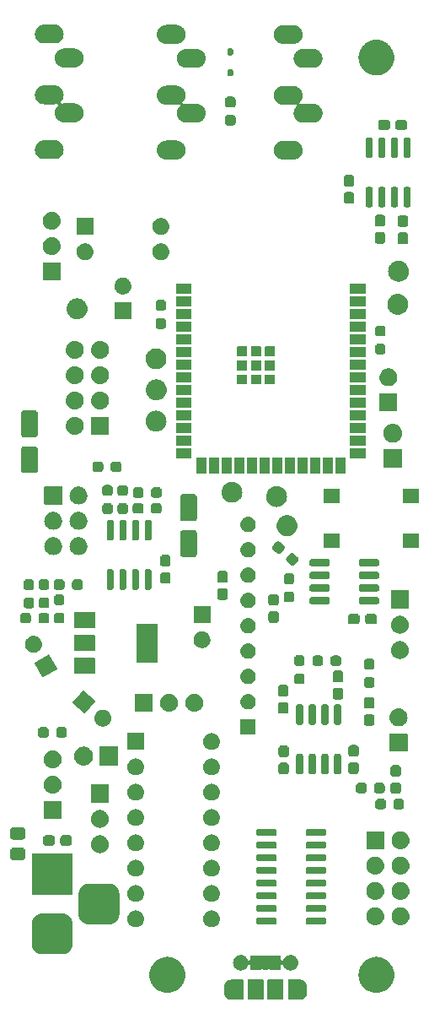
<source format=gbr>
G04 #@! TF.GenerationSoftware,KiCad,Pcbnew,7.0.9*
G04 #@! TF.CreationDate,2024-03-13T00:50:53-04:00*
G04 #@! TF.ProjectId,MEAP_Rev3b,4d454150-5f52-4657-9633-622e6b696361,rev?*
G04 #@! TF.SameCoordinates,Original*
G04 #@! TF.FileFunction,Soldermask,Top*
G04 #@! TF.FilePolarity,Negative*
%FSLAX46Y46*%
G04 Gerber Fmt 4.6, Leading zero omitted, Abs format (unit mm)*
G04 Created by KiCad (PCBNEW 7.0.9) date 2024-03-13 00:50:53*
%MOMM*%
%LPD*%
G01*
G04 APERTURE LIST*
G04 APERTURE END LIST*
G36*
X34589516Y-115494882D02*
G01*
X34606061Y-115505938D01*
X34617117Y-115522483D01*
X34620999Y-115542000D01*
X34620999Y-117442000D01*
X34617117Y-117461517D01*
X34606061Y-117478062D01*
X34589516Y-117489118D01*
X34569999Y-117493000D01*
X33369999Y-117493000D01*
X33360815Y-117491173D01*
X33352544Y-117490241D01*
X33329122Y-117491715D01*
X33276454Y-117481668D01*
X33225312Y-117475906D01*
X33200220Y-117467126D01*
X33168829Y-117461138D01*
X33127420Y-117441652D01*
X33087884Y-117427818D01*
X33057649Y-117408820D01*
X33021176Y-117391657D01*
X32992246Y-117367724D01*
X32964603Y-117350355D01*
X32932768Y-117318520D01*
X32895440Y-117287640D01*
X32878308Y-117264060D01*
X32861643Y-117247395D01*
X32832483Y-117200987D01*
X32799523Y-117155622D01*
X32791934Y-117136454D01*
X32784180Y-117124114D01*
X32762368Y-117061780D01*
X32739451Y-117003897D01*
X32737946Y-116991984D01*
X32736092Y-116986686D01*
X32726316Y-116899927D01*
X32718999Y-116842000D01*
X32718999Y-116142000D01*
X32724132Y-116060408D01*
X32732776Y-116026741D01*
X32736092Y-115997313D01*
X32752020Y-115951792D01*
X32764715Y-115902351D01*
X32777384Y-115879304D01*
X32784180Y-115859885D01*
X32815206Y-115810506D01*
X32843329Y-115759352D01*
X32855479Y-115746412D01*
X32861643Y-115736604D01*
X32911656Y-115686590D01*
X32955036Y-115640396D01*
X32962740Y-115635506D01*
X32964603Y-115633644D01*
X33073142Y-115565443D01*
X33092817Y-115552958D01*
X33152712Y-115533496D01*
X33225312Y-115508093D01*
X33233860Y-115507129D01*
X33248014Y-115502531D01*
X33308387Y-115498732D01*
X33360826Y-115492824D01*
X33369999Y-115491000D01*
X34569999Y-115491000D01*
X34589516Y-115494882D01*
G37*
G36*
X36639516Y-115494882D02*
G01*
X36656061Y-115505938D01*
X36667117Y-115522483D01*
X36670999Y-115542000D01*
X36670999Y-117442000D01*
X36667117Y-117461517D01*
X36656061Y-117478062D01*
X36639516Y-117489118D01*
X36619999Y-117493000D01*
X35119999Y-117493000D01*
X35100482Y-117489118D01*
X35083937Y-117478062D01*
X35072881Y-117461517D01*
X35068999Y-117442000D01*
X35068999Y-115542000D01*
X35072881Y-115522483D01*
X35083937Y-115505938D01*
X35100482Y-115494882D01*
X35119999Y-115491000D01*
X36619999Y-115491000D01*
X36639516Y-115494882D01*
G37*
G36*
X38639516Y-115494882D02*
G01*
X38656061Y-115505938D01*
X38667117Y-115522483D01*
X38670999Y-115542000D01*
X38670999Y-117442000D01*
X38667117Y-117461517D01*
X38656061Y-117478062D01*
X38639516Y-117489118D01*
X38619999Y-117493000D01*
X37119999Y-117493000D01*
X37100482Y-117489118D01*
X37083937Y-117478062D01*
X37072881Y-117461517D01*
X37068999Y-117442000D01*
X37068999Y-115542000D01*
X37072881Y-115522483D01*
X37083937Y-115505938D01*
X37100482Y-115494882D01*
X37119999Y-115491000D01*
X38619999Y-115491000D01*
X38639516Y-115494882D01*
G37*
G36*
X40379172Y-115492824D02*
G01*
X40387458Y-115493758D01*
X40410876Y-115492285D01*
X40463532Y-115502329D01*
X40514685Y-115508093D01*
X40539781Y-115516874D01*
X40571169Y-115522862D01*
X40612572Y-115542345D01*
X40652113Y-115556181D01*
X40682350Y-115575180D01*
X40718822Y-115592343D01*
X40747749Y-115616273D01*
X40775394Y-115633644D01*
X40807229Y-115665479D01*
X40844558Y-115696360D01*
X40861689Y-115719939D01*
X40878354Y-115736604D01*
X40907512Y-115783008D01*
X40940475Y-115828378D01*
X40948064Y-115847547D01*
X40955817Y-115859885D01*
X40977623Y-115922205D01*
X41000547Y-115980103D01*
X41002052Y-115992017D01*
X41003905Y-115997313D01*
X41013678Y-116084049D01*
X41020999Y-116142000D01*
X41020999Y-116842000D01*
X41015866Y-116923592D01*
X41007220Y-116957264D01*
X41003905Y-116986686D01*
X40987981Y-117032193D01*
X40975283Y-117081649D01*
X40962609Y-117104702D01*
X40955817Y-117124114D01*
X40924802Y-117173472D01*
X40896669Y-117224648D01*
X40884513Y-117237592D01*
X40878354Y-117247395D01*
X40828371Y-117297377D01*
X40784962Y-117343604D01*
X40777252Y-117348496D01*
X40775394Y-117350355D01*
X40667115Y-117418391D01*
X40647181Y-117431042D01*
X40587231Y-117450520D01*
X40514685Y-117475906D01*
X40506142Y-117476868D01*
X40491984Y-117481469D01*
X40431598Y-117485267D01*
X40379173Y-117491175D01*
X40369999Y-117493000D01*
X39169999Y-117493000D01*
X39150482Y-117489118D01*
X39133937Y-117478062D01*
X39122881Y-117461517D01*
X39118999Y-117442000D01*
X39118999Y-115542000D01*
X39122881Y-115522483D01*
X39133937Y-115505938D01*
X39150482Y-115494882D01*
X39169999Y-115491000D01*
X40369999Y-115491000D01*
X40379172Y-115492824D01*
G37*
G36*
X27065951Y-113204036D02*
G01*
X27134589Y-113204036D01*
X27196570Y-113213378D01*
X27256269Y-113217648D01*
X27327044Y-113233044D01*
X27400760Y-113244155D01*
X27454924Y-113260862D01*
X27507305Y-113272257D01*
X27581110Y-113299785D01*
X27657979Y-113323496D01*
X27703658Y-113345493D01*
X27748030Y-113362044D01*
X27822770Y-113402855D01*
X27900500Y-113440288D01*
X27937412Y-113465454D01*
X27973522Y-113485172D01*
X28046907Y-113540107D01*
X28122905Y-113591922D01*
X28151220Y-113618194D01*
X28179192Y-113639134D01*
X28248708Y-113708650D01*
X28320226Y-113775009D01*
X28340540Y-113800482D01*
X28360865Y-113820807D01*
X28423896Y-113905007D01*
X28488056Y-113985461D01*
X28501317Y-114008429D01*
X28514827Y-114026477D01*
X28568719Y-114125173D01*
X28622645Y-114218575D01*
X28630119Y-114237618D01*
X28637955Y-114251969D01*
X28680138Y-114365066D01*
X28720987Y-114469146D01*
X28724184Y-114483157D01*
X28727742Y-114492694D01*
X28755789Y-114621626D01*
X28780884Y-114731575D01*
X28781502Y-114739830D01*
X28782351Y-114743730D01*
X28793985Y-114906395D01*
X28801000Y-115000000D01*
X28793984Y-115093612D01*
X28782351Y-115256269D01*
X28781502Y-115260168D01*
X28780884Y-115268425D01*
X28755784Y-115378393D01*
X28727742Y-115507305D01*
X28724185Y-115516840D01*
X28720987Y-115530854D01*
X28680131Y-115634952D01*
X28637955Y-115748030D01*
X28630120Y-115762377D01*
X28622645Y-115781425D01*
X28568709Y-115874843D01*
X28514827Y-115973522D01*
X28501319Y-115991565D01*
X28488056Y-116014539D01*
X28423884Y-116095007D01*
X28360865Y-116179192D01*
X28340544Y-116199512D01*
X28320226Y-116224991D01*
X28248694Y-116291362D01*
X28179192Y-116360865D01*
X28151225Y-116381800D01*
X28122905Y-116408078D01*
X28046892Y-116459902D01*
X27973522Y-116514827D01*
X27937420Y-116534540D01*
X27900500Y-116559712D01*
X27822755Y-116597151D01*
X27748030Y-116637955D01*
X27703667Y-116654501D01*
X27657979Y-116676504D01*
X27581094Y-116700219D01*
X27507305Y-116727742D01*
X27454935Y-116739134D01*
X27400760Y-116755845D01*
X27327029Y-116766958D01*
X27256269Y-116782351D01*
X27196582Y-116786619D01*
X27134589Y-116795964D01*
X27065937Y-116795964D01*
X27000000Y-116800680D01*
X26934062Y-116795964D01*
X26865411Y-116795964D01*
X26803418Y-116786620D01*
X26743730Y-116782351D01*
X26672967Y-116766957D01*
X26599240Y-116755845D01*
X26545066Y-116739134D01*
X26492694Y-116727742D01*
X26418899Y-116700217D01*
X26342021Y-116676504D01*
X26296336Y-116654503D01*
X26251969Y-116637955D01*
X26177236Y-116597147D01*
X26099500Y-116559712D01*
X26062583Y-116534542D01*
X26026477Y-116514827D01*
X25953095Y-116459894D01*
X25877095Y-116408078D01*
X25848778Y-116381803D01*
X25820807Y-116360865D01*
X25751291Y-116291349D01*
X25679774Y-116224991D01*
X25659459Y-116199517D01*
X25639134Y-116179192D01*
X25576099Y-116094986D01*
X25511944Y-116014539D01*
X25498683Y-115991571D01*
X25485172Y-115973522D01*
X25431272Y-115874812D01*
X25377355Y-115781425D01*
X25369882Y-115762384D01*
X25362044Y-115748030D01*
X25319848Y-115634901D01*
X25279013Y-115530854D01*
X25275816Y-115516847D01*
X25272257Y-115507305D01*
X25244193Y-115378300D01*
X25219116Y-115268425D01*
X25218497Y-115260175D01*
X25217648Y-115256269D01*
X25205993Y-115093319D01*
X25199000Y-115000000D01*
X25205992Y-114906687D01*
X25217648Y-114743730D01*
X25218497Y-114739823D01*
X25219116Y-114731575D01*
X25244189Y-114621720D01*
X25272257Y-114492694D01*
X25275816Y-114483150D01*
X25279013Y-114469146D01*
X25319840Y-114365118D01*
X25362044Y-114251969D01*
X25369883Y-114237612D01*
X25377355Y-114218575D01*
X25431262Y-114125205D01*
X25485172Y-114026477D01*
X25498686Y-114008424D01*
X25511944Y-113985461D01*
X25576086Y-113905028D01*
X25639134Y-113820807D01*
X25659463Y-113800477D01*
X25679774Y-113775009D01*
X25751277Y-113708663D01*
X25820807Y-113639134D01*
X25848783Y-113618190D01*
X25877095Y-113591922D01*
X25953080Y-113540115D01*
X26026477Y-113485172D01*
X26062591Y-113465452D01*
X26099500Y-113440288D01*
X26177220Y-113402859D01*
X26251969Y-113362044D01*
X26296345Y-113345492D01*
X26342021Y-113323496D01*
X26418884Y-113299787D01*
X26492694Y-113272257D01*
X26545077Y-113260861D01*
X26599240Y-113244155D01*
X26672952Y-113233044D01*
X26743730Y-113217648D01*
X26803430Y-113213378D01*
X26865411Y-113204036D01*
X26934048Y-113204036D01*
X27000000Y-113199319D01*
X27065951Y-113204036D01*
G37*
G36*
X48065951Y-113204036D02*
G01*
X48134589Y-113204036D01*
X48196570Y-113213378D01*
X48256269Y-113217648D01*
X48327044Y-113233044D01*
X48400760Y-113244155D01*
X48454924Y-113260862D01*
X48507305Y-113272257D01*
X48581110Y-113299785D01*
X48657979Y-113323496D01*
X48703658Y-113345493D01*
X48748030Y-113362044D01*
X48822770Y-113402855D01*
X48900500Y-113440288D01*
X48937412Y-113465454D01*
X48973522Y-113485172D01*
X49046907Y-113540107D01*
X49122905Y-113591922D01*
X49151220Y-113618194D01*
X49179192Y-113639134D01*
X49248708Y-113708650D01*
X49320226Y-113775009D01*
X49340540Y-113800482D01*
X49360865Y-113820807D01*
X49423896Y-113905007D01*
X49488056Y-113985461D01*
X49501317Y-114008429D01*
X49514827Y-114026477D01*
X49568719Y-114125173D01*
X49622645Y-114218575D01*
X49630119Y-114237618D01*
X49637955Y-114251969D01*
X49680138Y-114365066D01*
X49720987Y-114469146D01*
X49724184Y-114483157D01*
X49727742Y-114492694D01*
X49755789Y-114621626D01*
X49780884Y-114731575D01*
X49781502Y-114739830D01*
X49782351Y-114743730D01*
X49793985Y-114906395D01*
X49801000Y-115000000D01*
X49793984Y-115093612D01*
X49782351Y-115256269D01*
X49781502Y-115260168D01*
X49780884Y-115268425D01*
X49755784Y-115378393D01*
X49727742Y-115507305D01*
X49724185Y-115516840D01*
X49720987Y-115530854D01*
X49680131Y-115634952D01*
X49637955Y-115748030D01*
X49630120Y-115762377D01*
X49622645Y-115781425D01*
X49568709Y-115874843D01*
X49514827Y-115973522D01*
X49501319Y-115991565D01*
X49488056Y-116014539D01*
X49423884Y-116095007D01*
X49360865Y-116179192D01*
X49340544Y-116199512D01*
X49320226Y-116224991D01*
X49248694Y-116291362D01*
X49179192Y-116360865D01*
X49151225Y-116381800D01*
X49122905Y-116408078D01*
X49046892Y-116459902D01*
X48973522Y-116514827D01*
X48937420Y-116534540D01*
X48900500Y-116559712D01*
X48822755Y-116597151D01*
X48748030Y-116637955D01*
X48703667Y-116654501D01*
X48657979Y-116676504D01*
X48581094Y-116700219D01*
X48507305Y-116727742D01*
X48454935Y-116739134D01*
X48400760Y-116755845D01*
X48327029Y-116766958D01*
X48256269Y-116782351D01*
X48196582Y-116786619D01*
X48134589Y-116795964D01*
X48065937Y-116795964D01*
X48000000Y-116800680D01*
X47934062Y-116795964D01*
X47865411Y-116795964D01*
X47803418Y-116786620D01*
X47743730Y-116782351D01*
X47672967Y-116766957D01*
X47599240Y-116755845D01*
X47545066Y-116739134D01*
X47492694Y-116727742D01*
X47418899Y-116700217D01*
X47342021Y-116676504D01*
X47296336Y-116654503D01*
X47251969Y-116637955D01*
X47177236Y-116597147D01*
X47099500Y-116559712D01*
X47062583Y-116534542D01*
X47026477Y-116514827D01*
X46953095Y-116459894D01*
X46877095Y-116408078D01*
X46848778Y-116381803D01*
X46820807Y-116360865D01*
X46751291Y-116291349D01*
X46679774Y-116224991D01*
X46659459Y-116199517D01*
X46639134Y-116179192D01*
X46576099Y-116094986D01*
X46511944Y-116014539D01*
X46498683Y-115991571D01*
X46485172Y-115973522D01*
X46431272Y-115874812D01*
X46377355Y-115781425D01*
X46369882Y-115762384D01*
X46362044Y-115748030D01*
X46319848Y-115634901D01*
X46279013Y-115530854D01*
X46275816Y-115516847D01*
X46272257Y-115507305D01*
X46244193Y-115378300D01*
X46219116Y-115268425D01*
X46218497Y-115260175D01*
X46217648Y-115256269D01*
X46205993Y-115093319D01*
X46199000Y-115000000D01*
X46205992Y-114906687D01*
X46217648Y-114743730D01*
X46218497Y-114739823D01*
X46219116Y-114731575D01*
X46244189Y-114621720D01*
X46272257Y-114492694D01*
X46275816Y-114483150D01*
X46279013Y-114469146D01*
X46319840Y-114365118D01*
X46362044Y-114251969D01*
X46369883Y-114237612D01*
X46377355Y-114218575D01*
X46431262Y-114125205D01*
X46485172Y-114026477D01*
X46498686Y-114008424D01*
X46511944Y-113985461D01*
X46576086Y-113905028D01*
X46639134Y-113820807D01*
X46659463Y-113800477D01*
X46679774Y-113775009D01*
X46751277Y-113708663D01*
X46820807Y-113639134D01*
X46848783Y-113618190D01*
X46877095Y-113591922D01*
X46953080Y-113540115D01*
X47026477Y-113485172D01*
X47062591Y-113465452D01*
X47099500Y-113440288D01*
X47177220Y-113402859D01*
X47251969Y-113362044D01*
X47296345Y-113345492D01*
X47342021Y-113323496D01*
X47418884Y-113299787D01*
X47492694Y-113272257D01*
X47545077Y-113260861D01*
X47599240Y-113244155D01*
X47672952Y-113233044D01*
X47743730Y-113217648D01*
X47803430Y-113213378D01*
X47865411Y-113204036D01*
X47934048Y-113204036D01*
X48000000Y-113199319D01*
X48065951Y-113204036D01*
G37*
G36*
X39413807Y-113020936D02*
G01*
X39451038Y-113020936D01*
X39493037Y-113029863D01*
X39542675Y-113035456D01*
X39578768Y-113048085D01*
X39609586Y-113054636D01*
X39653996Y-113074408D01*
X39706693Y-113092848D01*
X39734122Y-113110082D01*
X39757654Y-113120560D01*
X39801535Y-113152442D01*
X39853827Y-113185299D01*
X39872604Y-113204076D01*
X39888783Y-113215831D01*
X39928784Y-113260256D01*
X39976700Y-113308172D01*
X39987719Y-113325709D01*
X39997241Y-113336284D01*
X40029806Y-113392689D01*
X40069151Y-113455306D01*
X40074064Y-113469348D01*
X40078280Y-113476650D01*
X40099868Y-113543092D01*
X40126543Y-113619324D01*
X40127554Y-113628299D01*
X40128368Y-113630804D01*
X40135745Y-113701001D01*
X40145999Y-113792000D01*
X40135745Y-113883005D01*
X40128368Y-113953195D01*
X40127554Y-113955698D01*
X40126543Y-113964676D01*
X40099864Y-114040920D01*
X40078280Y-114107349D01*
X40074065Y-114114648D01*
X40069151Y-114128694D01*
X40029798Y-114191322D01*
X39997241Y-114247715D01*
X39987721Y-114258286D01*
X39976700Y-114275828D01*
X39928775Y-114323752D01*
X39888783Y-114368168D01*
X39872608Y-114379919D01*
X39853827Y-114398701D01*
X39801525Y-114431564D01*
X39757654Y-114463439D01*
X39734127Y-114473913D01*
X39706693Y-114491152D01*
X39653986Y-114509594D01*
X39609586Y-114529363D01*
X39578774Y-114535912D01*
X39542675Y-114548544D01*
X39493034Y-114554137D01*
X39451038Y-114563064D01*
X39413807Y-114563064D01*
X39369999Y-114568000D01*
X39326191Y-114563064D01*
X39288960Y-114563064D01*
X39246962Y-114554137D01*
X39197323Y-114548544D01*
X39161224Y-114535912D01*
X39130411Y-114529363D01*
X39086007Y-114509593D01*
X39033305Y-114491152D01*
X39005872Y-114473915D01*
X38982343Y-114463439D01*
X38938465Y-114431559D01*
X38886171Y-114398701D01*
X38867392Y-114379922D01*
X38851214Y-114368168D01*
X38811212Y-114323742D01*
X38763298Y-114275828D01*
X38752278Y-114258290D01*
X38742756Y-114247715D01*
X38710185Y-114191300D01*
X38670847Y-114128694D01*
X38665934Y-114114653D01*
X38661711Y-114107339D01*
X38639892Y-114040229D01*
X38631285Y-114015631D01*
X38420999Y-114048957D01*
X38420999Y-114467000D01*
X38417117Y-114486517D01*
X38406061Y-114503062D01*
X38389516Y-114514118D01*
X38369999Y-114518000D01*
X37969999Y-114518000D01*
X37950482Y-114514118D01*
X37933937Y-114503062D01*
X37922881Y-114486517D01*
X37921644Y-114480298D01*
X37911851Y-114465627D01*
X37778147Y-114465627D01*
X37768354Y-114480297D01*
X37767117Y-114486517D01*
X37756061Y-114503062D01*
X37739516Y-114514118D01*
X37719999Y-114518000D01*
X37319999Y-114518000D01*
X37300482Y-114514118D01*
X37283937Y-114503062D01*
X37272881Y-114486517D01*
X37271644Y-114480298D01*
X37261851Y-114465627D01*
X37128147Y-114465627D01*
X37118354Y-114480297D01*
X37117117Y-114486517D01*
X37106061Y-114503062D01*
X37089516Y-114514118D01*
X37069999Y-114518000D01*
X36669999Y-114518000D01*
X36650482Y-114514118D01*
X36633937Y-114503062D01*
X36622881Y-114486517D01*
X36621644Y-114480298D01*
X36611851Y-114465627D01*
X36478147Y-114465627D01*
X36468354Y-114480297D01*
X36467117Y-114486517D01*
X36456061Y-114503062D01*
X36439516Y-114514118D01*
X36419999Y-114518000D01*
X36019999Y-114518000D01*
X36000482Y-114514118D01*
X35983937Y-114503062D01*
X35972881Y-114486517D01*
X35971644Y-114480298D01*
X35961851Y-114465627D01*
X35828147Y-114465627D01*
X35818354Y-114480297D01*
X35817117Y-114486517D01*
X35806061Y-114503062D01*
X35789516Y-114514118D01*
X35769999Y-114518000D01*
X35369999Y-114518000D01*
X35350482Y-114514118D01*
X35333937Y-114503062D01*
X35322881Y-114486517D01*
X35318999Y-114467000D01*
X35318999Y-114048926D01*
X35108704Y-114015656D01*
X35099453Y-114042094D01*
X35078269Y-114107370D01*
X35074064Y-114114653D01*
X35069151Y-114128694D01*
X35029804Y-114191313D01*
X34997241Y-114247715D01*
X34987721Y-114258286D01*
X34976700Y-114275828D01*
X34928775Y-114323752D01*
X34888783Y-114368168D01*
X34872608Y-114379919D01*
X34853827Y-114398701D01*
X34801525Y-114431564D01*
X34757654Y-114463439D01*
X34734127Y-114473913D01*
X34706693Y-114491152D01*
X34653986Y-114509594D01*
X34609586Y-114529363D01*
X34578774Y-114535912D01*
X34542675Y-114548544D01*
X34493034Y-114554137D01*
X34451038Y-114563064D01*
X34413807Y-114563064D01*
X34369999Y-114568000D01*
X34326191Y-114563064D01*
X34288960Y-114563064D01*
X34246962Y-114554137D01*
X34197323Y-114548544D01*
X34161224Y-114535912D01*
X34130411Y-114529363D01*
X34086007Y-114509593D01*
X34033305Y-114491152D01*
X34005872Y-114473915D01*
X33982343Y-114463439D01*
X33938465Y-114431559D01*
X33886171Y-114398701D01*
X33867392Y-114379922D01*
X33851214Y-114368168D01*
X33811212Y-114323742D01*
X33763298Y-114275828D01*
X33752278Y-114258290D01*
X33742756Y-114247715D01*
X33710186Y-114191302D01*
X33670847Y-114128694D01*
X33665933Y-114114652D01*
X33661717Y-114107349D01*
X33640119Y-114040880D01*
X33613455Y-113964676D01*
X33612444Y-113955703D01*
X33611629Y-113953195D01*
X33604238Y-113882873D01*
X33593999Y-113792000D01*
X33604237Y-113701133D01*
X33611629Y-113630804D01*
X33612444Y-113628295D01*
X33613455Y-113619324D01*
X33640115Y-113543132D01*
X33661717Y-113476650D01*
X33665934Y-113469344D01*
X33670847Y-113455306D01*
X33710179Y-113392708D01*
X33742756Y-113336284D01*
X33752280Y-113325706D01*
X33763298Y-113308172D01*
X33811202Y-113260267D01*
X33851213Y-113215832D01*
X33867394Y-113204075D01*
X33886171Y-113185299D01*
X33938458Y-113152444D01*
X33982345Y-113120559D01*
X34005878Y-113110081D01*
X34033305Y-113092848D01*
X34085996Y-113074410D01*
X34130411Y-113054636D01*
X34161230Y-113048085D01*
X34197323Y-113035456D01*
X34246959Y-113029863D01*
X34288960Y-113020936D01*
X34326191Y-113020936D01*
X34369999Y-113016000D01*
X34413807Y-113020936D01*
X34451038Y-113020936D01*
X34493037Y-113029863D01*
X34542675Y-113035456D01*
X34578768Y-113048085D01*
X34609586Y-113054636D01*
X34653996Y-113074408D01*
X34706693Y-113092848D01*
X34734122Y-113110082D01*
X34757654Y-113120560D01*
X34801535Y-113152442D01*
X34853827Y-113185299D01*
X34872604Y-113204076D01*
X34888783Y-113215831D01*
X34928784Y-113260256D01*
X34976700Y-113308172D01*
X34987719Y-113325709D01*
X34997241Y-113336284D01*
X35029808Y-113392693D01*
X35069151Y-113455306D01*
X35074063Y-113469346D01*
X35078280Y-113476649D01*
X35099834Y-113542995D01*
X35108708Y-113568356D01*
X35318999Y-113535053D01*
X35318999Y-113129310D01*
X35318999Y-113117000D01*
X35322881Y-113097483D01*
X35333937Y-113080938D01*
X35350482Y-113069882D01*
X35369999Y-113066000D01*
X35769999Y-113066000D01*
X35789516Y-113069882D01*
X35806061Y-113080938D01*
X35817117Y-113097483D01*
X35818339Y-113103629D01*
X35828192Y-113118372D01*
X35961806Y-113118372D01*
X35971658Y-113103628D01*
X35972881Y-113097483D01*
X35983937Y-113080938D01*
X36000482Y-113069882D01*
X36019999Y-113066000D01*
X36419999Y-113066000D01*
X36439516Y-113069882D01*
X36456061Y-113080938D01*
X36467117Y-113097483D01*
X36468339Y-113103629D01*
X36478192Y-113118372D01*
X36611806Y-113118372D01*
X36621658Y-113103628D01*
X36622881Y-113097483D01*
X36633937Y-113080938D01*
X36650482Y-113069882D01*
X36669999Y-113066000D01*
X37069999Y-113066000D01*
X37089516Y-113069882D01*
X37106061Y-113080938D01*
X37117117Y-113097483D01*
X37118339Y-113103629D01*
X37128192Y-113118372D01*
X37261806Y-113118372D01*
X37271658Y-113103628D01*
X37272881Y-113097483D01*
X37283937Y-113080938D01*
X37300482Y-113069882D01*
X37319999Y-113066000D01*
X37719999Y-113066000D01*
X37739516Y-113069882D01*
X37756061Y-113080938D01*
X37767117Y-113097483D01*
X37768339Y-113103629D01*
X37778192Y-113118372D01*
X37911806Y-113118372D01*
X37921658Y-113103628D01*
X37922881Y-113097483D01*
X37933937Y-113080938D01*
X37950482Y-113069882D01*
X37969999Y-113066000D01*
X38369999Y-113066000D01*
X38389516Y-113069882D01*
X38406061Y-113080938D01*
X38417117Y-113097483D01*
X38420999Y-113117000D01*
X38420999Y-113535049D01*
X38631286Y-113568364D01*
X38640021Y-113543400D01*
X38661714Y-113476654D01*
X38665935Y-113469341D01*
X38670847Y-113455306D01*
X38710176Y-113392714D01*
X38742756Y-113336284D01*
X38752280Y-113325706D01*
X38763298Y-113308172D01*
X38811202Y-113260267D01*
X38851213Y-113215832D01*
X38867394Y-113204075D01*
X38886171Y-113185299D01*
X38938458Y-113152444D01*
X38982345Y-113120559D01*
X39005878Y-113110081D01*
X39033305Y-113092848D01*
X39085996Y-113074410D01*
X39130411Y-113054636D01*
X39161230Y-113048085D01*
X39197323Y-113035456D01*
X39246959Y-113029863D01*
X39288960Y-113020936D01*
X39326191Y-113020936D01*
X39369999Y-113016000D01*
X39413807Y-113020936D01*
G37*
G36*
X16440338Y-108850018D02*
G01*
X16573710Y-108859275D01*
X16602087Y-108865949D01*
X16635040Y-108869195D01*
X16701141Y-108889246D01*
X16763830Y-108903991D01*
X16794743Y-108917640D01*
X16832200Y-108929003D01*
X16887882Y-108958765D01*
X16941160Y-108982290D01*
X16974067Y-109004832D01*
X17013904Y-109026125D01*
X17058098Y-109062394D01*
X17101082Y-109091839D01*
X17133602Y-109124359D01*
X17173169Y-109156831D01*
X17205640Y-109196397D01*
X17238160Y-109228917D01*
X17267603Y-109271899D01*
X17303875Y-109316096D01*
X17325169Y-109355934D01*
X17347709Y-109388839D01*
X17371231Y-109442111D01*
X17400997Y-109497800D01*
X17412360Y-109535260D01*
X17426008Y-109566169D01*
X17440749Y-109628847D01*
X17460805Y-109694960D01*
X17464051Y-109727917D01*
X17470724Y-109756289D01*
X17479978Y-109889629D01*
X17481000Y-109900000D01*
X17481000Y-111900000D01*
X17479978Y-111910373D01*
X17470724Y-112043710D01*
X17464051Y-112072080D01*
X17460805Y-112105040D01*
X17440748Y-112171156D01*
X17426008Y-112233830D01*
X17412361Y-112264736D01*
X17400997Y-112302200D01*
X17371228Y-112357892D01*
X17347709Y-112411160D01*
X17325171Y-112444060D01*
X17303875Y-112483904D01*
X17267599Y-112528105D01*
X17238160Y-112571082D01*
X17205645Y-112603596D01*
X17173169Y-112643169D01*
X17133596Y-112675645D01*
X17101082Y-112708160D01*
X17058105Y-112737599D01*
X17013904Y-112773875D01*
X16974060Y-112795171D01*
X16941160Y-112817709D01*
X16887892Y-112841228D01*
X16832200Y-112870997D01*
X16794736Y-112882361D01*
X16763830Y-112896008D01*
X16701156Y-112910748D01*
X16635040Y-112930805D01*
X16602080Y-112934051D01*
X16573710Y-112940724D01*
X16440373Y-112949978D01*
X16430000Y-112951000D01*
X14430000Y-112951000D01*
X14419629Y-112949978D01*
X14286289Y-112940724D01*
X14257917Y-112934051D01*
X14224960Y-112930805D01*
X14158847Y-112910749D01*
X14096169Y-112896008D01*
X14065260Y-112882360D01*
X14027800Y-112870997D01*
X13972111Y-112841231D01*
X13918839Y-112817709D01*
X13885934Y-112795169D01*
X13846096Y-112773875D01*
X13801899Y-112737603D01*
X13758917Y-112708160D01*
X13726397Y-112675640D01*
X13686831Y-112643169D01*
X13654359Y-112603602D01*
X13621839Y-112571082D01*
X13592394Y-112528098D01*
X13556125Y-112483904D01*
X13534832Y-112444067D01*
X13512290Y-112411160D01*
X13488765Y-112357882D01*
X13459003Y-112302200D01*
X13447640Y-112264743D01*
X13433991Y-112233830D01*
X13419246Y-112171141D01*
X13399195Y-112105040D01*
X13395949Y-112072087D01*
X13389275Y-112043710D01*
X13380018Y-111910338D01*
X13379000Y-111900000D01*
X13379000Y-109900000D01*
X13380018Y-109889663D01*
X13389275Y-109756289D01*
X13395949Y-109727910D01*
X13399195Y-109694960D01*
X13419245Y-109628861D01*
X13433991Y-109566169D01*
X13447641Y-109535253D01*
X13459003Y-109497800D01*
X13488762Y-109442122D01*
X13512290Y-109388839D01*
X13534834Y-109355928D01*
X13556125Y-109316096D01*
X13592390Y-109271906D01*
X13621839Y-109228917D01*
X13654363Y-109196392D01*
X13686831Y-109156831D01*
X13726392Y-109124363D01*
X13758917Y-109091839D01*
X13801906Y-109062390D01*
X13846096Y-109026125D01*
X13885928Y-109004834D01*
X13918839Y-108982290D01*
X13972122Y-108958762D01*
X14027800Y-108929003D01*
X14065253Y-108917641D01*
X14096169Y-108903991D01*
X14158861Y-108889245D01*
X14224960Y-108869195D01*
X14257910Y-108865949D01*
X14286289Y-108859275D01*
X14419663Y-108850018D01*
X14430000Y-108849000D01*
X16430000Y-108849000D01*
X16440338Y-108850018D01*
G37*
G36*
X23861199Y-108543662D02*
G01*
X23908954Y-108543662D01*
X23950194Y-108552427D01*
X23985901Y-108555945D01*
X24030759Y-108569552D01*
X24082973Y-108580651D01*
X24116384Y-108595526D01*
X24145435Y-108604339D01*
X24191602Y-108629015D01*
X24245500Y-108653012D01*
X24270554Y-108671215D01*
X24292453Y-108682920D01*
X24337128Y-108719584D01*
X24389430Y-108757584D01*
X24406411Y-108776443D01*
X24421320Y-108788679D01*
X24461387Y-108837501D01*
X24508473Y-108889795D01*
X24518364Y-108906927D01*
X24527079Y-108917546D01*
X24559306Y-108977840D01*
X24597427Y-109043867D01*
X24601813Y-109057368D01*
X24605660Y-109064564D01*
X24626861Y-109134455D01*
X24652404Y-109213067D01*
X24653303Y-109221623D01*
X24654054Y-109224098D01*
X24661371Y-109298389D01*
X24671000Y-109390000D01*
X24661370Y-109481619D01*
X24654054Y-109555901D01*
X24653303Y-109558375D01*
X24652404Y-109566933D01*
X24626856Y-109645558D01*
X24605660Y-109715435D01*
X24601814Y-109722629D01*
X24597427Y-109736133D01*
X24559299Y-109802172D01*
X24527079Y-109862453D01*
X24518366Y-109873069D01*
X24508473Y-109890205D01*
X24461378Y-109942509D01*
X24421320Y-109991320D01*
X24406414Y-110003552D01*
X24389430Y-110022416D01*
X24337118Y-110060423D01*
X24292453Y-110097079D01*
X24270559Y-110108780D01*
X24245500Y-110126988D01*
X24191591Y-110150989D01*
X24145435Y-110175660D01*
X24116391Y-110184470D01*
X24082973Y-110199349D01*
X24030748Y-110210449D01*
X23985901Y-110224054D01*
X23950203Y-110227570D01*
X23908954Y-110236338D01*
X23861188Y-110236338D01*
X23820000Y-110240395D01*
X23778811Y-110236338D01*
X23731046Y-110236338D01*
X23689797Y-110227570D01*
X23654098Y-110224054D01*
X23609248Y-110210448D01*
X23557027Y-110199349D01*
X23523610Y-110184471D01*
X23494564Y-110175660D01*
X23448402Y-110150986D01*
X23394500Y-110126988D01*
X23369443Y-110108783D01*
X23347546Y-110097079D01*
X23302873Y-110060416D01*
X23250570Y-110022416D01*
X23233588Y-110003555D01*
X23218679Y-109991320D01*
X23178610Y-109942496D01*
X23131527Y-109890205D01*
X23121636Y-109873073D01*
X23112920Y-109862453D01*
X23080687Y-109802148D01*
X23042573Y-109736133D01*
X23038186Y-109722634D01*
X23034339Y-109715435D01*
X23013128Y-109645512D01*
X22987596Y-109566933D01*
X22986697Y-109558380D01*
X22985945Y-109555901D01*
X22978613Y-109481467D01*
X22969000Y-109390000D01*
X22978612Y-109298540D01*
X22985945Y-109224098D01*
X22986697Y-109221618D01*
X22987596Y-109213067D01*
X23013123Y-109134502D01*
X23034339Y-109064564D01*
X23038187Y-109057363D01*
X23042573Y-109043867D01*
X23080680Y-108977863D01*
X23112920Y-108917546D01*
X23121638Y-108906923D01*
X23131527Y-108889795D01*
X23178601Y-108837513D01*
X23218679Y-108788679D01*
X23233591Y-108776440D01*
X23250570Y-108757584D01*
X23302862Y-108719591D01*
X23347546Y-108682920D01*
X23369448Y-108671213D01*
X23394500Y-108653012D01*
X23448391Y-108629018D01*
X23494564Y-108604339D01*
X23523617Y-108595525D01*
X23557027Y-108580651D01*
X23609237Y-108569553D01*
X23654098Y-108555945D01*
X23689806Y-108552427D01*
X23731046Y-108543662D01*
X23778801Y-108543662D01*
X23820000Y-108539604D01*
X23861199Y-108543662D01*
G37*
G36*
X31481199Y-108543662D02*
G01*
X31528954Y-108543662D01*
X31570194Y-108552427D01*
X31605901Y-108555945D01*
X31650759Y-108569552D01*
X31702973Y-108580651D01*
X31736384Y-108595526D01*
X31765435Y-108604339D01*
X31811602Y-108629015D01*
X31865500Y-108653012D01*
X31890554Y-108671215D01*
X31912453Y-108682920D01*
X31957128Y-108719584D01*
X32009430Y-108757584D01*
X32026411Y-108776443D01*
X32041320Y-108788679D01*
X32081387Y-108837501D01*
X32128473Y-108889795D01*
X32138364Y-108906927D01*
X32147079Y-108917546D01*
X32179306Y-108977840D01*
X32217427Y-109043867D01*
X32221813Y-109057368D01*
X32225660Y-109064564D01*
X32246861Y-109134455D01*
X32272404Y-109213067D01*
X32273303Y-109221623D01*
X32274054Y-109224098D01*
X32281371Y-109298389D01*
X32291000Y-109390000D01*
X32281370Y-109481619D01*
X32274054Y-109555901D01*
X32273303Y-109558375D01*
X32272404Y-109566933D01*
X32246856Y-109645558D01*
X32225660Y-109715435D01*
X32221814Y-109722629D01*
X32217427Y-109736133D01*
X32179299Y-109802172D01*
X32147079Y-109862453D01*
X32138366Y-109873069D01*
X32128473Y-109890205D01*
X32081378Y-109942509D01*
X32041320Y-109991320D01*
X32026414Y-110003552D01*
X32009430Y-110022416D01*
X31957118Y-110060423D01*
X31912453Y-110097079D01*
X31890559Y-110108780D01*
X31865500Y-110126988D01*
X31811591Y-110150989D01*
X31765435Y-110175660D01*
X31736391Y-110184470D01*
X31702973Y-110199349D01*
X31650748Y-110210449D01*
X31605901Y-110224054D01*
X31570203Y-110227570D01*
X31528954Y-110236338D01*
X31481188Y-110236338D01*
X31440000Y-110240395D01*
X31398811Y-110236338D01*
X31351046Y-110236338D01*
X31309797Y-110227570D01*
X31274098Y-110224054D01*
X31229248Y-110210448D01*
X31177027Y-110199349D01*
X31143610Y-110184471D01*
X31114564Y-110175660D01*
X31068402Y-110150986D01*
X31014500Y-110126988D01*
X30989443Y-110108783D01*
X30967546Y-110097079D01*
X30922873Y-110060416D01*
X30870570Y-110022416D01*
X30853588Y-110003555D01*
X30838679Y-109991320D01*
X30798610Y-109942496D01*
X30751527Y-109890205D01*
X30741636Y-109873073D01*
X30732920Y-109862453D01*
X30700687Y-109802148D01*
X30662573Y-109736133D01*
X30658186Y-109722634D01*
X30654339Y-109715435D01*
X30633128Y-109645512D01*
X30607596Y-109566933D01*
X30606697Y-109558380D01*
X30605945Y-109555901D01*
X30598613Y-109481467D01*
X30589000Y-109390000D01*
X30598612Y-109298540D01*
X30605945Y-109224098D01*
X30606697Y-109221618D01*
X30607596Y-109213067D01*
X30633123Y-109134502D01*
X30654339Y-109064564D01*
X30658187Y-109057363D01*
X30662573Y-109043867D01*
X30700680Y-108977863D01*
X30732920Y-108917546D01*
X30741638Y-108906923D01*
X30751527Y-108889795D01*
X30798601Y-108837513D01*
X30838679Y-108788679D01*
X30853591Y-108776440D01*
X30870570Y-108757584D01*
X30922862Y-108719591D01*
X30967546Y-108682920D01*
X30989448Y-108671213D01*
X31014500Y-108653012D01*
X31068391Y-108629018D01*
X31114564Y-108604339D01*
X31143617Y-108595525D01*
X31177027Y-108580651D01*
X31229237Y-108569553D01*
X31274098Y-108555945D01*
X31309806Y-108552427D01*
X31351046Y-108543662D01*
X31398801Y-108543662D01*
X31440000Y-108539604D01*
X31481199Y-108543662D01*
G37*
G36*
X47923983Y-108233936D02*
G01*
X47974180Y-108233936D01*
X48017524Y-108243149D01*
X48055659Y-108246905D01*
X48103566Y-108261437D01*
X48158424Y-108273098D01*
X48193530Y-108288728D01*
X48224566Y-108298143D01*
X48273884Y-108324504D01*
X48330500Y-108349711D01*
X48356822Y-108368835D01*
X48380232Y-108381348D01*
X48427988Y-108420540D01*
X48482887Y-108460427D01*
X48500711Y-108480223D01*
X48516675Y-108493324D01*
X48559572Y-108545594D01*
X48608924Y-108600405D01*
X48619292Y-108618363D01*
X48628651Y-108629767D01*
X48663273Y-108694542D01*
X48703104Y-108763530D01*
X48707685Y-108777630D01*
X48711856Y-108785433D01*
X48734852Y-108861242D01*
X48761311Y-108942672D01*
X48762242Y-108951532D01*
X48763094Y-108954340D01*
X48771384Y-109038513D01*
X48781000Y-109130000D01*
X48771383Y-109221494D01*
X48763094Y-109305659D01*
X48762242Y-109308466D01*
X48761311Y-109317328D01*
X48734848Y-109398771D01*
X48711856Y-109474566D01*
X48707686Y-109482366D01*
X48703104Y-109496470D01*
X48663266Y-109565470D01*
X48628651Y-109630232D01*
X48619294Y-109641633D01*
X48608924Y-109659595D01*
X48559563Y-109714415D01*
X48516675Y-109766675D01*
X48500714Y-109779773D01*
X48482887Y-109799573D01*
X48427977Y-109839467D01*
X48380232Y-109878651D01*
X48356827Y-109891161D01*
X48330500Y-109910289D01*
X48273873Y-109935500D01*
X48224566Y-109961856D01*
X48193537Y-109971268D01*
X48158424Y-109986902D01*
X48103555Y-109998564D01*
X48055659Y-110013094D01*
X48017532Y-110016849D01*
X47974180Y-110026064D01*
X47923973Y-110026064D01*
X47880000Y-110030395D01*
X47836027Y-110026064D01*
X47785820Y-110026064D01*
X47742467Y-110016849D01*
X47704340Y-110013094D01*
X47656441Y-109998563D01*
X47601576Y-109986902D01*
X47566464Y-109971269D01*
X47535433Y-109961856D01*
X47486120Y-109935498D01*
X47429500Y-109910289D01*
X47403175Y-109891163D01*
X47379767Y-109878651D01*
X47332013Y-109839460D01*
X47277113Y-109799573D01*
X47259287Y-109779776D01*
X47243324Y-109766675D01*
X47200425Y-109714402D01*
X47151076Y-109659595D01*
X47140708Y-109641637D01*
X47131348Y-109630232D01*
X47096719Y-109565447D01*
X47056896Y-109496470D01*
X47052315Y-109482371D01*
X47048143Y-109474566D01*
X47025136Y-109398725D01*
X46998689Y-109317328D01*
X46997758Y-109308471D01*
X46996905Y-109305659D01*
X46988600Y-109221342D01*
X46979000Y-109130000D01*
X46988599Y-109038664D01*
X46996905Y-108954340D01*
X46997758Y-108951527D01*
X46998689Y-108942672D01*
X47025132Y-108861288D01*
X47048143Y-108785433D01*
X47052315Y-108777626D01*
X47056896Y-108763530D01*
X47096712Y-108694565D01*
X47131348Y-108629767D01*
X47140710Y-108618359D01*
X47151076Y-108600405D01*
X47200416Y-108545607D01*
X47243324Y-108493324D01*
X47259291Y-108480219D01*
X47277113Y-108460427D01*
X47332002Y-108420546D01*
X47379767Y-108381348D01*
X47403180Y-108368833D01*
X47429500Y-108349711D01*
X47486109Y-108324506D01*
X47535433Y-108298143D01*
X47566471Y-108288727D01*
X47601576Y-108273098D01*
X47656430Y-108261438D01*
X47704340Y-108246905D01*
X47742476Y-108243148D01*
X47785820Y-108233936D01*
X47836016Y-108233936D01*
X47880000Y-108229604D01*
X47923983Y-108233936D01*
G37*
G36*
X50463983Y-108233936D02*
G01*
X50514180Y-108233936D01*
X50557524Y-108243149D01*
X50595659Y-108246905D01*
X50643566Y-108261437D01*
X50698424Y-108273098D01*
X50733530Y-108288728D01*
X50764566Y-108298143D01*
X50813884Y-108324504D01*
X50870500Y-108349711D01*
X50896822Y-108368835D01*
X50920232Y-108381348D01*
X50967988Y-108420540D01*
X51022887Y-108460427D01*
X51040711Y-108480223D01*
X51056675Y-108493324D01*
X51099572Y-108545594D01*
X51148924Y-108600405D01*
X51159292Y-108618363D01*
X51168651Y-108629767D01*
X51203273Y-108694542D01*
X51243104Y-108763530D01*
X51247685Y-108777630D01*
X51251856Y-108785433D01*
X51274852Y-108861242D01*
X51301311Y-108942672D01*
X51302242Y-108951532D01*
X51303094Y-108954340D01*
X51311384Y-109038513D01*
X51321000Y-109130000D01*
X51311383Y-109221494D01*
X51303094Y-109305659D01*
X51302242Y-109308466D01*
X51301311Y-109317328D01*
X51274848Y-109398771D01*
X51251856Y-109474566D01*
X51247686Y-109482366D01*
X51243104Y-109496470D01*
X51203266Y-109565470D01*
X51168651Y-109630232D01*
X51159294Y-109641633D01*
X51148924Y-109659595D01*
X51099563Y-109714415D01*
X51056675Y-109766675D01*
X51040714Y-109779773D01*
X51022887Y-109799573D01*
X50967977Y-109839467D01*
X50920232Y-109878651D01*
X50896827Y-109891161D01*
X50870500Y-109910289D01*
X50813873Y-109935500D01*
X50764566Y-109961856D01*
X50733537Y-109971268D01*
X50698424Y-109986902D01*
X50643555Y-109998564D01*
X50595659Y-110013094D01*
X50557532Y-110016849D01*
X50514180Y-110026064D01*
X50463973Y-110026064D01*
X50420000Y-110030395D01*
X50376027Y-110026064D01*
X50325820Y-110026064D01*
X50282467Y-110016849D01*
X50244340Y-110013094D01*
X50196441Y-109998563D01*
X50141576Y-109986902D01*
X50106464Y-109971269D01*
X50075433Y-109961856D01*
X50026120Y-109935498D01*
X49969500Y-109910289D01*
X49943175Y-109891163D01*
X49919767Y-109878651D01*
X49872013Y-109839460D01*
X49817113Y-109799573D01*
X49799287Y-109779776D01*
X49783324Y-109766675D01*
X49740425Y-109714402D01*
X49691076Y-109659595D01*
X49680708Y-109641637D01*
X49671348Y-109630232D01*
X49636719Y-109565447D01*
X49596896Y-109496470D01*
X49592315Y-109482371D01*
X49588143Y-109474566D01*
X49565136Y-109398725D01*
X49538689Y-109317328D01*
X49537758Y-109308471D01*
X49536905Y-109305659D01*
X49528600Y-109221342D01*
X49519000Y-109130000D01*
X49528599Y-109038664D01*
X49536905Y-108954340D01*
X49537758Y-108951527D01*
X49538689Y-108942672D01*
X49565132Y-108861288D01*
X49588143Y-108785433D01*
X49592315Y-108777626D01*
X49596896Y-108763530D01*
X49636712Y-108694565D01*
X49671348Y-108629767D01*
X49680710Y-108618359D01*
X49691076Y-108600405D01*
X49740416Y-108545607D01*
X49783324Y-108493324D01*
X49799291Y-108480219D01*
X49817113Y-108460427D01*
X49872002Y-108420546D01*
X49919767Y-108381348D01*
X49943180Y-108368833D01*
X49969500Y-108349711D01*
X50026109Y-108324506D01*
X50075433Y-108298143D01*
X50106471Y-108288727D01*
X50141576Y-108273098D01*
X50196430Y-108261438D01*
X50244340Y-108246905D01*
X50282476Y-108243148D01*
X50325820Y-108233936D01*
X50376016Y-108233936D01*
X50420000Y-108229604D01*
X50463983Y-108233936D01*
G37*
G36*
X37811040Y-109262190D02*
G01*
X37843987Y-109266528D01*
X37852274Y-109270392D01*
X37871919Y-109274300D01*
X37897938Y-109291686D01*
X37909180Y-109296928D01*
X37916019Y-109303767D01*
X37937128Y-109317872D01*
X37951232Y-109338980D01*
X37958071Y-109345819D01*
X37963312Y-109357058D01*
X37980700Y-109383081D01*
X37984607Y-109402727D01*
X37988471Y-109411012D01*
X37992806Y-109443946D01*
X37996000Y-109460000D01*
X37996000Y-109760000D01*
X37992806Y-109776054D01*
X37988471Y-109808987D01*
X37984608Y-109817270D01*
X37980700Y-109836919D01*
X37963310Y-109862943D01*
X37958071Y-109874180D01*
X37951234Y-109881016D01*
X37937128Y-109902128D01*
X37916016Y-109916234D01*
X37909180Y-109923071D01*
X37897943Y-109928310D01*
X37871919Y-109945700D01*
X37852270Y-109949608D01*
X37843987Y-109953471D01*
X37811054Y-109957806D01*
X37795000Y-109961000D01*
X36145000Y-109961000D01*
X36128946Y-109957806D01*
X36096012Y-109953471D01*
X36087727Y-109949607D01*
X36068081Y-109945700D01*
X36042058Y-109928312D01*
X36030819Y-109923071D01*
X36023980Y-109916232D01*
X36002872Y-109902128D01*
X35988767Y-109881019D01*
X35981928Y-109874180D01*
X35976686Y-109862938D01*
X35959300Y-109836919D01*
X35955392Y-109817274D01*
X35951528Y-109808987D01*
X35947190Y-109776040D01*
X35944000Y-109760000D01*
X35944000Y-109460000D01*
X35947190Y-109443961D01*
X35951528Y-109411012D01*
X35955392Y-109402723D01*
X35959300Y-109383081D01*
X35976684Y-109357063D01*
X35981928Y-109345819D01*
X35988769Y-109338977D01*
X36002872Y-109317872D01*
X36023977Y-109303769D01*
X36030819Y-109296928D01*
X36042063Y-109291684D01*
X36068081Y-109274300D01*
X36087723Y-109270392D01*
X36096012Y-109266528D01*
X36128961Y-109262190D01*
X36145000Y-109259000D01*
X37795000Y-109259000D01*
X37811040Y-109262190D01*
G37*
G36*
X42761040Y-109262190D02*
G01*
X42793987Y-109266528D01*
X42802274Y-109270392D01*
X42821919Y-109274300D01*
X42847938Y-109291686D01*
X42859180Y-109296928D01*
X42866019Y-109303767D01*
X42887128Y-109317872D01*
X42901232Y-109338980D01*
X42908071Y-109345819D01*
X42913312Y-109357058D01*
X42930700Y-109383081D01*
X42934607Y-109402727D01*
X42938471Y-109411012D01*
X42942806Y-109443946D01*
X42946000Y-109460000D01*
X42946000Y-109760000D01*
X42942806Y-109776054D01*
X42938471Y-109808987D01*
X42934608Y-109817270D01*
X42930700Y-109836919D01*
X42913310Y-109862943D01*
X42908071Y-109874180D01*
X42901234Y-109881016D01*
X42887128Y-109902128D01*
X42866016Y-109916234D01*
X42859180Y-109923071D01*
X42847943Y-109928310D01*
X42821919Y-109945700D01*
X42802270Y-109949608D01*
X42793987Y-109953471D01*
X42761054Y-109957806D01*
X42745000Y-109961000D01*
X41095000Y-109961000D01*
X41078946Y-109957806D01*
X41046012Y-109953471D01*
X41037727Y-109949607D01*
X41018081Y-109945700D01*
X40992058Y-109928312D01*
X40980819Y-109923071D01*
X40973980Y-109916232D01*
X40952872Y-109902128D01*
X40938767Y-109881019D01*
X40931928Y-109874180D01*
X40926686Y-109862938D01*
X40909300Y-109836919D01*
X40905392Y-109817274D01*
X40901528Y-109808987D01*
X40897190Y-109776040D01*
X40894000Y-109760000D01*
X40894000Y-109460000D01*
X40897190Y-109443961D01*
X40901528Y-109411012D01*
X40905392Y-109402723D01*
X40909300Y-109383081D01*
X40926684Y-109357063D01*
X40931928Y-109345819D01*
X40938769Y-109338977D01*
X40952872Y-109317872D01*
X40973977Y-109303769D01*
X40980819Y-109296928D01*
X40992063Y-109291684D01*
X41018081Y-109274300D01*
X41037723Y-109270392D01*
X41046012Y-109266528D01*
X41078961Y-109262190D01*
X41095000Y-109259000D01*
X42745000Y-109259000D01*
X42761040Y-109262190D01*
G37*
G36*
X21140338Y-105850018D02*
G01*
X21273710Y-105859275D01*
X21302087Y-105865949D01*
X21335040Y-105869195D01*
X21401141Y-105889246D01*
X21463830Y-105903991D01*
X21494743Y-105917640D01*
X21532200Y-105929003D01*
X21587882Y-105958765D01*
X21641160Y-105982290D01*
X21674067Y-106004832D01*
X21713904Y-106026125D01*
X21758098Y-106062394D01*
X21801082Y-106091839D01*
X21833602Y-106124359D01*
X21873169Y-106156831D01*
X21905640Y-106196397D01*
X21938160Y-106228917D01*
X21967603Y-106271899D01*
X22003875Y-106316096D01*
X22025169Y-106355934D01*
X22047709Y-106388839D01*
X22071231Y-106442111D01*
X22100997Y-106497800D01*
X22112360Y-106535260D01*
X22126008Y-106566169D01*
X22140749Y-106628847D01*
X22160805Y-106694960D01*
X22164051Y-106727917D01*
X22170724Y-106756289D01*
X22179978Y-106889629D01*
X22181000Y-106900000D01*
X22181000Y-108900000D01*
X22179978Y-108910373D01*
X22170724Y-109043710D01*
X22164051Y-109072080D01*
X22160805Y-109105040D01*
X22140748Y-109171156D01*
X22126008Y-109233830D01*
X22112361Y-109264736D01*
X22100997Y-109302200D01*
X22071228Y-109357892D01*
X22047709Y-109411160D01*
X22025171Y-109444060D01*
X22003875Y-109483904D01*
X21967599Y-109528105D01*
X21938160Y-109571082D01*
X21905645Y-109603596D01*
X21873169Y-109643169D01*
X21833596Y-109675645D01*
X21801082Y-109708160D01*
X21758105Y-109737599D01*
X21713904Y-109773875D01*
X21674060Y-109795171D01*
X21641160Y-109817709D01*
X21587892Y-109841228D01*
X21532200Y-109870997D01*
X21494736Y-109882361D01*
X21463830Y-109896008D01*
X21401156Y-109910748D01*
X21335040Y-109930805D01*
X21302080Y-109934051D01*
X21273710Y-109940724D01*
X21140373Y-109949978D01*
X21130000Y-109951000D01*
X19130000Y-109951000D01*
X19119629Y-109949978D01*
X18986289Y-109940724D01*
X18957917Y-109934051D01*
X18924960Y-109930805D01*
X18858847Y-109910749D01*
X18796169Y-109896008D01*
X18765260Y-109882360D01*
X18727800Y-109870997D01*
X18672111Y-109841231D01*
X18618839Y-109817709D01*
X18585934Y-109795169D01*
X18546096Y-109773875D01*
X18501899Y-109737603D01*
X18458917Y-109708160D01*
X18426397Y-109675640D01*
X18386831Y-109643169D01*
X18354359Y-109603602D01*
X18321839Y-109571082D01*
X18292394Y-109528098D01*
X18256125Y-109483904D01*
X18234832Y-109444067D01*
X18212290Y-109411160D01*
X18188765Y-109357882D01*
X18159003Y-109302200D01*
X18147640Y-109264743D01*
X18133991Y-109233830D01*
X18119246Y-109171141D01*
X18099195Y-109105040D01*
X18095949Y-109072087D01*
X18089275Y-109043710D01*
X18080018Y-108910338D01*
X18079000Y-108900000D01*
X18079000Y-106900000D01*
X18080018Y-106889663D01*
X18089275Y-106756289D01*
X18095949Y-106727910D01*
X18099195Y-106694960D01*
X18119245Y-106628861D01*
X18133991Y-106566169D01*
X18147641Y-106535253D01*
X18159003Y-106497800D01*
X18188762Y-106442122D01*
X18212290Y-106388839D01*
X18234834Y-106355928D01*
X18256125Y-106316096D01*
X18292390Y-106271906D01*
X18321839Y-106228917D01*
X18354363Y-106196392D01*
X18386831Y-106156831D01*
X18426392Y-106124363D01*
X18458917Y-106091839D01*
X18501906Y-106062390D01*
X18546096Y-106026125D01*
X18585928Y-106004834D01*
X18618839Y-105982290D01*
X18672122Y-105958762D01*
X18727800Y-105929003D01*
X18765253Y-105917641D01*
X18796169Y-105903991D01*
X18858861Y-105889245D01*
X18924960Y-105869195D01*
X18957910Y-105865949D01*
X18986289Y-105859275D01*
X19119663Y-105850018D01*
X19130000Y-105849000D01*
X21130000Y-105849000D01*
X21140338Y-105850018D01*
G37*
G36*
X37811040Y-107992190D02*
G01*
X37843987Y-107996528D01*
X37852274Y-108000392D01*
X37871919Y-108004300D01*
X37897938Y-108021686D01*
X37909180Y-108026928D01*
X37916019Y-108033767D01*
X37937128Y-108047872D01*
X37951232Y-108068980D01*
X37958071Y-108075819D01*
X37963312Y-108087058D01*
X37980700Y-108113081D01*
X37984607Y-108132727D01*
X37988471Y-108141012D01*
X37992806Y-108173946D01*
X37996000Y-108190000D01*
X37996000Y-108490000D01*
X37992806Y-108506054D01*
X37988471Y-108538987D01*
X37984608Y-108547270D01*
X37980700Y-108566919D01*
X37963310Y-108592943D01*
X37958071Y-108604180D01*
X37951234Y-108611016D01*
X37937128Y-108632128D01*
X37916016Y-108646234D01*
X37909180Y-108653071D01*
X37897943Y-108658310D01*
X37871919Y-108675700D01*
X37852270Y-108679608D01*
X37843987Y-108683471D01*
X37811054Y-108687806D01*
X37795000Y-108691000D01*
X36145000Y-108691000D01*
X36128946Y-108687806D01*
X36096012Y-108683471D01*
X36087727Y-108679607D01*
X36068081Y-108675700D01*
X36042058Y-108658312D01*
X36030819Y-108653071D01*
X36023980Y-108646232D01*
X36002872Y-108632128D01*
X35988767Y-108611019D01*
X35981928Y-108604180D01*
X35976686Y-108592938D01*
X35959300Y-108566919D01*
X35955392Y-108547274D01*
X35951528Y-108538987D01*
X35947190Y-108506040D01*
X35944000Y-108490000D01*
X35944000Y-108190000D01*
X35947190Y-108173961D01*
X35951528Y-108141012D01*
X35955392Y-108132723D01*
X35959300Y-108113081D01*
X35976684Y-108087063D01*
X35981928Y-108075819D01*
X35988769Y-108068977D01*
X36002872Y-108047872D01*
X36023977Y-108033769D01*
X36030819Y-108026928D01*
X36042063Y-108021684D01*
X36068081Y-108004300D01*
X36087723Y-108000392D01*
X36096012Y-107996528D01*
X36128961Y-107992190D01*
X36145000Y-107989000D01*
X37795000Y-107989000D01*
X37811040Y-107992190D01*
G37*
G36*
X42761040Y-107992190D02*
G01*
X42793987Y-107996528D01*
X42802274Y-108000392D01*
X42821919Y-108004300D01*
X42847938Y-108021686D01*
X42859180Y-108026928D01*
X42866019Y-108033767D01*
X42887128Y-108047872D01*
X42901232Y-108068980D01*
X42908071Y-108075819D01*
X42913312Y-108087058D01*
X42930700Y-108113081D01*
X42934607Y-108132727D01*
X42938471Y-108141012D01*
X42942806Y-108173946D01*
X42946000Y-108190000D01*
X42946000Y-108490000D01*
X42942806Y-108506054D01*
X42938471Y-108538987D01*
X42934608Y-108547270D01*
X42930700Y-108566919D01*
X42913310Y-108592943D01*
X42908071Y-108604180D01*
X42901234Y-108611016D01*
X42887128Y-108632128D01*
X42866016Y-108646234D01*
X42859180Y-108653071D01*
X42847943Y-108658310D01*
X42821919Y-108675700D01*
X42802270Y-108679608D01*
X42793987Y-108683471D01*
X42761054Y-108687806D01*
X42745000Y-108691000D01*
X41095000Y-108691000D01*
X41078946Y-108687806D01*
X41046012Y-108683471D01*
X41037727Y-108679607D01*
X41018081Y-108675700D01*
X40992058Y-108658312D01*
X40980819Y-108653071D01*
X40973980Y-108646232D01*
X40952872Y-108632128D01*
X40938767Y-108611019D01*
X40931928Y-108604180D01*
X40926686Y-108592938D01*
X40909300Y-108566919D01*
X40905392Y-108547274D01*
X40901528Y-108538987D01*
X40897190Y-108506040D01*
X40894000Y-108490000D01*
X40894000Y-108190000D01*
X40897190Y-108173961D01*
X40901528Y-108141012D01*
X40905392Y-108132723D01*
X40909300Y-108113081D01*
X40926684Y-108087063D01*
X40931928Y-108075819D01*
X40938769Y-108068977D01*
X40952872Y-108047872D01*
X40973977Y-108033769D01*
X40980819Y-108026928D01*
X40992063Y-108021684D01*
X41018081Y-108004300D01*
X41037723Y-108000392D01*
X41046012Y-107996528D01*
X41078961Y-107992190D01*
X41095000Y-107989000D01*
X42745000Y-107989000D01*
X42761040Y-107992190D01*
G37*
G36*
X23861199Y-106003662D02*
G01*
X23908954Y-106003662D01*
X23950194Y-106012427D01*
X23985901Y-106015945D01*
X24030759Y-106029552D01*
X24082973Y-106040651D01*
X24116384Y-106055526D01*
X24145435Y-106064339D01*
X24191602Y-106089015D01*
X24245500Y-106113012D01*
X24270554Y-106131215D01*
X24292453Y-106142920D01*
X24337128Y-106179584D01*
X24389430Y-106217584D01*
X24406411Y-106236443D01*
X24421320Y-106248679D01*
X24461387Y-106297501D01*
X24508473Y-106349795D01*
X24518364Y-106366927D01*
X24527079Y-106377546D01*
X24559306Y-106437840D01*
X24597427Y-106503867D01*
X24601813Y-106517368D01*
X24605660Y-106524564D01*
X24626861Y-106594455D01*
X24652404Y-106673067D01*
X24653303Y-106681623D01*
X24654054Y-106684098D01*
X24661371Y-106758389D01*
X24671000Y-106850000D01*
X24661370Y-106941619D01*
X24654054Y-107015901D01*
X24653303Y-107018375D01*
X24652404Y-107026933D01*
X24626856Y-107105558D01*
X24605660Y-107175435D01*
X24601814Y-107182629D01*
X24597427Y-107196133D01*
X24559299Y-107262172D01*
X24527079Y-107322453D01*
X24518366Y-107333069D01*
X24508473Y-107350205D01*
X24461378Y-107402509D01*
X24421320Y-107451320D01*
X24406414Y-107463552D01*
X24389430Y-107482416D01*
X24337118Y-107520423D01*
X24292453Y-107557079D01*
X24270559Y-107568780D01*
X24245500Y-107586988D01*
X24191591Y-107610989D01*
X24145435Y-107635660D01*
X24116391Y-107644470D01*
X24082973Y-107659349D01*
X24030748Y-107670449D01*
X23985901Y-107684054D01*
X23950203Y-107687570D01*
X23908954Y-107696338D01*
X23861188Y-107696338D01*
X23820000Y-107700395D01*
X23778811Y-107696338D01*
X23731046Y-107696338D01*
X23689797Y-107687570D01*
X23654098Y-107684054D01*
X23609248Y-107670448D01*
X23557027Y-107659349D01*
X23523610Y-107644471D01*
X23494564Y-107635660D01*
X23448402Y-107610986D01*
X23394500Y-107586988D01*
X23369443Y-107568783D01*
X23347546Y-107557079D01*
X23302873Y-107520416D01*
X23250570Y-107482416D01*
X23233588Y-107463555D01*
X23218679Y-107451320D01*
X23178610Y-107402496D01*
X23131527Y-107350205D01*
X23121636Y-107333073D01*
X23112920Y-107322453D01*
X23080687Y-107262148D01*
X23042573Y-107196133D01*
X23038186Y-107182634D01*
X23034339Y-107175435D01*
X23013128Y-107105512D01*
X22987596Y-107026933D01*
X22986697Y-107018380D01*
X22985945Y-107015901D01*
X22978613Y-106941467D01*
X22969000Y-106850000D01*
X22978612Y-106758540D01*
X22985945Y-106684098D01*
X22986697Y-106681618D01*
X22987596Y-106673067D01*
X23013123Y-106594502D01*
X23034339Y-106524564D01*
X23038187Y-106517363D01*
X23042573Y-106503867D01*
X23080680Y-106437863D01*
X23112920Y-106377546D01*
X23121638Y-106366923D01*
X23131527Y-106349795D01*
X23178601Y-106297513D01*
X23218679Y-106248679D01*
X23233591Y-106236440D01*
X23250570Y-106217584D01*
X23302862Y-106179591D01*
X23347546Y-106142920D01*
X23369448Y-106131213D01*
X23394500Y-106113012D01*
X23448391Y-106089018D01*
X23494564Y-106064339D01*
X23523617Y-106055525D01*
X23557027Y-106040651D01*
X23609237Y-106029553D01*
X23654098Y-106015945D01*
X23689806Y-106012427D01*
X23731046Y-106003662D01*
X23778801Y-106003662D01*
X23820000Y-105999604D01*
X23861199Y-106003662D01*
G37*
G36*
X31481199Y-106003662D02*
G01*
X31528954Y-106003662D01*
X31570194Y-106012427D01*
X31605901Y-106015945D01*
X31650759Y-106029552D01*
X31702973Y-106040651D01*
X31736384Y-106055526D01*
X31765435Y-106064339D01*
X31811602Y-106089015D01*
X31865500Y-106113012D01*
X31890554Y-106131215D01*
X31912453Y-106142920D01*
X31957128Y-106179584D01*
X32009430Y-106217584D01*
X32026411Y-106236443D01*
X32041320Y-106248679D01*
X32081387Y-106297501D01*
X32128473Y-106349795D01*
X32138364Y-106366927D01*
X32147079Y-106377546D01*
X32179306Y-106437840D01*
X32217427Y-106503867D01*
X32221813Y-106517368D01*
X32225660Y-106524564D01*
X32246861Y-106594455D01*
X32272404Y-106673067D01*
X32273303Y-106681623D01*
X32274054Y-106684098D01*
X32281371Y-106758389D01*
X32291000Y-106850000D01*
X32281370Y-106941619D01*
X32274054Y-107015901D01*
X32273303Y-107018375D01*
X32272404Y-107026933D01*
X32246856Y-107105558D01*
X32225660Y-107175435D01*
X32221814Y-107182629D01*
X32217427Y-107196133D01*
X32179299Y-107262172D01*
X32147079Y-107322453D01*
X32138366Y-107333069D01*
X32128473Y-107350205D01*
X32081378Y-107402509D01*
X32041320Y-107451320D01*
X32026414Y-107463552D01*
X32009430Y-107482416D01*
X31957118Y-107520423D01*
X31912453Y-107557079D01*
X31890559Y-107568780D01*
X31865500Y-107586988D01*
X31811591Y-107610989D01*
X31765435Y-107635660D01*
X31736391Y-107644470D01*
X31702973Y-107659349D01*
X31650748Y-107670449D01*
X31605901Y-107684054D01*
X31570203Y-107687570D01*
X31528954Y-107696338D01*
X31481188Y-107696338D01*
X31440000Y-107700395D01*
X31398811Y-107696338D01*
X31351046Y-107696338D01*
X31309797Y-107687570D01*
X31274098Y-107684054D01*
X31229248Y-107670448D01*
X31177027Y-107659349D01*
X31143610Y-107644471D01*
X31114564Y-107635660D01*
X31068402Y-107610986D01*
X31014500Y-107586988D01*
X30989443Y-107568783D01*
X30967546Y-107557079D01*
X30922873Y-107520416D01*
X30870570Y-107482416D01*
X30853588Y-107463555D01*
X30838679Y-107451320D01*
X30798610Y-107402496D01*
X30751527Y-107350205D01*
X30741636Y-107333073D01*
X30732920Y-107322453D01*
X30700687Y-107262148D01*
X30662573Y-107196133D01*
X30658186Y-107182634D01*
X30654339Y-107175435D01*
X30633128Y-107105512D01*
X30607596Y-107026933D01*
X30606697Y-107018380D01*
X30605945Y-107015901D01*
X30598613Y-106941467D01*
X30589000Y-106850000D01*
X30598612Y-106758540D01*
X30605945Y-106684098D01*
X30606697Y-106681618D01*
X30607596Y-106673067D01*
X30633123Y-106594502D01*
X30654339Y-106524564D01*
X30658187Y-106517363D01*
X30662573Y-106503867D01*
X30700680Y-106437863D01*
X30732920Y-106377546D01*
X30741638Y-106366923D01*
X30751527Y-106349795D01*
X30798601Y-106297513D01*
X30838679Y-106248679D01*
X30853591Y-106236440D01*
X30870570Y-106217584D01*
X30922862Y-106179591D01*
X30967546Y-106142920D01*
X30989448Y-106131213D01*
X31014500Y-106113012D01*
X31068391Y-106089018D01*
X31114564Y-106064339D01*
X31143617Y-106055525D01*
X31177027Y-106040651D01*
X31229237Y-106029553D01*
X31274098Y-106015945D01*
X31309806Y-106012427D01*
X31351046Y-106003662D01*
X31398801Y-106003662D01*
X31440000Y-105999604D01*
X31481199Y-106003662D01*
G37*
G36*
X47923983Y-105693936D02*
G01*
X47974180Y-105693936D01*
X48017524Y-105703149D01*
X48055659Y-105706905D01*
X48103566Y-105721437D01*
X48158424Y-105733098D01*
X48193530Y-105748728D01*
X48224566Y-105758143D01*
X48273884Y-105784504D01*
X48330500Y-105809711D01*
X48356822Y-105828835D01*
X48380232Y-105841348D01*
X48427988Y-105880540D01*
X48482887Y-105920427D01*
X48500711Y-105940223D01*
X48516675Y-105953324D01*
X48559572Y-106005594D01*
X48608924Y-106060405D01*
X48619292Y-106078363D01*
X48628651Y-106089767D01*
X48663273Y-106154542D01*
X48703104Y-106223530D01*
X48707685Y-106237630D01*
X48711856Y-106245433D01*
X48734852Y-106321242D01*
X48761311Y-106402672D01*
X48762242Y-106411532D01*
X48763094Y-106414340D01*
X48771384Y-106498513D01*
X48781000Y-106590000D01*
X48771383Y-106681494D01*
X48763094Y-106765659D01*
X48762242Y-106768466D01*
X48761311Y-106777328D01*
X48734848Y-106858771D01*
X48711856Y-106934566D01*
X48707686Y-106942366D01*
X48703104Y-106956470D01*
X48663266Y-107025470D01*
X48628651Y-107090232D01*
X48619294Y-107101633D01*
X48608924Y-107119595D01*
X48559563Y-107174415D01*
X48516675Y-107226675D01*
X48500714Y-107239773D01*
X48482887Y-107259573D01*
X48427977Y-107299467D01*
X48380232Y-107338651D01*
X48356827Y-107351161D01*
X48330500Y-107370289D01*
X48273873Y-107395500D01*
X48224566Y-107421856D01*
X48193537Y-107431268D01*
X48158424Y-107446902D01*
X48103555Y-107458564D01*
X48055659Y-107473094D01*
X48017532Y-107476849D01*
X47974180Y-107486064D01*
X47923973Y-107486064D01*
X47880000Y-107490395D01*
X47836027Y-107486064D01*
X47785820Y-107486064D01*
X47742467Y-107476849D01*
X47704340Y-107473094D01*
X47656441Y-107458563D01*
X47601576Y-107446902D01*
X47566464Y-107431269D01*
X47535433Y-107421856D01*
X47486120Y-107395498D01*
X47429500Y-107370289D01*
X47403175Y-107351163D01*
X47379767Y-107338651D01*
X47332013Y-107299460D01*
X47277113Y-107259573D01*
X47259287Y-107239776D01*
X47243324Y-107226675D01*
X47200425Y-107174402D01*
X47151076Y-107119595D01*
X47140708Y-107101637D01*
X47131348Y-107090232D01*
X47096719Y-107025447D01*
X47056896Y-106956470D01*
X47052315Y-106942371D01*
X47048143Y-106934566D01*
X47025136Y-106858725D01*
X46998689Y-106777328D01*
X46997758Y-106768471D01*
X46996905Y-106765659D01*
X46988600Y-106681342D01*
X46979000Y-106590000D01*
X46988599Y-106498664D01*
X46996905Y-106414340D01*
X46997758Y-106411527D01*
X46998689Y-106402672D01*
X47025132Y-106321288D01*
X47048143Y-106245433D01*
X47052315Y-106237626D01*
X47056896Y-106223530D01*
X47096712Y-106154565D01*
X47131348Y-106089767D01*
X47140710Y-106078359D01*
X47151076Y-106060405D01*
X47200416Y-106005607D01*
X47243324Y-105953324D01*
X47259291Y-105940219D01*
X47277113Y-105920427D01*
X47332002Y-105880546D01*
X47379767Y-105841348D01*
X47403180Y-105828833D01*
X47429500Y-105809711D01*
X47486109Y-105784506D01*
X47535433Y-105758143D01*
X47566471Y-105748727D01*
X47601576Y-105733098D01*
X47656430Y-105721438D01*
X47704340Y-105706905D01*
X47742476Y-105703148D01*
X47785820Y-105693936D01*
X47836016Y-105693936D01*
X47880000Y-105689604D01*
X47923983Y-105693936D01*
G37*
G36*
X50463983Y-105693936D02*
G01*
X50514180Y-105693936D01*
X50557524Y-105703149D01*
X50595659Y-105706905D01*
X50643566Y-105721437D01*
X50698424Y-105733098D01*
X50733530Y-105748728D01*
X50764566Y-105758143D01*
X50813884Y-105784504D01*
X50870500Y-105809711D01*
X50896822Y-105828835D01*
X50920232Y-105841348D01*
X50967988Y-105880540D01*
X51022887Y-105920427D01*
X51040711Y-105940223D01*
X51056675Y-105953324D01*
X51099572Y-106005594D01*
X51148924Y-106060405D01*
X51159292Y-106078363D01*
X51168651Y-106089767D01*
X51203273Y-106154542D01*
X51243104Y-106223530D01*
X51247685Y-106237630D01*
X51251856Y-106245433D01*
X51274852Y-106321242D01*
X51301311Y-106402672D01*
X51302242Y-106411532D01*
X51303094Y-106414340D01*
X51311384Y-106498513D01*
X51321000Y-106590000D01*
X51311383Y-106681494D01*
X51303094Y-106765659D01*
X51302242Y-106768466D01*
X51301311Y-106777328D01*
X51274848Y-106858771D01*
X51251856Y-106934566D01*
X51247686Y-106942366D01*
X51243104Y-106956470D01*
X51203266Y-107025470D01*
X51168651Y-107090232D01*
X51159294Y-107101633D01*
X51148924Y-107119595D01*
X51099563Y-107174415D01*
X51056675Y-107226675D01*
X51040714Y-107239773D01*
X51022887Y-107259573D01*
X50967977Y-107299467D01*
X50920232Y-107338651D01*
X50896827Y-107351161D01*
X50870500Y-107370289D01*
X50813873Y-107395500D01*
X50764566Y-107421856D01*
X50733537Y-107431268D01*
X50698424Y-107446902D01*
X50643555Y-107458564D01*
X50595659Y-107473094D01*
X50557532Y-107476849D01*
X50514180Y-107486064D01*
X50463973Y-107486064D01*
X50420000Y-107490395D01*
X50376027Y-107486064D01*
X50325820Y-107486064D01*
X50282467Y-107476849D01*
X50244340Y-107473094D01*
X50196441Y-107458563D01*
X50141576Y-107446902D01*
X50106464Y-107431269D01*
X50075433Y-107421856D01*
X50026120Y-107395498D01*
X49969500Y-107370289D01*
X49943175Y-107351163D01*
X49919767Y-107338651D01*
X49872013Y-107299460D01*
X49817113Y-107259573D01*
X49799287Y-107239776D01*
X49783324Y-107226675D01*
X49740425Y-107174402D01*
X49691076Y-107119595D01*
X49680708Y-107101637D01*
X49671348Y-107090232D01*
X49636719Y-107025447D01*
X49596896Y-106956470D01*
X49592315Y-106942371D01*
X49588143Y-106934566D01*
X49565136Y-106858725D01*
X49538689Y-106777328D01*
X49537758Y-106768471D01*
X49536905Y-106765659D01*
X49528600Y-106681342D01*
X49519000Y-106590000D01*
X49528599Y-106498664D01*
X49536905Y-106414340D01*
X49537758Y-106411527D01*
X49538689Y-106402672D01*
X49565132Y-106321288D01*
X49588143Y-106245433D01*
X49592315Y-106237626D01*
X49596896Y-106223530D01*
X49636712Y-106154565D01*
X49671348Y-106089767D01*
X49680710Y-106078359D01*
X49691076Y-106060405D01*
X49740416Y-106005607D01*
X49783324Y-105953324D01*
X49799291Y-105940219D01*
X49817113Y-105920427D01*
X49872002Y-105880546D01*
X49919767Y-105841348D01*
X49943180Y-105828833D01*
X49969500Y-105809711D01*
X50026109Y-105784506D01*
X50075433Y-105758143D01*
X50106471Y-105748727D01*
X50141576Y-105733098D01*
X50196430Y-105721438D01*
X50244340Y-105706905D01*
X50282476Y-105703148D01*
X50325820Y-105693936D01*
X50376016Y-105693936D01*
X50420000Y-105689604D01*
X50463983Y-105693936D01*
G37*
G36*
X37811040Y-106722190D02*
G01*
X37843987Y-106726528D01*
X37852274Y-106730392D01*
X37871919Y-106734300D01*
X37897938Y-106751686D01*
X37909180Y-106756928D01*
X37916019Y-106763767D01*
X37937128Y-106777872D01*
X37951232Y-106798980D01*
X37958071Y-106805819D01*
X37963312Y-106817058D01*
X37980700Y-106843081D01*
X37984607Y-106862727D01*
X37988471Y-106871012D01*
X37992806Y-106903946D01*
X37996000Y-106920000D01*
X37996000Y-107220000D01*
X37992806Y-107236054D01*
X37988471Y-107268987D01*
X37984608Y-107277270D01*
X37980700Y-107296919D01*
X37963310Y-107322943D01*
X37958071Y-107334180D01*
X37951234Y-107341016D01*
X37937128Y-107362128D01*
X37916016Y-107376234D01*
X37909180Y-107383071D01*
X37897943Y-107388310D01*
X37871919Y-107405700D01*
X37852270Y-107409608D01*
X37843987Y-107413471D01*
X37811054Y-107417806D01*
X37795000Y-107421000D01*
X36145000Y-107421000D01*
X36128946Y-107417806D01*
X36096012Y-107413471D01*
X36087727Y-107409607D01*
X36068081Y-107405700D01*
X36042058Y-107388312D01*
X36030819Y-107383071D01*
X36023980Y-107376232D01*
X36002872Y-107362128D01*
X35988767Y-107341019D01*
X35981928Y-107334180D01*
X35976686Y-107322938D01*
X35959300Y-107296919D01*
X35955392Y-107277274D01*
X35951528Y-107268987D01*
X35947190Y-107236040D01*
X35944000Y-107220000D01*
X35944000Y-106920000D01*
X35947190Y-106903961D01*
X35951528Y-106871012D01*
X35955392Y-106862723D01*
X35959300Y-106843081D01*
X35976684Y-106817063D01*
X35981928Y-106805819D01*
X35988769Y-106798977D01*
X36002872Y-106777872D01*
X36023977Y-106763769D01*
X36030819Y-106756928D01*
X36042063Y-106751684D01*
X36068081Y-106734300D01*
X36087723Y-106730392D01*
X36096012Y-106726528D01*
X36128961Y-106722190D01*
X36145000Y-106719000D01*
X37795000Y-106719000D01*
X37811040Y-106722190D01*
G37*
G36*
X42761040Y-106722190D02*
G01*
X42793987Y-106726528D01*
X42802274Y-106730392D01*
X42821919Y-106734300D01*
X42847938Y-106751686D01*
X42859180Y-106756928D01*
X42866019Y-106763767D01*
X42887128Y-106777872D01*
X42901232Y-106798980D01*
X42908071Y-106805819D01*
X42913312Y-106817058D01*
X42930700Y-106843081D01*
X42934607Y-106862727D01*
X42938471Y-106871012D01*
X42942806Y-106903946D01*
X42946000Y-106920000D01*
X42946000Y-107220000D01*
X42942806Y-107236054D01*
X42938471Y-107268987D01*
X42934608Y-107277270D01*
X42930700Y-107296919D01*
X42913310Y-107322943D01*
X42908071Y-107334180D01*
X42901234Y-107341016D01*
X42887128Y-107362128D01*
X42866016Y-107376234D01*
X42859180Y-107383071D01*
X42847943Y-107388310D01*
X42821919Y-107405700D01*
X42802270Y-107409608D01*
X42793987Y-107413471D01*
X42761054Y-107417806D01*
X42745000Y-107421000D01*
X41095000Y-107421000D01*
X41078946Y-107417806D01*
X41046012Y-107413471D01*
X41037727Y-107409607D01*
X41018081Y-107405700D01*
X40992058Y-107388312D01*
X40980819Y-107383071D01*
X40973980Y-107376232D01*
X40952872Y-107362128D01*
X40938767Y-107341019D01*
X40931928Y-107334180D01*
X40926686Y-107322938D01*
X40909300Y-107296919D01*
X40905392Y-107277274D01*
X40901528Y-107268987D01*
X40897190Y-107236040D01*
X40894000Y-107220000D01*
X40894000Y-106920000D01*
X40897190Y-106903961D01*
X40901528Y-106871012D01*
X40905392Y-106862723D01*
X40909300Y-106843081D01*
X40926684Y-106817063D01*
X40931928Y-106805819D01*
X40938769Y-106798977D01*
X40952872Y-106777872D01*
X40973977Y-106763769D01*
X40980819Y-106756928D01*
X40992063Y-106751684D01*
X41018081Y-106734300D01*
X41037723Y-106730392D01*
X41046012Y-106726528D01*
X41078961Y-106722190D01*
X41095000Y-106719000D01*
X42745000Y-106719000D01*
X42761040Y-106722190D01*
G37*
G36*
X17449517Y-102852882D02*
G01*
X17466062Y-102863938D01*
X17477118Y-102880483D01*
X17481000Y-102900000D01*
X17481000Y-106900000D01*
X17477118Y-106919517D01*
X17466062Y-106936062D01*
X17449517Y-106947118D01*
X17430000Y-106951000D01*
X13430000Y-106951000D01*
X13410483Y-106947118D01*
X13393938Y-106936062D01*
X13382882Y-106919517D01*
X13379000Y-106900000D01*
X13379000Y-102900000D01*
X13382882Y-102880483D01*
X13393938Y-102863938D01*
X13410483Y-102852882D01*
X13430000Y-102849000D01*
X17430000Y-102849000D01*
X17449517Y-102852882D01*
G37*
G36*
X37811040Y-105452190D02*
G01*
X37843987Y-105456528D01*
X37852274Y-105460392D01*
X37871919Y-105464300D01*
X37897938Y-105481686D01*
X37909180Y-105486928D01*
X37916019Y-105493767D01*
X37937128Y-105507872D01*
X37951232Y-105528980D01*
X37958071Y-105535819D01*
X37963312Y-105547058D01*
X37980700Y-105573081D01*
X37984607Y-105592727D01*
X37988471Y-105601012D01*
X37992806Y-105633946D01*
X37996000Y-105650000D01*
X37996000Y-105950000D01*
X37992806Y-105966054D01*
X37988471Y-105998987D01*
X37984608Y-106007270D01*
X37980700Y-106026919D01*
X37963310Y-106052943D01*
X37958071Y-106064180D01*
X37951234Y-106071016D01*
X37937128Y-106092128D01*
X37916016Y-106106234D01*
X37909180Y-106113071D01*
X37897943Y-106118310D01*
X37871919Y-106135700D01*
X37852270Y-106139608D01*
X37843987Y-106143471D01*
X37811054Y-106147806D01*
X37795000Y-106151000D01*
X36145000Y-106151000D01*
X36128946Y-106147806D01*
X36096012Y-106143471D01*
X36087727Y-106139607D01*
X36068081Y-106135700D01*
X36042058Y-106118312D01*
X36030819Y-106113071D01*
X36023980Y-106106232D01*
X36002872Y-106092128D01*
X35988767Y-106071019D01*
X35981928Y-106064180D01*
X35976686Y-106052938D01*
X35959300Y-106026919D01*
X35955392Y-106007274D01*
X35951528Y-105998987D01*
X35947190Y-105966040D01*
X35944000Y-105950000D01*
X35944000Y-105650000D01*
X35947190Y-105633961D01*
X35951528Y-105601012D01*
X35955392Y-105592723D01*
X35959300Y-105573081D01*
X35976684Y-105547063D01*
X35981928Y-105535819D01*
X35988769Y-105528977D01*
X36002872Y-105507872D01*
X36023977Y-105493769D01*
X36030819Y-105486928D01*
X36042063Y-105481684D01*
X36068081Y-105464300D01*
X36087723Y-105460392D01*
X36096012Y-105456528D01*
X36128961Y-105452190D01*
X36145000Y-105449000D01*
X37795000Y-105449000D01*
X37811040Y-105452190D01*
G37*
G36*
X42761040Y-105452190D02*
G01*
X42793987Y-105456528D01*
X42802274Y-105460392D01*
X42821919Y-105464300D01*
X42847938Y-105481686D01*
X42859180Y-105486928D01*
X42866019Y-105493767D01*
X42887128Y-105507872D01*
X42901232Y-105528980D01*
X42908071Y-105535819D01*
X42913312Y-105547058D01*
X42930700Y-105573081D01*
X42934607Y-105592727D01*
X42938471Y-105601012D01*
X42942806Y-105633946D01*
X42946000Y-105650000D01*
X42946000Y-105950000D01*
X42942806Y-105966054D01*
X42938471Y-105998987D01*
X42934608Y-106007270D01*
X42930700Y-106026919D01*
X42913310Y-106052943D01*
X42908071Y-106064180D01*
X42901234Y-106071016D01*
X42887128Y-106092128D01*
X42866016Y-106106234D01*
X42859180Y-106113071D01*
X42847943Y-106118310D01*
X42821919Y-106135700D01*
X42802270Y-106139608D01*
X42793987Y-106143471D01*
X42761054Y-106147806D01*
X42745000Y-106151000D01*
X41095000Y-106151000D01*
X41078946Y-106147806D01*
X41046012Y-106143471D01*
X41037727Y-106139607D01*
X41018081Y-106135700D01*
X40992058Y-106118312D01*
X40980819Y-106113071D01*
X40973980Y-106106232D01*
X40952872Y-106092128D01*
X40938767Y-106071019D01*
X40931928Y-106064180D01*
X40926686Y-106052938D01*
X40909300Y-106026919D01*
X40905392Y-106007274D01*
X40901528Y-105998987D01*
X40897190Y-105966040D01*
X40894000Y-105950000D01*
X40894000Y-105650000D01*
X40897190Y-105633961D01*
X40901528Y-105601012D01*
X40905392Y-105592723D01*
X40909300Y-105573081D01*
X40926684Y-105547063D01*
X40931928Y-105535819D01*
X40938769Y-105528977D01*
X40952872Y-105507872D01*
X40973977Y-105493769D01*
X40980819Y-105486928D01*
X40992063Y-105481684D01*
X41018081Y-105464300D01*
X41037723Y-105460392D01*
X41046012Y-105456528D01*
X41078961Y-105452190D01*
X41095000Y-105449000D01*
X42745000Y-105449000D01*
X42761040Y-105452190D01*
G37*
G36*
X23861199Y-103463662D02*
G01*
X23908954Y-103463662D01*
X23950194Y-103472427D01*
X23985901Y-103475945D01*
X24030759Y-103489552D01*
X24082973Y-103500651D01*
X24116384Y-103515526D01*
X24145435Y-103524339D01*
X24191602Y-103549015D01*
X24245500Y-103573012D01*
X24270554Y-103591215D01*
X24292453Y-103602920D01*
X24337128Y-103639584D01*
X24389430Y-103677584D01*
X24406411Y-103696443D01*
X24421320Y-103708679D01*
X24461387Y-103757501D01*
X24508473Y-103809795D01*
X24518364Y-103826927D01*
X24527079Y-103837546D01*
X24559306Y-103897840D01*
X24597427Y-103963867D01*
X24601813Y-103977368D01*
X24605660Y-103984564D01*
X24626861Y-104054455D01*
X24652404Y-104133067D01*
X24653303Y-104141623D01*
X24654054Y-104144098D01*
X24661371Y-104218389D01*
X24671000Y-104310000D01*
X24661370Y-104401619D01*
X24654054Y-104475901D01*
X24653303Y-104478375D01*
X24652404Y-104486933D01*
X24626856Y-104565558D01*
X24605660Y-104635435D01*
X24601814Y-104642629D01*
X24597427Y-104656133D01*
X24559299Y-104722172D01*
X24527079Y-104782453D01*
X24518366Y-104793069D01*
X24508473Y-104810205D01*
X24461378Y-104862509D01*
X24421320Y-104911320D01*
X24406414Y-104923552D01*
X24389430Y-104942416D01*
X24337118Y-104980423D01*
X24292453Y-105017079D01*
X24270559Y-105028780D01*
X24245500Y-105046988D01*
X24191591Y-105070989D01*
X24145435Y-105095660D01*
X24116391Y-105104470D01*
X24082973Y-105119349D01*
X24030748Y-105130449D01*
X23985901Y-105144054D01*
X23950203Y-105147570D01*
X23908954Y-105156338D01*
X23861188Y-105156338D01*
X23820000Y-105160395D01*
X23778811Y-105156338D01*
X23731046Y-105156338D01*
X23689797Y-105147570D01*
X23654098Y-105144054D01*
X23609248Y-105130448D01*
X23557027Y-105119349D01*
X23523610Y-105104471D01*
X23494564Y-105095660D01*
X23448402Y-105070986D01*
X23394500Y-105046988D01*
X23369443Y-105028783D01*
X23347546Y-105017079D01*
X23302873Y-104980416D01*
X23250570Y-104942416D01*
X23233588Y-104923555D01*
X23218679Y-104911320D01*
X23178610Y-104862496D01*
X23131527Y-104810205D01*
X23121636Y-104793073D01*
X23112920Y-104782453D01*
X23080687Y-104722148D01*
X23042573Y-104656133D01*
X23038186Y-104642634D01*
X23034339Y-104635435D01*
X23013128Y-104565512D01*
X22987596Y-104486933D01*
X22986697Y-104478380D01*
X22985945Y-104475901D01*
X22978613Y-104401467D01*
X22969000Y-104310000D01*
X22978612Y-104218540D01*
X22985945Y-104144098D01*
X22986697Y-104141618D01*
X22987596Y-104133067D01*
X23013123Y-104054502D01*
X23034339Y-103984564D01*
X23038187Y-103977363D01*
X23042573Y-103963867D01*
X23080680Y-103897863D01*
X23112920Y-103837546D01*
X23121638Y-103826923D01*
X23131527Y-103809795D01*
X23178601Y-103757513D01*
X23218679Y-103708679D01*
X23233591Y-103696440D01*
X23250570Y-103677584D01*
X23302862Y-103639591D01*
X23347546Y-103602920D01*
X23369448Y-103591213D01*
X23394500Y-103573012D01*
X23448391Y-103549018D01*
X23494564Y-103524339D01*
X23523617Y-103515525D01*
X23557027Y-103500651D01*
X23609237Y-103489553D01*
X23654098Y-103475945D01*
X23689806Y-103472427D01*
X23731046Y-103463662D01*
X23778801Y-103463662D01*
X23820000Y-103459604D01*
X23861199Y-103463662D01*
G37*
G36*
X31481199Y-103463662D02*
G01*
X31528954Y-103463662D01*
X31570194Y-103472427D01*
X31605901Y-103475945D01*
X31650759Y-103489552D01*
X31702973Y-103500651D01*
X31736384Y-103515526D01*
X31765435Y-103524339D01*
X31811602Y-103549015D01*
X31865500Y-103573012D01*
X31890554Y-103591215D01*
X31912453Y-103602920D01*
X31957128Y-103639584D01*
X32009430Y-103677584D01*
X32026411Y-103696443D01*
X32041320Y-103708679D01*
X32081387Y-103757501D01*
X32128473Y-103809795D01*
X32138364Y-103826927D01*
X32147079Y-103837546D01*
X32179306Y-103897840D01*
X32217427Y-103963867D01*
X32221813Y-103977368D01*
X32225660Y-103984564D01*
X32246861Y-104054455D01*
X32272404Y-104133067D01*
X32273303Y-104141623D01*
X32274054Y-104144098D01*
X32281371Y-104218389D01*
X32291000Y-104310000D01*
X32281370Y-104401619D01*
X32274054Y-104475901D01*
X32273303Y-104478375D01*
X32272404Y-104486933D01*
X32246856Y-104565558D01*
X32225660Y-104635435D01*
X32221814Y-104642629D01*
X32217427Y-104656133D01*
X32179299Y-104722172D01*
X32147079Y-104782453D01*
X32138366Y-104793069D01*
X32128473Y-104810205D01*
X32081378Y-104862509D01*
X32041320Y-104911320D01*
X32026414Y-104923552D01*
X32009430Y-104942416D01*
X31957118Y-104980423D01*
X31912453Y-105017079D01*
X31890559Y-105028780D01*
X31865500Y-105046988D01*
X31811591Y-105070989D01*
X31765435Y-105095660D01*
X31736391Y-105104470D01*
X31702973Y-105119349D01*
X31650748Y-105130449D01*
X31605901Y-105144054D01*
X31570203Y-105147570D01*
X31528954Y-105156338D01*
X31481188Y-105156338D01*
X31440000Y-105160395D01*
X31398811Y-105156338D01*
X31351046Y-105156338D01*
X31309797Y-105147570D01*
X31274098Y-105144054D01*
X31229248Y-105130448D01*
X31177027Y-105119349D01*
X31143610Y-105104471D01*
X31114564Y-105095660D01*
X31068402Y-105070986D01*
X31014500Y-105046988D01*
X30989443Y-105028783D01*
X30967546Y-105017079D01*
X30922873Y-104980416D01*
X30870570Y-104942416D01*
X30853588Y-104923555D01*
X30838679Y-104911320D01*
X30798610Y-104862496D01*
X30751527Y-104810205D01*
X30741636Y-104793073D01*
X30732920Y-104782453D01*
X30700687Y-104722148D01*
X30662573Y-104656133D01*
X30658186Y-104642634D01*
X30654339Y-104635435D01*
X30633128Y-104565512D01*
X30607596Y-104486933D01*
X30606697Y-104478380D01*
X30605945Y-104475901D01*
X30598613Y-104401467D01*
X30589000Y-104310000D01*
X30598612Y-104218540D01*
X30605945Y-104144098D01*
X30606697Y-104141618D01*
X30607596Y-104133067D01*
X30633123Y-104054502D01*
X30654339Y-103984564D01*
X30658187Y-103977363D01*
X30662573Y-103963867D01*
X30700680Y-103897863D01*
X30732920Y-103837546D01*
X30741638Y-103826923D01*
X30751527Y-103809795D01*
X30798601Y-103757513D01*
X30838679Y-103708679D01*
X30853591Y-103696440D01*
X30870570Y-103677584D01*
X30922862Y-103639591D01*
X30967546Y-103602920D01*
X30989448Y-103591213D01*
X31014500Y-103573012D01*
X31068391Y-103549018D01*
X31114564Y-103524339D01*
X31143617Y-103515525D01*
X31177027Y-103500651D01*
X31229237Y-103489553D01*
X31274098Y-103475945D01*
X31309806Y-103472427D01*
X31351046Y-103463662D01*
X31398801Y-103463662D01*
X31440000Y-103459604D01*
X31481199Y-103463662D01*
G37*
G36*
X47923983Y-103153936D02*
G01*
X47974180Y-103153936D01*
X48017524Y-103163149D01*
X48055659Y-103166905D01*
X48103566Y-103181437D01*
X48158424Y-103193098D01*
X48193530Y-103208728D01*
X48224566Y-103218143D01*
X48273884Y-103244504D01*
X48330500Y-103269711D01*
X48356822Y-103288835D01*
X48380232Y-103301348D01*
X48427988Y-103340540D01*
X48482887Y-103380427D01*
X48500711Y-103400223D01*
X48516675Y-103413324D01*
X48559572Y-103465594D01*
X48608924Y-103520405D01*
X48619292Y-103538363D01*
X48628651Y-103549767D01*
X48663273Y-103614542D01*
X48703104Y-103683530D01*
X48707685Y-103697630D01*
X48711856Y-103705433D01*
X48734852Y-103781242D01*
X48761311Y-103862672D01*
X48762242Y-103871532D01*
X48763094Y-103874340D01*
X48771384Y-103958513D01*
X48781000Y-104050000D01*
X48771383Y-104141494D01*
X48763094Y-104225659D01*
X48762242Y-104228466D01*
X48761311Y-104237328D01*
X48734848Y-104318771D01*
X48711856Y-104394566D01*
X48707686Y-104402366D01*
X48703104Y-104416470D01*
X48663266Y-104485470D01*
X48628651Y-104550232D01*
X48619294Y-104561633D01*
X48608924Y-104579595D01*
X48559563Y-104634415D01*
X48516675Y-104686675D01*
X48500714Y-104699773D01*
X48482887Y-104719573D01*
X48427977Y-104759467D01*
X48380232Y-104798651D01*
X48356827Y-104811161D01*
X48330500Y-104830289D01*
X48273873Y-104855500D01*
X48224566Y-104881856D01*
X48193537Y-104891268D01*
X48158424Y-104906902D01*
X48103555Y-104918564D01*
X48055659Y-104933094D01*
X48017532Y-104936849D01*
X47974180Y-104946064D01*
X47923973Y-104946064D01*
X47880000Y-104950395D01*
X47836027Y-104946064D01*
X47785820Y-104946064D01*
X47742467Y-104936849D01*
X47704340Y-104933094D01*
X47656441Y-104918563D01*
X47601576Y-104906902D01*
X47566464Y-104891269D01*
X47535433Y-104881856D01*
X47486120Y-104855498D01*
X47429500Y-104830289D01*
X47403175Y-104811163D01*
X47379767Y-104798651D01*
X47332013Y-104759460D01*
X47277113Y-104719573D01*
X47259287Y-104699776D01*
X47243324Y-104686675D01*
X47200425Y-104634402D01*
X47151076Y-104579595D01*
X47140708Y-104561637D01*
X47131348Y-104550232D01*
X47096719Y-104485447D01*
X47056896Y-104416470D01*
X47052315Y-104402371D01*
X47048143Y-104394566D01*
X47025136Y-104318725D01*
X46998689Y-104237328D01*
X46997758Y-104228471D01*
X46996905Y-104225659D01*
X46988600Y-104141342D01*
X46979000Y-104050000D01*
X46988599Y-103958664D01*
X46996905Y-103874340D01*
X46997758Y-103871527D01*
X46998689Y-103862672D01*
X47025132Y-103781288D01*
X47048143Y-103705433D01*
X47052315Y-103697626D01*
X47056896Y-103683530D01*
X47096712Y-103614565D01*
X47131348Y-103549767D01*
X47140710Y-103538359D01*
X47151076Y-103520405D01*
X47200416Y-103465607D01*
X47243324Y-103413324D01*
X47259291Y-103400219D01*
X47277113Y-103380427D01*
X47332002Y-103340546D01*
X47379767Y-103301348D01*
X47403180Y-103288833D01*
X47429500Y-103269711D01*
X47486109Y-103244506D01*
X47535433Y-103218143D01*
X47566471Y-103208727D01*
X47601576Y-103193098D01*
X47656430Y-103181438D01*
X47704340Y-103166905D01*
X47742476Y-103163148D01*
X47785820Y-103153936D01*
X47836016Y-103153936D01*
X47880000Y-103149604D01*
X47923983Y-103153936D01*
G37*
G36*
X50463983Y-103153936D02*
G01*
X50514180Y-103153936D01*
X50557524Y-103163149D01*
X50595659Y-103166905D01*
X50643566Y-103181437D01*
X50698424Y-103193098D01*
X50733530Y-103208728D01*
X50764566Y-103218143D01*
X50813884Y-103244504D01*
X50870500Y-103269711D01*
X50896822Y-103288835D01*
X50920232Y-103301348D01*
X50967988Y-103340540D01*
X51022887Y-103380427D01*
X51040711Y-103400223D01*
X51056675Y-103413324D01*
X51099572Y-103465594D01*
X51148924Y-103520405D01*
X51159292Y-103538363D01*
X51168651Y-103549767D01*
X51203273Y-103614542D01*
X51243104Y-103683530D01*
X51247685Y-103697630D01*
X51251856Y-103705433D01*
X51274852Y-103781242D01*
X51301311Y-103862672D01*
X51302242Y-103871532D01*
X51303094Y-103874340D01*
X51311384Y-103958513D01*
X51321000Y-104050000D01*
X51311383Y-104141494D01*
X51303094Y-104225659D01*
X51302242Y-104228466D01*
X51301311Y-104237328D01*
X51274848Y-104318771D01*
X51251856Y-104394566D01*
X51247686Y-104402366D01*
X51243104Y-104416470D01*
X51203266Y-104485470D01*
X51168651Y-104550232D01*
X51159294Y-104561633D01*
X51148924Y-104579595D01*
X51099563Y-104634415D01*
X51056675Y-104686675D01*
X51040714Y-104699773D01*
X51022887Y-104719573D01*
X50967977Y-104759467D01*
X50920232Y-104798651D01*
X50896827Y-104811161D01*
X50870500Y-104830289D01*
X50813873Y-104855500D01*
X50764566Y-104881856D01*
X50733537Y-104891268D01*
X50698424Y-104906902D01*
X50643555Y-104918564D01*
X50595659Y-104933094D01*
X50557532Y-104936849D01*
X50514180Y-104946064D01*
X50463973Y-104946064D01*
X50420000Y-104950395D01*
X50376027Y-104946064D01*
X50325820Y-104946064D01*
X50282467Y-104936849D01*
X50244340Y-104933094D01*
X50196441Y-104918563D01*
X50141576Y-104906902D01*
X50106464Y-104891269D01*
X50075433Y-104881856D01*
X50026120Y-104855498D01*
X49969500Y-104830289D01*
X49943175Y-104811163D01*
X49919767Y-104798651D01*
X49872013Y-104759460D01*
X49817113Y-104719573D01*
X49799287Y-104699776D01*
X49783324Y-104686675D01*
X49740425Y-104634402D01*
X49691076Y-104579595D01*
X49680708Y-104561637D01*
X49671348Y-104550232D01*
X49636719Y-104485447D01*
X49596896Y-104416470D01*
X49592315Y-104402371D01*
X49588143Y-104394566D01*
X49565136Y-104318725D01*
X49538689Y-104237328D01*
X49537758Y-104228471D01*
X49536905Y-104225659D01*
X49528600Y-104141342D01*
X49519000Y-104050000D01*
X49528599Y-103958664D01*
X49536905Y-103874340D01*
X49537758Y-103871527D01*
X49538689Y-103862672D01*
X49565132Y-103781288D01*
X49588143Y-103705433D01*
X49592315Y-103697626D01*
X49596896Y-103683530D01*
X49636712Y-103614565D01*
X49671348Y-103549767D01*
X49680710Y-103538359D01*
X49691076Y-103520405D01*
X49740416Y-103465607D01*
X49783324Y-103413324D01*
X49799291Y-103400219D01*
X49817113Y-103380427D01*
X49872002Y-103340546D01*
X49919767Y-103301348D01*
X49943180Y-103288833D01*
X49969500Y-103269711D01*
X50026109Y-103244506D01*
X50075433Y-103218143D01*
X50106471Y-103208727D01*
X50141576Y-103193098D01*
X50196430Y-103181438D01*
X50244340Y-103166905D01*
X50282476Y-103163148D01*
X50325820Y-103153936D01*
X50376016Y-103153936D01*
X50420000Y-103149604D01*
X50463983Y-103153936D01*
G37*
G36*
X37811040Y-104182190D02*
G01*
X37843987Y-104186528D01*
X37852274Y-104190392D01*
X37871919Y-104194300D01*
X37897938Y-104211686D01*
X37909180Y-104216928D01*
X37916019Y-104223767D01*
X37937128Y-104237872D01*
X37951232Y-104258980D01*
X37958071Y-104265819D01*
X37963312Y-104277058D01*
X37980700Y-104303081D01*
X37984607Y-104322727D01*
X37988471Y-104331012D01*
X37992806Y-104363946D01*
X37996000Y-104380000D01*
X37996000Y-104680000D01*
X37992806Y-104696054D01*
X37988471Y-104728987D01*
X37984608Y-104737270D01*
X37980700Y-104756919D01*
X37963310Y-104782943D01*
X37958071Y-104794180D01*
X37951234Y-104801016D01*
X37937128Y-104822128D01*
X37916016Y-104836234D01*
X37909180Y-104843071D01*
X37897943Y-104848310D01*
X37871919Y-104865700D01*
X37852270Y-104869608D01*
X37843987Y-104873471D01*
X37811054Y-104877806D01*
X37795000Y-104881000D01*
X36145000Y-104881000D01*
X36128946Y-104877806D01*
X36096012Y-104873471D01*
X36087727Y-104869607D01*
X36068081Y-104865700D01*
X36042058Y-104848312D01*
X36030819Y-104843071D01*
X36023980Y-104836232D01*
X36002872Y-104822128D01*
X35988767Y-104801019D01*
X35981928Y-104794180D01*
X35976686Y-104782938D01*
X35959300Y-104756919D01*
X35955392Y-104737274D01*
X35951528Y-104728987D01*
X35947190Y-104696040D01*
X35944000Y-104680000D01*
X35944000Y-104380000D01*
X35947190Y-104363961D01*
X35951528Y-104331012D01*
X35955392Y-104322723D01*
X35959300Y-104303081D01*
X35976684Y-104277063D01*
X35981928Y-104265819D01*
X35988769Y-104258977D01*
X36002872Y-104237872D01*
X36023977Y-104223769D01*
X36030819Y-104216928D01*
X36042063Y-104211684D01*
X36068081Y-104194300D01*
X36087723Y-104190392D01*
X36096012Y-104186528D01*
X36128961Y-104182190D01*
X36145000Y-104179000D01*
X37795000Y-104179000D01*
X37811040Y-104182190D01*
G37*
G36*
X42761040Y-104182190D02*
G01*
X42793987Y-104186528D01*
X42802274Y-104190392D01*
X42821919Y-104194300D01*
X42847938Y-104211686D01*
X42859180Y-104216928D01*
X42866019Y-104223767D01*
X42887128Y-104237872D01*
X42901232Y-104258980D01*
X42908071Y-104265819D01*
X42913312Y-104277058D01*
X42930700Y-104303081D01*
X42934607Y-104322727D01*
X42938471Y-104331012D01*
X42942806Y-104363946D01*
X42946000Y-104380000D01*
X42946000Y-104680000D01*
X42942806Y-104696054D01*
X42938471Y-104728987D01*
X42934608Y-104737270D01*
X42930700Y-104756919D01*
X42913310Y-104782943D01*
X42908071Y-104794180D01*
X42901234Y-104801016D01*
X42887128Y-104822128D01*
X42866016Y-104836234D01*
X42859180Y-104843071D01*
X42847943Y-104848310D01*
X42821919Y-104865700D01*
X42802270Y-104869608D01*
X42793987Y-104873471D01*
X42761054Y-104877806D01*
X42745000Y-104881000D01*
X41095000Y-104881000D01*
X41078946Y-104877806D01*
X41046012Y-104873471D01*
X41037727Y-104869607D01*
X41018081Y-104865700D01*
X40992058Y-104848312D01*
X40980819Y-104843071D01*
X40973980Y-104836232D01*
X40952872Y-104822128D01*
X40938767Y-104801019D01*
X40931928Y-104794180D01*
X40926686Y-104782938D01*
X40909300Y-104756919D01*
X40905392Y-104737274D01*
X40901528Y-104728987D01*
X40897190Y-104696040D01*
X40894000Y-104680000D01*
X40894000Y-104380000D01*
X40897190Y-104363961D01*
X40901528Y-104331012D01*
X40905392Y-104322723D01*
X40909300Y-104303081D01*
X40926684Y-104277063D01*
X40931928Y-104265819D01*
X40938769Y-104258977D01*
X40952872Y-104237872D01*
X40973977Y-104223769D01*
X40980819Y-104216928D01*
X40992063Y-104211684D01*
X41018081Y-104194300D01*
X41037723Y-104190392D01*
X41046012Y-104186528D01*
X41078961Y-104182190D01*
X41095000Y-104179000D01*
X42745000Y-104179000D01*
X42761040Y-104182190D01*
G37*
G36*
X37811040Y-102912190D02*
G01*
X37843987Y-102916528D01*
X37852274Y-102920392D01*
X37871919Y-102924300D01*
X37897938Y-102941686D01*
X37909180Y-102946928D01*
X37916019Y-102953767D01*
X37937128Y-102967872D01*
X37951232Y-102988980D01*
X37958071Y-102995819D01*
X37963312Y-103007058D01*
X37980700Y-103033081D01*
X37984607Y-103052727D01*
X37988471Y-103061012D01*
X37992806Y-103093946D01*
X37996000Y-103110000D01*
X37996000Y-103410000D01*
X37992806Y-103426054D01*
X37988471Y-103458987D01*
X37984608Y-103467270D01*
X37980700Y-103486919D01*
X37963310Y-103512943D01*
X37958071Y-103524180D01*
X37951234Y-103531016D01*
X37937128Y-103552128D01*
X37916016Y-103566234D01*
X37909180Y-103573071D01*
X37897943Y-103578310D01*
X37871919Y-103595700D01*
X37852270Y-103599608D01*
X37843987Y-103603471D01*
X37811054Y-103607806D01*
X37795000Y-103611000D01*
X36145000Y-103611000D01*
X36128946Y-103607806D01*
X36096012Y-103603471D01*
X36087727Y-103599607D01*
X36068081Y-103595700D01*
X36042058Y-103578312D01*
X36030819Y-103573071D01*
X36023980Y-103566232D01*
X36002872Y-103552128D01*
X35988767Y-103531019D01*
X35981928Y-103524180D01*
X35976686Y-103512938D01*
X35959300Y-103486919D01*
X35955392Y-103467274D01*
X35951528Y-103458987D01*
X35947190Y-103426040D01*
X35944000Y-103410000D01*
X35944000Y-103110000D01*
X35947190Y-103093961D01*
X35951528Y-103061012D01*
X35955392Y-103052723D01*
X35959300Y-103033081D01*
X35976684Y-103007063D01*
X35981928Y-102995819D01*
X35988769Y-102988977D01*
X36002872Y-102967872D01*
X36023977Y-102953769D01*
X36030819Y-102946928D01*
X36042063Y-102941684D01*
X36068081Y-102924300D01*
X36087723Y-102920392D01*
X36096012Y-102916528D01*
X36128961Y-102912190D01*
X36145000Y-102909000D01*
X37795000Y-102909000D01*
X37811040Y-102912190D01*
G37*
G36*
X42761040Y-102912190D02*
G01*
X42793987Y-102916528D01*
X42802274Y-102920392D01*
X42821919Y-102924300D01*
X42847938Y-102941686D01*
X42859180Y-102946928D01*
X42866019Y-102953767D01*
X42887128Y-102967872D01*
X42901232Y-102988980D01*
X42908071Y-102995819D01*
X42913312Y-103007058D01*
X42930700Y-103033081D01*
X42934607Y-103052727D01*
X42938471Y-103061012D01*
X42942806Y-103093946D01*
X42946000Y-103110000D01*
X42946000Y-103410000D01*
X42942806Y-103426054D01*
X42938471Y-103458987D01*
X42934608Y-103467270D01*
X42930700Y-103486919D01*
X42913310Y-103512943D01*
X42908071Y-103524180D01*
X42901234Y-103531016D01*
X42887128Y-103552128D01*
X42866016Y-103566234D01*
X42859180Y-103573071D01*
X42847943Y-103578310D01*
X42821919Y-103595700D01*
X42802270Y-103599608D01*
X42793987Y-103603471D01*
X42761054Y-103607806D01*
X42745000Y-103611000D01*
X41095000Y-103611000D01*
X41078946Y-103607806D01*
X41046012Y-103603471D01*
X41037727Y-103599607D01*
X41018081Y-103595700D01*
X40992058Y-103578312D01*
X40980819Y-103573071D01*
X40973980Y-103566232D01*
X40952872Y-103552128D01*
X40938767Y-103531019D01*
X40931928Y-103524180D01*
X40926686Y-103512938D01*
X40909300Y-103486919D01*
X40905392Y-103467274D01*
X40901528Y-103458987D01*
X40897190Y-103426040D01*
X40894000Y-103410000D01*
X40894000Y-103110000D01*
X40897190Y-103093961D01*
X40901528Y-103061012D01*
X40905392Y-103052723D01*
X40909300Y-103033081D01*
X40926684Y-103007063D01*
X40931928Y-102995819D01*
X40938769Y-102988977D01*
X40952872Y-102967872D01*
X40973977Y-102953769D01*
X40980819Y-102946928D01*
X40992063Y-102941684D01*
X41018081Y-102924300D01*
X41037723Y-102920392D01*
X41046012Y-102916528D01*
X41078961Y-102912190D01*
X41095000Y-102909000D01*
X42745000Y-102909000D01*
X42761040Y-102912190D01*
G37*
G36*
X12488912Y-102251994D02*
G01*
X12504724Y-102258975D01*
X12512529Y-102260212D01*
X12545037Y-102276775D01*
X12590104Y-102296675D01*
X12668322Y-102374893D01*
X12688224Y-102419966D01*
X12704784Y-102452467D01*
X12706019Y-102460269D01*
X12713003Y-102476085D01*
X12720998Y-102544999D01*
X12720998Y-103194999D01*
X12713003Y-103263913D01*
X12706019Y-103279728D01*
X12704784Y-103287530D01*
X12688227Y-103320023D01*
X12668322Y-103365105D01*
X12590104Y-103443323D01*
X12545022Y-103463228D01*
X12512529Y-103479785D01*
X12504727Y-103481020D01*
X12488912Y-103488004D01*
X12419998Y-103495999D01*
X11519998Y-103495999D01*
X11451084Y-103488004D01*
X11435268Y-103481020D01*
X11427466Y-103479785D01*
X11394965Y-103463225D01*
X11349892Y-103443323D01*
X11271674Y-103365105D01*
X11251774Y-103320038D01*
X11235211Y-103287530D01*
X11233974Y-103279725D01*
X11226993Y-103263913D01*
X11218998Y-103194999D01*
X11218998Y-102544999D01*
X11226993Y-102476085D01*
X11233974Y-102460273D01*
X11235211Y-102452467D01*
X11251778Y-102419952D01*
X11271674Y-102374893D01*
X11349892Y-102296675D01*
X11394951Y-102276779D01*
X11427466Y-102260212D01*
X11435272Y-102258975D01*
X11451084Y-102251994D01*
X11519998Y-102243999D01*
X12419998Y-102243999D01*
X12488912Y-102251994D01*
G37*
G36*
X20263983Y-101003936D02*
G01*
X20314180Y-101003936D01*
X20357524Y-101013149D01*
X20395659Y-101016905D01*
X20443566Y-101031437D01*
X20498424Y-101043098D01*
X20533530Y-101058728D01*
X20564566Y-101068143D01*
X20613884Y-101094504D01*
X20670500Y-101119711D01*
X20696822Y-101138835D01*
X20720232Y-101151348D01*
X20767988Y-101190540D01*
X20822887Y-101230427D01*
X20840711Y-101250223D01*
X20856675Y-101263324D01*
X20899572Y-101315594D01*
X20948924Y-101370405D01*
X20959292Y-101388363D01*
X20968651Y-101399767D01*
X21003273Y-101464542D01*
X21043104Y-101533530D01*
X21047685Y-101547630D01*
X21051856Y-101555433D01*
X21074852Y-101631242D01*
X21101311Y-101712672D01*
X21102242Y-101721532D01*
X21103094Y-101724340D01*
X21111384Y-101808513D01*
X21121000Y-101900000D01*
X21111383Y-101991494D01*
X21103094Y-102075659D01*
X21102242Y-102078466D01*
X21101311Y-102087328D01*
X21074848Y-102168771D01*
X21051856Y-102244566D01*
X21047686Y-102252366D01*
X21043104Y-102266470D01*
X21003266Y-102335470D01*
X20968651Y-102400232D01*
X20959294Y-102411633D01*
X20948924Y-102429595D01*
X20899563Y-102484415D01*
X20856675Y-102536675D01*
X20840714Y-102549773D01*
X20822887Y-102569573D01*
X20767977Y-102609467D01*
X20720232Y-102648651D01*
X20696827Y-102661161D01*
X20670500Y-102680289D01*
X20613873Y-102705500D01*
X20564566Y-102731856D01*
X20533537Y-102741268D01*
X20498424Y-102756902D01*
X20443555Y-102768564D01*
X20395659Y-102783094D01*
X20357532Y-102786849D01*
X20314180Y-102796064D01*
X20263973Y-102796064D01*
X20220000Y-102800395D01*
X20176027Y-102796064D01*
X20125820Y-102796064D01*
X20082467Y-102786849D01*
X20044340Y-102783094D01*
X19996441Y-102768563D01*
X19941576Y-102756902D01*
X19906464Y-102741269D01*
X19875433Y-102731856D01*
X19826120Y-102705498D01*
X19769500Y-102680289D01*
X19743175Y-102661163D01*
X19719767Y-102648651D01*
X19672013Y-102609460D01*
X19617113Y-102569573D01*
X19599287Y-102549776D01*
X19583324Y-102536675D01*
X19540425Y-102484402D01*
X19491076Y-102429595D01*
X19480708Y-102411637D01*
X19471348Y-102400232D01*
X19436719Y-102335447D01*
X19396896Y-102266470D01*
X19392315Y-102252371D01*
X19388143Y-102244566D01*
X19365136Y-102168725D01*
X19338689Y-102087328D01*
X19337758Y-102078471D01*
X19336905Y-102075659D01*
X19328600Y-101991342D01*
X19319000Y-101900000D01*
X19328599Y-101808664D01*
X19336905Y-101724340D01*
X19337758Y-101721527D01*
X19338689Y-101712672D01*
X19365132Y-101631288D01*
X19388143Y-101555433D01*
X19392315Y-101547626D01*
X19396896Y-101533530D01*
X19436712Y-101464565D01*
X19471348Y-101399767D01*
X19480710Y-101388359D01*
X19491076Y-101370405D01*
X19540416Y-101315607D01*
X19583324Y-101263324D01*
X19599291Y-101250219D01*
X19617113Y-101230427D01*
X19672002Y-101190546D01*
X19719767Y-101151348D01*
X19743180Y-101138833D01*
X19769500Y-101119711D01*
X19826109Y-101094506D01*
X19875433Y-101068143D01*
X19906471Y-101058727D01*
X19941576Y-101043098D01*
X19996430Y-101031438D01*
X20044340Y-101016905D01*
X20082476Y-101013148D01*
X20125820Y-101003936D01*
X20176016Y-101003936D01*
X20220000Y-100999604D01*
X20263983Y-101003936D01*
G37*
G36*
X23861199Y-100923662D02*
G01*
X23908954Y-100923662D01*
X23950194Y-100932427D01*
X23985901Y-100935945D01*
X24030759Y-100949552D01*
X24082973Y-100960651D01*
X24116384Y-100975526D01*
X24145435Y-100984339D01*
X24191602Y-101009015D01*
X24245500Y-101033012D01*
X24270554Y-101051215D01*
X24292453Y-101062920D01*
X24337128Y-101099584D01*
X24389430Y-101137584D01*
X24406411Y-101156443D01*
X24421320Y-101168679D01*
X24461387Y-101217501D01*
X24508473Y-101269795D01*
X24518364Y-101286927D01*
X24527079Y-101297546D01*
X24559306Y-101357840D01*
X24597427Y-101423867D01*
X24601813Y-101437368D01*
X24605660Y-101444564D01*
X24626861Y-101514455D01*
X24652404Y-101593067D01*
X24653303Y-101601623D01*
X24654054Y-101604098D01*
X24661371Y-101678389D01*
X24671000Y-101770000D01*
X24661370Y-101861619D01*
X24654054Y-101935901D01*
X24653303Y-101938375D01*
X24652404Y-101946933D01*
X24626856Y-102025558D01*
X24605660Y-102095435D01*
X24601814Y-102102629D01*
X24597427Y-102116133D01*
X24559299Y-102182172D01*
X24527079Y-102242453D01*
X24518366Y-102253069D01*
X24508473Y-102270205D01*
X24461378Y-102322509D01*
X24421320Y-102371320D01*
X24406414Y-102383552D01*
X24389430Y-102402416D01*
X24337118Y-102440423D01*
X24292453Y-102477079D01*
X24270559Y-102488780D01*
X24245500Y-102506988D01*
X24191591Y-102530989D01*
X24145435Y-102555660D01*
X24116391Y-102564470D01*
X24082973Y-102579349D01*
X24030748Y-102590449D01*
X23985901Y-102604054D01*
X23950203Y-102607570D01*
X23908954Y-102616338D01*
X23861188Y-102616338D01*
X23820000Y-102620395D01*
X23778811Y-102616338D01*
X23731046Y-102616338D01*
X23689797Y-102607570D01*
X23654098Y-102604054D01*
X23609248Y-102590448D01*
X23557027Y-102579349D01*
X23523610Y-102564471D01*
X23494564Y-102555660D01*
X23448402Y-102530986D01*
X23394500Y-102506988D01*
X23369443Y-102488783D01*
X23347546Y-102477079D01*
X23302873Y-102440416D01*
X23250570Y-102402416D01*
X23233588Y-102383555D01*
X23218679Y-102371320D01*
X23178610Y-102322496D01*
X23131527Y-102270205D01*
X23121636Y-102253073D01*
X23112920Y-102242453D01*
X23080687Y-102182148D01*
X23042573Y-102116133D01*
X23038186Y-102102634D01*
X23034339Y-102095435D01*
X23013128Y-102025512D01*
X22987596Y-101946933D01*
X22986697Y-101938380D01*
X22985945Y-101935901D01*
X22978613Y-101861467D01*
X22969000Y-101770000D01*
X22978612Y-101678540D01*
X22985945Y-101604098D01*
X22986697Y-101601618D01*
X22987596Y-101593067D01*
X23013123Y-101514502D01*
X23034339Y-101444564D01*
X23038187Y-101437363D01*
X23042573Y-101423867D01*
X23080680Y-101357863D01*
X23112920Y-101297546D01*
X23121638Y-101286923D01*
X23131527Y-101269795D01*
X23178601Y-101217513D01*
X23218679Y-101168679D01*
X23233591Y-101156440D01*
X23250570Y-101137584D01*
X23302862Y-101099591D01*
X23347546Y-101062920D01*
X23369448Y-101051213D01*
X23394500Y-101033012D01*
X23448391Y-101009018D01*
X23494564Y-100984339D01*
X23523617Y-100975525D01*
X23557027Y-100960651D01*
X23609237Y-100949553D01*
X23654098Y-100935945D01*
X23689806Y-100932427D01*
X23731046Y-100923662D01*
X23778801Y-100923662D01*
X23820000Y-100919604D01*
X23861199Y-100923662D01*
G37*
G36*
X31481199Y-100923662D02*
G01*
X31528954Y-100923662D01*
X31570194Y-100932427D01*
X31605901Y-100935945D01*
X31650759Y-100949552D01*
X31702973Y-100960651D01*
X31736384Y-100975526D01*
X31765435Y-100984339D01*
X31811602Y-101009015D01*
X31865500Y-101033012D01*
X31890554Y-101051215D01*
X31912453Y-101062920D01*
X31957128Y-101099584D01*
X32009430Y-101137584D01*
X32026411Y-101156443D01*
X32041320Y-101168679D01*
X32081387Y-101217501D01*
X32128473Y-101269795D01*
X32138364Y-101286927D01*
X32147079Y-101297546D01*
X32179306Y-101357840D01*
X32217427Y-101423867D01*
X32221813Y-101437368D01*
X32225660Y-101444564D01*
X32246861Y-101514455D01*
X32272404Y-101593067D01*
X32273303Y-101601623D01*
X32274054Y-101604098D01*
X32281371Y-101678389D01*
X32291000Y-101770000D01*
X32281370Y-101861619D01*
X32274054Y-101935901D01*
X32273303Y-101938375D01*
X32272404Y-101946933D01*
X32246856Y-102025558D01*
X32225660Y-102095435D01*
X32221814Y-102102629D01*
X32217427Y-102116133D01*
X32179299Y-102182172D01*
X32147079Y-102242453D01*
X32138366Y-102253069D01*
X32128473Y-102270205D01*
X32081378Y-102322509D01*
X32041320Y-102371320D01*
X32026414Y-102383552D01*
X32009430Y-102402416D01*
X31957118Y-102440423D01*
X31912453Y-102477079D01*
X31890559Y-102488780D01*
X31865500Y-102506988D01*
X31811591Y-102530989D01*
X31765435Y-102555660D01*
X31736391Y-102564470D01*
X31702973Y-102579349D01*
X31650748Y-102590449D01*
X31605901Y-102604054D01*
X31570203Y-102607570D01*
X31528954Y-102616338D01*
X31481188Y-102616338D01*
X31440000Y-102620395D01*
X31398811Y-102616338D01*
X31351046Y-102616338D01*
X31309797Y-102607570D01*
X31274098Y-102604054D01*
X31229248Y-102590448D01*
X31177027Y-102579349D01*
X31143610Y-102564471D01*
X31114564Y-102555660D01*
X31068402Y-102530986D01*
X31014500Y-102506988D01*
X30989443Y-102488783D01*
X30967546Y-102477079D01*
X30922873Y-102440416D01*
X30870570Y-102402416D01*
X30853588Y-102383555D01*
X30838679Y-102371320D01*
X30798610Y-102322496D01*
X30751527Y-102270205D01*
X30741636Y-102253073D01*
X30732920Y-102242453D01*
X30700687Y-102182148D01*
X30662573Y-102116133D01*
X30658186Y-102102634D01*
X30654339Y-102095435D01*
X30633128Y-102025512D01*
X30607596Y-101946933D01*
X30606697Y-101938380D01*
X30605945Y-101935901D01*
X30598613Y-101861467D01*
X30589000Y-101770000D01*
X30598612Y-101678540D01*
X30605945Y-101604098D01*
X30606697Y-101601618D01*
X30607596Y-101593067D01*
X30633123Y-101514502D01*
X30654339Y-101444564D01*
X30658187Y-101437363D01*
X30662573Y-101423867D01*
X30700680Y-101357863D01*
X30732920Y-101297546D01*
X30741638Y-101286923D01*
X30751527Y-101269795D01*
X30798601Y-101217513D01*
X30838679Y-101168679D01*
X30853591Y-101156440D01*
X30870570Y-101137584D01*
X30922862Y-101099591D01*
X30967546Y-101062920D01*
X30989448Y-101051213D01*
X31014500Y-101033012D01*
X31068391Y-101009018D01*
X31114564Y-100984339D01*
X31143617Y-100975525D01*
X31177027Y-100960651D01*
X31229237Y-100949553D01*
X31274098Y-100935945D01*
X31309806Y-100932427D01*
X31351046Y-100923662D01*
X31398801Y-100923662D01*
X31440000Y-100919604D01*
X31481199Y-100923662D01*
G37*
G36*
X48749517Y-100612882D02*
G01*
X48766062Y-100623938D01*
X48777118Y-100640483D01*
X48781000Y-100660000D01*
X48781000Y-102360000D01*
X48777118Y-102379517D01*
X48766062Y-102396062D01*
X48749517Y-102407118D01*
X48730000Y-102411000D01*
X47030000Y-102411000D01*
X47010483Y-102407118D01*
X46993938Y-102396062D01*
X46982882Y-102379517D01*
X46979000Y-102360000D01*
X46979000Y-100660000D01*
X46982882Y-100640483D01*
X46993938Y-100623938D01*
X47010483Y-100612882D01*
X47030000Y-100609000D01*
X48730000Y-100609000D01*
X48749517Y-100612882D01*
G37*
G36*
X50463983Y-100613936D02*
G01*
X50514180Y-100613936D01*
X50557524Y-100623149D01*
X50595659Y-100626905D01*
X50643566Y-100641437D01*
X50698424Y-100653098D01*
X50733530Y-100668728D01*
X50764566Y-100678143D01*
X50813884Y-100704504D01*
X50870500Y-100729711D01*
X50896822Y-100748835D01*
X50920232Y-100761348D01*
X50967988Y-100800540D01*
X51022887Y-100840427D01*
X51040711Y-100860223D01*
X51056675Y-100873324D01*
X51099572Y-100925594D01*
X51148924Y-100980405D01*
X51159292Y-100998363D01*
X51168651Y-101009767D01*
X51203273Y-101074542D01*
X51243104Y-101143530D01*
X51247685Y-101157630D01*
X51251856Y-101165433D01*
X51274852Y-101241242D01*
X51301311Y-101322672D01*
X51302242Y-101331532D01*
X51303094Y-101334340D01*
X51311384Y-101418513D01*
X51321000Y-101510000D01*
X51311383Y-101601494D01*
X51303094Y-101685659D01*
X51302242Y-101688466D01*
X51301311Y-101697328D01*
X51274848Y-101778771D01*
X51251856Y-101854566D01*
X51247686Y-101862366D01*
X51243104Y-101876470D01*
X51203266Y-101945470D01*
X51168651Y-102010232D01*
X51159294Y-102021633D01*
X51148924Y-102039595D01*
X51099563Y-102094415D01*
X51056675Y-102146675D01*
X51040714Y-102159773D01*
X51022887Y-102179573D01*
X50967977Y-102219467D01*
X50920232Y-102258651D01*
X50896827Y-102271161D01*
X50870500Y-102290289D01*
X50813873Y-102315500D01*
X50764566Y-102341856D01*
X50733537Y-102351268D01*
X50698424Y-102366902D01*
X50643555Y-102378564D01*
X50595659Y-102393094D01*
X50557532Y-102396849D01*
X50514180Y-102406064D01*
X50463973Y-102406064D01*
X50420000Y-102410395D01*
X50376027Y-102406064D01*
X50325820Y-102406064D01*
X50282467Y-102396849D01*
X50244340Y-102393094D01*
X50196441Y-102378563D01*
X50141576Y-102366902D01*
X50106464Y-102351269D01*
X50075433Y-102341856D01*
X50026120Y-102315498D01*
X49969500Y-102290289D01*
X49943175Y-102271163D01*
X49919767Y-102258651D01*
X49872013Y-102219460D01*
X49817113Y-102179573D01*
X49799287Y-102159776D01*
X49783324Y-102146675D01*
X49740425Y-102094402D01*
X49691076Y-102039595D01*
X49680708Y-102021637D01*
X49671348Y-102010232D01*
X49636719Y-101945447D01*
X49596896Y-101876470D01*
X49592315Y-101862371D01*
X49588143Y-101854566D01*
X49565136Y-101778725D01*
X49538689Y-101697328D01*
X49537758Y-101688471D01*
X49536905Y-101685659D01*
X49528600Y-101601342D01*
X49519000Y-101510000D01*
X49528599Y-101418664D01*
X49536905Y-101334340D01*
X49537758Y-101331527D01*
X49538689Y-101322672D01*
X49565132Y-101241288D01*
X49588143Y-101165433D01*
X49592315Y-101157626D01*
X49596896Y-101143530D01*
X49636712Y-101074565D01*
X49671348Y-101009767D01*
X49680710Y-100998359D01*
X49691076Y-100980405D01*
X49740416Y-100925607D01*
X49783324Y-100873324D01*
X49799291Y-100860219D01*
X49817113Y-100840427D01*
X49872002Y-100800546D01*
X49919767Y-100761348D01*
X49943180Y-100748833D01*
X49969500Y-100729711D01*
X50026109Y-100704506D01*
X50075433Y-100678143D01*
X50106471Y-100668727D01*
X50141576Y-100653098D01*
X50196430Y-100641438D01*
X50244340Y-100626905D01*
X50282476Y-100623148D01*
X50325820Y-100613936D01*
X50376016Y-100613936D01*
X50420000Y-100609604D01*
X50463983Y-100613936D01*
G37*
G36*
X37811040Y-101642190D02*
G01*
X37843987Y-101646528D01*
X37852274Y-101650392D01*
X37871919Y-101654300D01*
X37897938Y-101671686D01*
X37909180Y-101676928D01*
X37916019Y-101683767D01*
X37937128Y-101697872D01*
X37951232Y-101718980D01*
X37958071Y-101725819D01*
X37963312Y-101737058D01*
X37980700Y-101763081D01*
X37984607Y-101782727D01*
X37988471Y-101791012D01*
X37992806Y-101823946D01*
X37996000Y-101840000D01*
X37996000Y-102140000D01*
X37992806Y-102156054D01*
X37988471Y-102188987D01*
X37984608Y-102197270D01*
X37980700Y-102216919D01*
X37963310Y-102242943D01*
X37958071Y-102254180D01*
X37951234Y-102261016D01*
X37937128Y-102282128D01*
X37916016Y-102296234D01*
X37909180Y-102303071D01*
X37897943Y-102308310D01*
X37871919Y-102325700D01*
X37852270Y-102329608D01*
X37843987Y-102333471D01*
X37811054Y-102337806D01*
X37795000Y-102341000D01*
X36145000Y-102341000D01*
X36128946Y-102337806D01*
X36096012Y-102333471D01*
X36087727Y-102329607D01*
X36068081Y-102325700D01*
X36042058Y-102308312D01*
X36030819Y-102303071D01*
X36023980Y-102296232D01*
X36002872Y-102282128D01*
X35988767Y-102261019D01*
X35981928Y-102254180D01*
X35976686Y-102242938D01*
X35959300Y-102216919D01*
X35955392Y-102197274D01*
X35951528Y-102188987D01*
X35947190Y-102156040D01*
X35944000Y-102140000D01*
X35944000Y-101840000D01*
X35947190Y-101823961D01*
X35951528Y-101791012D01*
X35955392Y-101782723D01*
X35959300Y-101763081D01*
X35976684Y-101737063D01*
X35981928Y-101725819D01*
X35988769Y-101718977D01*
X36002872Y-101697872D01*
X36023977Y-101683769D01*
X36030819Y-101676928D01*
X36042063Y-101671684D01*
X36068081Y-101654300D01*
X36087723Y-101650392D01*
X36096012Y-101646528D01*
X36128961Y-101642190D01*
X36145000Y-101639000D01*
X37795000Y-101639000D01*
X37811040Y-101642190D01*
G37*
G36*
X42761040Y-101642190D02*
G01*
X42793987Y-101646528D01*
X42802274Y-101650392D01*
X42821919Y-101654300D01*
X42847938Y-101671686D01*
X42859180Y-101676928D01*
X42866019Y-101683767D01*
X42887128Y-101697872D01*
X42901232Y-101718980D01*
X42908071Y-101725819D01*
X42913312Y-101737058D01*
X42930700Y-101763081D01*
X42934607Y-101782727D01*
X42938471Y-101791012D01*
X42942806Y-101823946D01*
X42946000Y-101840000D01*
X42946000Y-102140000D01*
X42942806Y-102156054D01*
X42938471Y-102188987D01*
X42934608Y-102197270D01*
X42930700Y-102216919D01*
X42913310Y-102242943D01*
X42908071Y-102254180D01*
X42901234Y-102261016D01*
X42887128Y-102282128D01*
X42866016Y-102296234D01*
X42859180Y-102303071D01*
X42847943Y-102308310D01*
X42821919Y-102325700D01*
X42802270Y-102329608D01*
X42793987Y-102333471D01*
X42761054Y-102337806D01*
X42745000Y-102341000D01*
X41095000Y-102341000D01*
X41078946Y-102337806D01*
X41046012Y-102333471D01*
X41037727Y-102329607D01*
X41018081Y-102325700D01*
X40992058Y-102308312D01*
X40980819Y-102303071D01*
X40973980Y-102296232D01*
X40952872Y-102282128D01*
X40938767Y-102261019D01*
X40931928Y-102254180D01*
X40926686Y-102242938D01*
X40909300Y-102216919D01*
X40905392Y-102197274D01*
X40901528Y-102188987D01*
X40897190Y-102156040D01*
X40894000Y-102140000D01*
X40894000Y-101840000D01*
X40897190Y-101823961D01*
X40901528Y-101791012D01*
X40905392Y-101782723D01*
X40909300Y-101763081D01*
X40926684Y-101737063D01*
X40931928Y-101725819D01*
X40938769Y-101718977D01*
X40952872Y-101697872D01*
X40973977Y-101683769D01*
X40980819Y-101676928D01*
X40992063Y-101671684D01*
X41018081Y-101654300D01*
X41037723Y-101650392D01*
X41046012Y-101646528D01*
X41078961Y-101642190D01*
X41095000Y-101639000D01*
X42745000Y-101639000D01*
X42761040Y-101642190D01*
G37*
G36*
X15471052Y-101011663D02*
G01*
X15486434Y-101018455D01*
X15493670Y-101019601D01*
X15523802Y-101034954D01*
X15568042Y-101054488D01*
X15643012Y-101129458D01*
X15662548Y-101173704D01*
X15677898Y-101203829D01*
X15679043Y-101211062D01*
X15685837Y-101226448D01*
X15693500Y-101292500D01*
X15693500Y-101767500D01*
X15685837Y-101833552D01*
X15679043Y-101848938D01*
X15677898Y-101856170D01*
X15662552Y-101886287D01*
X15643012Y-101930542D01*
X15568042Y-102005512D01*
X15523787Y-102025052D01*
X15493670Y-102040398D01*
X15486438Y-102041543D01*
X15471052Y-102048337D01*
X15405000Y-102056000D01*
X14805000Y-102056000D01*
X14738948Y-102048337D01*
X14723562Y-102041543D01*
X14716329Y-102040398D01*
X14686204Y-102025048D01*
X14641958Y-102005512D01*
X14566988Y-101930542D01*
X14547454Y-101886302D01*
X14532101Y-101856170D01*
X14530955Y-101848934D01*
X14524163Y-101833552D01*
X14516500Y-101767500D01*
X14516500Y-101292500D01*
X14524163Y-101226448D01*
X14530954Y-101211065D01*
X14532101Y-101203829D01*
X14547457Y-101173690D01*
X14566988Y-101129458D01*
X14641958Y-101054488D01*
X14686190Y-101034957D01*
X14716329Y-101019601D01*
X14723565Y-101018454D01*
X14738948Y-101011663D01*
X14805000Y-101004000D01*
X15405000Y-101004000D01*
X15471052Y-101011663D01*
G37*
G36*
X17196052Y-101011663D02*
G01*
X17211434Y-101018455D01*
X17218670Y-101019601D01*
X17248802Y-101034954D01*
X17293042Y-101054488D01*
X17368012Y-101129458D01*
X17387548Y-101173704D01*
X17402898Y-101203829D01*
X17404043Y-101211062D01*
X17410837Y-101226448D01*
X17418500Y-101292500D01*
X17418500Y-101767500D01*
X17410837Y-101833552D01*
X17404043Y-101848938D01*
X17402898Y-101856170D01*
X17387552Y-101886287D01*
X17368012Y-101930542D01*
X17293042Y-102005512D01*
X17248787Y-102025052D01*
X17218670Y-102040398D01*
X17211438Y-102041543D01*
X17196052Y-102048337D01*
X17130000Y-102056000D01*
X16530000Y-102056000D01*
X16463948Y-102048337D01*
X16448562Y-102041543D01*
X16441329Y-102040398D01*
X16411204Y-102025048D01*
X16366958Y-102005512D01*
X16291988Y-101930542D01*
X16272454Y-101886302D01*
X16257101Y-101856170D01*
X16255955Y-101848934D01*
X16249163Y-101833552D01*
X16241500Y-101767500D01*
X16241500Y-101292500D01*
X16249163Y-101226448D01*
X16255954Y-101211065D01*
X16257101Y-101203829D01*
X16272457Y-101173690D01*
X16291988Y-101129458D01*
X16366958Y-101054488D01*
X16411190Y-101034957D01*
X16441329Y-101019601D01*
X16448565Y-101018454D01*
X16463948Y-101011663D01*
X16530000Y-101004000D01*
X17130000Y-101004000D01*
X17196052Y-101011663D01*
G37*
G36*
X12488912Y-100201994D02*
G01*
X12504724Y-100208975D01*
X12512529Y-100210212D01*
X12545037Y-100226775D01*
X12590104Y-100246675D01*
X12668322Y-100324893D01*
X12688224Y-100369966D01*
X12704784Y-100402467D01*
X12706019Y-100410269D01*
X12713003Y-100426085D01*
X12720998Y-100494999D01*
X12720998Y-101144999D01*
X12713003Y-101213913D01*
X12706019Y-101229728D01*
X12704784Y-101237530D01*
X12688227Y-101270023D01*
X12668322Y-101315105D01*
X12590104Y-101393323D01*
X12545022Y-101413228D01*
X12512529Y-101429785D01*
X12504727Y-101431020D01*
X12488912Y-101438004D01*
X12419998Y-101445999D01*
X11519998Y-101445999D01*
X11451084Y-101438004D01*
X11435268Y-101431020D01*
X11427466Y-101429785D01*
X11394965Y-101413225D01*
X11349892Y-101393323D01*
X11271674Y-101315105D01*
X11251774Y-101270038D01*
X11235211Y-101237530D01*
X11233974Y-101229725D01*
X11226993Y-101213913D01*
X11218998Y-101144999D01*
X11218998Y-100494999D01*
X11226993Y-100426085D01*
X11233974Y-100410273D01*
X11235211Y-100402467D01*
X11251778Y-100369952D01*
X11271674Y-100324893D01*
X11349892Y-100246675D01*
X11394951Y-100226779D01*
X11427466Y-100210212D01*
X11435272Y-100208975D01*
X11451084Y-100201994D01*
X11519998Y-100193999D01*
X12419998Y-100193999D01*
X12488912Y-100201994D01*
G37*
G36*
X37811040Y-100372190D02*
G01*
X37843987Y-100376528D01*
X37852274Y-100380392D01*
X37871919Y-100384300D01*
X37897938Y-100401686D01*
X37909180Y-100406928D01*
X37916019Y-100413767D01*
X37937128Y-100427872D01*
X37951232Y-100448980D01*
X37958071Y-100455819D01*
X37963312Y-100467058D01*
X37980700Y-100493081D01*
X37984607Y-100512727D01*
X37988471Y-100521012D01*
X37992806Y-100553946D01*
X37996000Y-100570000D01*
X37996000Y-100870000D01*
X37992806Y-100886054D01*
X37988471Y-100918987D01*
X37984608Y-100927270D01*
X37980700Y-100946919D01*
X37963310Y-100972943D01*
X37958071Y-100984180D01*
X37951234Y-100991016D01*
X37937128Y-101012128D01*
X37916016Y-101026234D01*
X37909180Y-101033071D01*
X37897943Y-101038310D01*
X37871919Y-101055700D01*
X37852270Y-101059608D01*
X37843987Y-101063471D01*
X37811054Y-101067806D01*
X37795000Y-101071000D01*
X36145000Y-101071000D01*
X36128946Y-101067806D01*
X36096012Y-101063471D01*
X36087727Y-101059607D01*
X36068081Y-101055700D01*
X36042058Y-101038312D01*
X36030819Y-101033071D01*
X36023980Y-101026232D01*
X36002872Y-101012128D01*
X35988767Y-100991019D01*
X35981928Y-100984180D01*
X35976686Y-100972938D01*
X35959300Y-100946919D01*
X35955392Y-100927274D01*
X35951528Y-100918987D01*
X35947190Y-100886040D01*
X35944000Y-100870000D01*
X35944000Y-100570000D01*
X35947190Y-100553961D01*
X35951528Y-100521012D01*
X35955392Y-100512723D01*
X35959300Y-100493081D01*
X35976684Y-100467063D01*
X35981928Y-100455819D01*
X35988769Y-100448977D01*
X36002872Y-100427872D01*
X36023977Y-100413769D01*
X36030819Y-100406928D01*
X36042063Y-100401684D01*
X36068081Y-100384300D01*
X36087723Y-100380392D01*
X36096012Y-100376528D01*
X36128961Y-100372190D01*
X36145000Y-100369000D01*
X37795000Y-100369000D01*
X37811040Y-100372190D01*
G37*
G36*
X42761040Y-100372190D02*
G01*
X42793987Y-100376528D01*
X42802274Y-100380392D01*
X42821919Y-100384300D01*
X42847938Y-100401686D01*
X42859180Y-100406928D01*
X42866019Y-100413767D01*
X42887128Y-100427872D01*
X42901232Y-100448980D01*
X42908071Y-100455819D01*
X42913312Y-100467058D01*
X42930700Y-100493081D01*
X42934607Y-100512727D01*
X42938471Y-100521012D01*
X42942806Y-100553946D01*
X42946000Y-100570000D01*
X42946000Y-100870000D01*
X42942806Y-100886054D01*
X42938471Y-100918987D01*
X42934608Y-100927270D01*
X42930700Y-100946919D01*
X42913310Y-100972943D01*
X42908071Y-100984180D01*
X42901234Y-100991016D01*
X42887128Y-101012128D01*
X42866016Y-101026234D01*
X42859180Y-101033071D01*
X42847943Y-101038310D01*
X42821919Y-101055700D01*
X42802270Y-101059608D01*
X42793987Y-101063471D01*
X42761054Y-101067806D01*
X42745000Y-101071000D01*
X41095000Y-101071000D01*
X41078946Y-101067806D01*
X41046012Y-101063471D01*
X41037727Y-101059607D01*
X41018081Y-101055700D01*
X40992058Y-101038312D01*
X40980819Y-101033071D01*
X40973980Y-101026232D01*
X40952872Y-101012128D01*
X40938767Y-100991019D01*
X40931928Y-100984180D01*
X40926686Y-100972938D01*
X40909300Y-100946919D01*
X40905392Y-100927274D01*
X40901528Y-100918987D01*
X40897190Y-100886040D01*
X40894000Y-100870000D01*
X40894000Y-100570000D01*
X40897190Y-100553961D01*
X40901528Y-100521012D01*
X40905392Y-100512723D01*
X40909300Y-100493081D01*
X40926684Y-100467063D01*
X40931928Y-100455819D01*
X40938769Y-100448977D01*
X40952872Y-100427872D01*
X40973977Y-100413769D01*
X40980819Y-100406928D01*
X40992063Y-100401684D01*
X41018081Y-100384300D01*
X41037723Y-100380392D01*
X41046012Y-100376528D01*
X41078961Y-100372190D01*
X41095000Y-100369000D01*
X42745000Y-100369000D01*
X42761040Y-100372190D01*
G37*
G36*
X20263983Y-98463936D02*
G01*
X20314180Y-98463936D01*
X20357524Y-98473149D01*
X20395659Y-98476905D01*
X20443566Y-98491437D01*
X20498424Y-98503098D01*
X20533530Y-98518728D01*
X20564566Y-98528143D01*
X20613884Y-98554504D01*
X20670500Y-98579711D01*
X20696822Y-98598835D01*
X20720232Y-98611348D01*
X20767988Y-98650540D01*
X20822887Y-98690427D01*
X20840711Y-98710223D01*
X20856675Y-98723324D01*
X20899572Y-98775594D01*
X20948924Y-98830405D01*
X20959292Y-98848363D01*
X20968651Y-98859767D01*
X21003273Y-98924542D01*
X21043104Y-98993530D01*
X21047685Y-99007630D01*
X21051856Y-99015433D01*
X21074852Y-99091242D01*
X21101311Y-99172672D01*
X21102242Y-99181532D01*
X21103094Y-99184340D01*
X21111384Y-99268513D01*
X21121000Y-99360000D01*
X21111383Y-99451494D01*
X21103094Y-99535659D01*
X21102242Y-99538466D01*
X21101311Y-99547328D01*
X21074848Y-99628771D01*
X21051856Y-99704566D01*
X21047686Y-99712366D01*
X21043104Y-99726470D01*
X21003266Y-99795470D01*
X20968651Y-99860232D01*
X20959294Y-99871633D01*
X20948924Y-99889595D01*
X20899563Y-99944415D01*
X20856675Y-99996675D01*
X20840714Y-100009773D01*
X20822887Y-100029573D01*
X20767977Y-100069467D01*
X20720232Y-100108651D01*
X20696827Y-100121161D01*
X20670500Y-100140289D01*
X20613873Y-100165500D01*
X20564566Y-100191856D01*
X20533537Y-100201268D01*
X20498424Y-100216902D01*
X20443555Y-100228564D01*
X20395659Y-100243094D01*
X20357532Y-100246849D01*
X20314180Y-100256064D01*
X20263973Y-100256064D01*
X20220000Y-100260395D01*
X20176027Y-100256064D01*
X20125820Y-100256064D01*
X20082467Y-100246849D01*
X20044340Y-100243094D01*
X19996441Y-100228563D01*
X19941576Y-100216902D01*
X19906464Y-100201269D01*
X19875433Y-100191856D01*
X19826120Y-100165498D01*
X19769500Y-100140289D01*
X19743175Y-100121163D01*
X19719767Y-100108651D01*
X19672013Y-100069460D01*
X19617113Y-100029573D01*
X19599287Y-100009776D01*
X19583324Y-99996675D01*
X19540425Y-99944402D01*
X19491076Y-99889595D01*
X19480708Y-99871637D01*
X19471348Y-99860232D01*
X19436719Y-99795447D01*
X19396896Y-99726470D01*
X19392315Y-99712371D01*
X19388143Y-99704566D01*
X19365136Y-99628725D01*
X19338689Y-99547328D01*
X19337758Y-99538471D01*
X19336905Y-99535659D01*
X19328600Y-99451342D01*
X19319000Y-99360000D01*
X19328599Y-99268664D01*
X19336905Y-99184340D01*
X19337758Y-99181527D01*
X19338689Y-99172672D01*
X19365132Y-99091288D01*
X19388143Y-99015433D01*
X19392315Y-99007626D01*
X19396896Y-98993530D01*
X19436712Y-98924565D01*
X19471348Y-98859767D01*
X19480710Y-98848359D01*
X19491076Y-98830405D01*
X19540416Y-98775607D01*
X19583324Y-98723324D01*
X19599291Y-98710219D01*
X19617113Y-98690427D01*
X19672002Y-98650546D01*
X19719767Y-98611348D01*
X19743180Y-98598833D01*
X19769500Y-98579711D01*
X19826109Y-98554506D01*
X19875433Y-98528143D01*
X19906471Y-98518727D01*
X19941576Y-98503098D01*
X19996430Y-98491438D01*
X20044340Y-98476905D01*
X20082476Y-98473148D01*
X20125820Y-98463936D01*
X20176016Y-98463936D01*
X20220000Y-98459604D01*
X20263983Y-98463936D01*
G37*
G36*
X23861199Y-98383662D02*
G01*
X23908954Y-98383662D01*
X23950194Y-98392427D01*
X23985901Y-98395945D01*
X24030759Y-98409552D01*
X24082973Y-98420651D01*
X24116384Y-98435526D01*
X24145435Y-98444339D01*
X24191602Y-98469015D01*
X24245500Y-98493012D01*
X24270554Y-98511215D01*
X24292453Y-98522920D01*
X24337128Y-98559584D01*
X24389430Y-98597584D01*
X24406411Y-98616443D01*
X24421320Y-98628679D01*
X24461387Y-98677501D01*
X24508473Y-98729795D01*
X24518364Y-98746927D01*
X24527079Y-98757546D01*
X24559306Y-98817840D01*
X24597427Y-98883867D01*
X24601813Y-98897368D01*
X24605660Y-98904564D01*
X24626861Y-98974455D01*
X24652404Y-99053067D01*
X24653303Y-99061623D01*
X24654054Y-99064098D01*
X24661371Y-99138389D01*
X24671000Y-99230000D01*
X24661370Y-99321619D01*
X24654054Y-99395901D01*
X24653303Y-99398375D01*
X24652404Y-99406933D01*
X24626856Y-99485558D01*
X24605660Y-99555435D01*
X24601814Y-99562629D01*
X24597427Y-99576133D01*
X24559299Y-99642172D01*
X24527079Y-99702453D01*
X24518366Y-99713069D01*
X24508473Y-99730205D01*
X24461378Y-99782509D01*
X24421320Y-99831320D01*
X24406414Y-99843552D01*
X24389430Y-99862416D01*
X24337118Y-99900423D01*
X24292453Y-99937079D01*
X24270559Y-99948780D01*
X24245500Y-99966988D01*
X24191591Y-99990989D01*
X24145435Y-100015660D01*
X24116391Y-100024470D01*
X24082973Y-100039349D01*
X24030748Y-100050449D01*
X23985901Y-100064054D01*
X23950203Y-100067570D01*
X23908954Y-100076338D01*
X23861188Y-100076338D01*
X23820000Y-100080395D01*
X23778811Y-100076338D01*
X23731046Y-100076338D01*
X23689797Y-100067570D01*
X23654098Y-100064054D01*
X23609248Y-100050448D01*
X23557027Y-100039349D01*
X23523610Y-100024471D01*
X23494564Y-100015660D01*
X23448402Y-99990986D01*
X23394500Y-99966988D01*
X23369443Y-99948783D01*
X23347546Y-99937079D01*
X23302873Y-99900416D01*
X23250570Y-99862416D01*
X23233588Y-99843555D01*
X23218679Y-99831320D01*
X23178610Y-99782496D01*
X23131527Y-99730205D01*
X23121636Y-99713073D01*
X23112920Y-99702453D01*
X23080687Y-99642148D01*
X23042573Y-99576133D01*
X23038186Y-99562634D01*
X23034339Y-99555435D01*
X23013128Y-99485512D01*
X22987596Y-99406933D01*
X22986697Y-99398380D01*
X22985945Y-99395901D01*
X22978613Y-99321467D01*
X22969000Y-99230000D01*
X22978612Y-99138540D01*
X22985945Y-99064098D01*
X22986697Y-99061618D01*
X22987596Y-99053067D01*
X23013123Y-98974502D01*
X23034339Y-98904564D01*
X23038187Y-98897363D01*
X23042573Y-98883867D01*
X23080680Y-98817863D01*
X23112920Y-98757546D01*
X23121638Y-98746923D01*
X23131527Y-98729795D01*
X23178601Y-98677513D01*
X23218679Y-98628679D01*
X23233591Y-98616440D01*
X23250570Y-98597584D01*
X23302862Y-98559591D01*
X23347546Y-98522920D01*
X23369448Y-98511213D01*
X23394500Y-98493012D01*
X23448391Y-98469018D01*
X23494564Y-98444339D01*
X23523617Y-98435525D01*
X23557027Y-98420651D01*
X23609237Y-98409553D01*
X23654098Y-98395945D01*
X23689806Y-98392427D01*
X23731046Y-98383662D01*
X23778801Y-98383662D01*
X23820000Y-98379604D01*
X23861199Y-98383662D01*
G37*
G36*
X31481199Y-98383662D02*
G01*
X31528954Y-98383662D01*
X31570194Y-98392427D01*
X31605901Y-98395945D01*
X31650759Y-98409552D01*
X31702973Y-98420651D01*
X31736384Y-98435526D01*
X31765435Y-98444339D01*
X31811602Y-98469015D01*
X31865500Y-98493012D01*
X31890554Y-98511215D01*
X31912453Y-98522920D01*
X31957128Y-98559584D01*
X32009430Y-98597584D01*
X32026411Y-98616443D01*
X32041320Y-98628679D01*
X32081387Y-98677501D01*
X32128473Y-98729795D01*
X32138364Y-98746927D01*
X32147079Y-98757546D01*
X32179306Y-98817840D01*
X32217427Y-98883867D01*
X32221813Y-98897368D01*
X32225660Y-98904564D01*
X32246861Y-98974455D01*
X32272404Y-99053067D01*
X32273303Y-99061623D01*
X32274054Y-99064098D01*
X32281371Y-99138389D01*
X32291000Y-99230000D01*
X32281370Y-99321619D01*
X32274054Y-99395901D01*
X32273303Y-99398375D01*
X32272404Y-99406933D01*
X32246856Y-99485558D01*
X32225660Y-99555435D01*
X32221814Y-99562629D01*
X32217427Y-99576133D01*
X32179299Y-99642172D01*
X32147079Y-99702453D01*
X32138366Y-99713069D01*
X32128473Y-99730205D01*
X32081378Y-99782509D01*
X32041320Y-99831320D01*
X32026414Y-99843552D01*
X32009430Y-99862416D01*
X31957118Y-99900423D01*
X31912453Y-99937079D01*
X31890559Y-99948780D01*
X31865500Y-99966988D01*
X31811591Y-99990989D01*
X31765435Y-100015660D01*
X31736391Y-100024470D01*
X31702973Y-100039349D01*
X31650748Y-100050449D01*
X31605901Y-100064054D01*
X31570203Y-100067570D01*
X31528954Y-100076338D01*
X31481188Y-100076338D01*
X31440000Y-100080395D01*
X31398811Y-100076338D01*
X31351046Y-100076338D01*
X31309797Y-100067570D01*
X31274098Y-100064054D01*
X31229248Y-100050448D01*
X31177027Y-100039349D01*
X31143610Y-100024471D01*
X31114564Y-100015660D01*
X31068402Y-99990986D01*
X31014500Y-99966988D01*
X30989443Y-99948783D01*
X30967546Y-99937079D01*
X30922873Y-99900416D01*
X30870570Y-99862416D01*
X30853588Y-99843555D01*
X30838679Y-99831320D01*
X30798610Y-99782496D01*
X30751527Y-99730205D01*
X30741636Y-99713073D01*
X30732920Y-99702453D01*
X30700687Y-99642148D01*
X30662573Y-99576133D01*
X30658186Y-99562634D01*
X30654339Y-99555435D01*
X30633128Y-99485512D01*
X30607596Y-99406933D01*
X30606697Y-99398380D01*
X30605945Y-99395901D01*
X30598613Y-99321467D01*
X30589000Y-99230000D01*
X30598612Y-99138540D01*
X30605945Y-99064098D01*
X30606697Y-99061618D01*
X30607596Y-99053067D01*
X30633123Y-98974502D01*
X30654339Y-98904564D01*
X30658187Y-98897363D01*
X30662573Y-98883867D01*
X30700680Y-98817863D01*
X30732920Y-98757546D01*
X30741638Y-98746923D01*
X30751527Y-98729795D01*
X30798601Y-98677513D01*
X30838679Y-98628679D01*
X30853591Y-98616440D01*
X30870570Y-98597584D01*
X30922862Y-98559591D01*
X30967546Y-98522920D01*
X30989448Y-98511213D01*
X31014500Y-98493012D01*
X31068391Y-98469018D01*
X31114564Y-98444339D01*
X31143617Y-98435525D01*
X31177027Y-98420651D01*
X31229237Y-98409553D01*
X31274098Y-98395945D01*
X31309806Y-98392427D01*
X31351046Y-98383662D01*
X31398801Y-98383662D01*
X31440000Y-98379604D01*
X31481199Y-98383662D01*
G37*
G36*
X16349517Y-97572882D02*
G01*
X16366062Y-97583938D01*
X16377118Y-97600483D01*
X16381000Y-97620000D01*
X16381000Y-99320000D01*
X16377118Y-99339517D01*
X16366062Y-99356062D01*
X16349517Y-99367118D01*
X16330000Y-99371000D01*
X14630000Y-99371000D01*
X14610483Y-99367118D01*
X14593938Y-99356062D01*
X14582882Y-99339517D01*
X14579000Y-99320000D01*
X14579000Y-97620000D01*
X14582882Y-97600483D01*
X14593938Y-97583938D01*
X14610483Y-97572882D01*
X14630000Y-97569000D01*
X16330000Y-97569000D01*
X16349517Y-97572882D01*
G37*
G36*
X48741054Y-97356664D02*
G01*
X48756436Y-97363456D01*
X48763672Y-97364602D01*
X48793804Y-97379955D01*
X48838044Y-97399489D01*
X48913014Y-97474459D01*
X48932550Y-97518705D01*
X48947900Y-97548830D01*
X48949045Y-97556063D01*
X48955839Y-97571449D01*
X48963502Y-97637501D01*
X48963502Y-98112501D01*
X48955839Y-98178553D01*
X48949045Y-98193939D01*
X48947900Y-98201171D01*
X48932554Y-98231288D01*
X48913014Y-98275543D01*
X48838044Y-98350513D01*
X48793789Y-98370053D01*
X48763672Y-98385399D01*
X48756440Y-98386544D01*
X48741054Y-98393338D01*
X48675002Y-98401001D01*
X48175002Y-98401001D01*
X48108950Y-98393338D01*
X48093564Y-98386544D01*
X48086331Y-98385399D01*
X48056206Y-98370049D01*
X48011960Y-98350513D01*
X47936990Y-98275543D01*
X47917456Y-98231303D01*
X47902103Y-98201171D01*
X47900957Y-98193935D01*
X47894165Y-98178553D01*
X47886502Y-98112501D01*
X47886502Y-97637501D01*
X47894165Y-97571449D01*
X47900956Y-97556066D01*
X47902103Y-97548830D01*
X47917459Y-97518691D01*
X47936990Y-97474459D01*
X48011960Y-97399489D01*
X48056192Y-97379958D01*
X48086331Y-97364602D01*
X48093567Y-97363455D01*
X48108950Y-97356664D01*
X48175002Y-97349001D01*
X48675002Y-97349001D01*
X48741054Y-97356664D01*
G37*
G36*
X50566054Y-97356664D02*
G01*
X50581436Y-97363456D01*
X50588672Y-97364602D01*
X50618804Y-97379955D01*
X50663044Y-97399489D01*
X50738014Y-97474459D01*
X50757550Y-97518705D01*
X50772900Y-97548830D01*
X50774045Y-97556063D01*
X50780839Y-97571449D01*
X50788502Y-97637501D01*
X50788502Y-98112501D01*
X50780839Y-98178553D01*
X50774045Y-98193939D01*
X50772900Y-98201171D01*
X50757554Y-98231288D01*
X50738014Y-98275543D01*
X50663044Y-98350513D01*
X50618789Y-98370053D01*
X50588672Y-98385399D01*
X50581440Y-98386544D01*
X50566054Y-98393338D01*
X50500002Y-98401001D01*
X50000002Y-98401001D01*
X49933950Y-98393338D01*
X49918564Y-98386544D01*
X49911331Y-98385399D01*
X49881206Y-98370049D01*
X49836960Y-98350513D01*
X49761990Y-98275543D01*
X49742456Y-98231303D01*
X49727103Y-98201171D01*
X49725957Y-98193935D01*
X49719165Y-98178553D01*
X49711502Y-98112501D01*
X49711502Y-97637501D01*
X49719165Y-97571449D01*
X49725956Y-97556066D01*
X49727103Y-97548830D01*
X49742459Y-97518691D01*
X49761990Y-97474459D01*
X49836960Y-97399489D01*
X49881192Y-97379958D01*
X49911331Y-97364602D01*
X49918567Y-97363455D01*
X49933950Y-97356664D01*
X50000002Y-97349001D01*
X50500002Y-97349001D01*
X50566054Y-97356664D01*
G37*
G36*
X21089517Y-95922882D02*
G01*
X21106062Y-95933938D01*
X21117118Y-95950483D01*
X21121000Y-95970000D01*
X21121000Y-97670000D01*
X21117118Y-97689517D01*
X21106062Y-97706062D01*
X21089517Y-97717118D01*
X21070000Y-97721000D01*
X19370000Y-97721000D01*
X19350483Y-97717118D01*
X19333938Y-97706062D01*
X19322882Y-97689517D01*
X19319000Y-97670000D01*
X19319000Y-95970000D01*
X19322882Y-95950483D01*
X19333938Y-95933938D01*
X19350483Y-95922882D01*
X19370000Y-95919000D01*
X21070000Y-95919000D01*
X21089517Y-95922882D01*
G37*
G36*
X23861199Y-95843662D02*
G01*
X23908954Y-95843662D01*
X23950194Y-95852427D01*
X23985901Y-95855945D01*
X24030759Y-95869552D01*
X24082973Y-95880651D01*
X24116384Y-95895526D01*
X24145435Y-95904339D01*
X24191602Y-95929015D01*
X24245500Y-95953012D01*
X24270554Y-95971215D01*
X24292453Y-95982920D01*
X24337128Y-96019584D01*
X24389430Y-96057584D01*
X24406411Y-96076443D01*
X24421320Y-96088679D01*
X24461387Y-96137501D01*
X24508473Y-96189795D01*
X24518364Y-96206927D01*
X24527079Y-96217546D01*
X24559306Y-96277840D01*
X24597427Y-96343867D01*
X24601813Y-96357368D01*
X24605660Y-96364564D01*
X24626861Y-96434455D01*
X24652404Y-96513067D01*
X24653303Y-96521623D01*
X24654054Y-96524098D01*
X24661371Y-96598389D01*
X24671000Y-96690000D01*
X24661370Y-96781619D01*
X24654054Y-96855901D01*
X24653303Y-96858375D01*
X24652404Y-96866933D01*
X24626856Y-96945558D01*
X24605660Y-97015435D01*
X24601814Y-97022629D01*
X24597427Y-97036133D01*
X24559299Y-97102172D01*
X24527079Y-97162453D01*
X24518366Y-97173069D01*
X24508473Y-97190205D01*
X24461378Y-97242509D01*
X24421320Y-97291320D01*
X24406414Y-97303552D01*
X24389430Y-97322416D01*
X24337118Y-97360423D01*
X24292453Y-97397079D01*
X24270559Y-97408780D01*
X24245500Y-97426988D01*
X24191591Y-97450989D01*
X24145435Y-97475660D01*
X24116391Y-97484470D01*
X24082973Y-97499349D01*
X24030748Y-97510449D01*
X23985901Y-97524054D01*
X23950203Y-97527570D01*
X23908954Y-97536338D01*
X23861188Y-97536338D01*
X23820000Y-97540395D01*
X23778811Y-97536338D01*
X23731046Y-97536338D01*
X23689797Y-97527570D01*
X23654098Y-97524054D01*
X23609248Y-97510448D01*
X23557027Y-97499349D01*
X23523610Y-97484471D01*
X23494564Y-97475660D01*
X23448402Y-97450986D01*
X23394500Y-97426988D01*
X23369443Y-97408783D01*
X23347546Y-97397079D01*
X23302873Y-97360416D01*
X23250570Y-97322416D01*
X23233588Y-97303555D01*
X23218679Y-97291320D01*
X23178610Y-97242496D01*
X23131527Y-97190205D01*
X23121636Y-97173073D01*
X23112920Y-97162453D01*
X23080687Y-97102148D01*
X23042573Y-97036133D01*
X23038186Y-97022634D01*
X23034339Y-97015435D01*
X23013128Y-96945512D01*
X22987596Y-96866933D01*
X22986697Y-96858380D01*
X22985945Y-96855901D01*
X22978613Y-96781467D01*
X22969000Y-96690000D01*
X22978612Y-96598540D01*
X22985945Y-96524098D01*
X22986697Y-96521618D01*
X22987596Y-96513067D01*
X23013123Y-96434502D01*
X23034339Y-96364564D01*
X23038187Y-96357363D01*
X23042573Y-96343867D01*
X23080680Y-96277863D01*
X23112920Y-96217546D01*
X23121638Y-96206923D01*
X23131527Y-96189795D01*
X23178601Y-96137513D01*
X23218679Y-96088679D01*
X23233591Y-96076440D01*
X23250570Y-96057584D01*
X23302862Y-96019591D01*
X23347546Y-95982920D01*
X23369448Y-95971213D01*
X23394500Y-95953012D01*
X23448391Y-95929018D01*
X23494564Y-95904339D01*
X23523617Y-95895525D01*
X23557027Y-95880651D01*
X23609237Y-95869553D01*
X23654098Y-95855945D01*
X23689806Y-95852427D01*
X23731046Y-95843662D01*
X23778801Y-95843662D01*
X23820000Y-95839604D01*
X23861199Y-95843662D01*
G37*
G36*
X31481199Y-95843662D02*
G01*
X31528954Y-95843662D01*
X31570194Y-95852427D01*
X31605901Y-95855945D01*
X31650759Y-95869552D01*
X31702973Y-95880651D01*
X31736384Y-95895526D01*
X31765435Y-95904339D01*
X31811602Y-95929015D01*
X31865500Y-95953012D01*
X31890554Y-95971215D01*
X31912453Y-95982920D01*
X31957128Y-96019584D01*
X32009430Y-96057584D01*
X32026411Y-96076443D01*
X32041320Y-96088679D01*
X32081387Y-96137501D01*
X32128473Y-96189795D01*
X32138364Y-96206927D01*
X32147079Y-96217546D01*
X32179306Y-96277840D01*
X32217427Y-96343867D01*
X32221813Y-96357368D01*
X32225660Y-96364564D01*
X32246861Y-96434455D01*
X32272404Y-96513067D01*
X32273303Y-96521623D01*
X32274054Y-96524098D01*
X32281371Y-96598389D01*
X32291000Y-96690000D01*
X32281370Y-96781619D01*
X32274054Y-96855901D01*
X32273303Y-96858375D01*
X32272404Y-96866933D01*
X32246856Y-96945558D01*
X32225660Y-97015435D01*
X32221814Y-97022629D01*
X32217427Y-97036133D01*
X32179299Y-97102172D01*
X32147079Y-97162453D01*
X32138366Y-97173069D01*
X32128473Y-97190205D01*
X32081378Y-97242509D01*
X32041320Y-97291320D01*
X32026414Y-97303552D01*
X32009430Y-97322416D01*
X31957118Y-97360423D01*
X31912453Y-97397079D01*
X31890559Y-97408780D01*
X31865500Y-97426988D01*
X31811591Y-97450989D01*
X31765435Y-97475660D01*
X31736391Y-97484470D01*
X31702973Y-97499349D01*
X31650748Y-97510449D01*
X31605901Y-97524054D01*
X31570203Y-97527570D01*
X31528954Y-97536338D01*
X31481188Y-97536338D01*
X31440000Y-97540395D01*
X31398811Y-97536338D01*
X31351046Y-97536338D01*
X31309797Y-97527570D01*
X31274098Y-97524054D01*
X31229248Y-97510448D01*
X31177027Y-97499349D01*
X31143610Y-97484471D01*
X31114564Y-97475660D01*
X31068402Y-97450986D01*
X31014500Y-97426988D01*
X30989443Y-97408783D01*
X30967546Y-97397079D01*
X30922873Y-97360416D01*
X30870570Y-97322416D01*
X30853588Y-97303555D01*
X30838679Y-97291320D01*
X30798610Y-97242496D01*
X30751527Y-97190205D01*
X30741636Y-97173073D01*
X30732920Y-97162453D01*
X30700687Y-97102148D01*
X30662573Y-97036133D01*
X30658186Y-97022634D01*
X30654339Y-97015435D01*
X30633128Y-96945512D01*
X30607596Y-96866933D01*
X30606697Y-96858380D01*
X30605945Y-96855901D01*
X30598613Y-96781467D01*
X30589000Y-96690000D01*
X30598612Y-96598540D01*
X30605945Y-96524098D01*
X30606697Y-96521618D01*
X30607596Y-96513067D01*
X30633123Y-96434502D01*
X30654339Y-96364564D01*
X30658187Y-96357363D01*
X30662573Y-96343867D01*
X30700680Y-96277863D01*
X30732920Y-96217546D01*
X30741638Y-96206923D01*
X30751527Y-96189795D01*
X30798601Y-96137513D01*
X30838679Y-96088679D01*
X30853591Y-96076440D01*
X30870570Y-96057584D01*
X30922862Y-96019591D01*
X30967546Y-95982920D01*
X30989448Y-95971213D01*
X31014500Y-95953012D01*
X31068391Y-95929018D01*
X31114564Y-95904339D01*
X31143617Y-95895525D01*
X31177027Y-95880651D01*
X31229237Y-95869553D01*
X31274098Y-95855945D01*
X31309806Y-95852427D01*
X31351046Y-95843662D01*
X31398801Y-95843662D01*
X31440000Y-95839604D01*
X31481199Y-95843662D01*
G37*
G36*
X50253552Y-95694163D02*
G01*
X50268934Y-95700955D01*
X50276170Y-95702101D01*
X50306302Y-95717454D01*
X50350542Y-95736988D01*
X50425512Y-95811958D01*
X50445048Y-95856204D01*
X50460398Y-95886329D01*
X50461543Y-95893562D01*
X50468337Y-95908948D01*
X50476000Y-95975000D01*
X50476000Y-96575000D01*
X50468337Y-96641052D01*
X50461543Y-96656438D01*
X50460398Y-96663670D01*
X50445052Y-96693787D01*
X50425512Y-96738042D01*
X50350542Y-96813012D01*
X50306287Y-96832552D01*
X50276170Y-96847898D01*
X50268938Y-96849043D01*
X50253552Y-96855837D01*
X50187500Y-96863500D01*
X49712500Y-96863500D01*
X49646448Y-96855837D01*
X49631062Y-96849043D01*
X49623829Y-96847898D01*
X49593704Y-96832548D01*
X49549458Y-96813012D01*
X49474488Y-96738042D01*
X49454954Y-96693802D01*
X49439601Y-96663670D01*
X49438455Y-96656434D01*
X49431663Y-96641052D01*
X49424000Y-96575000D01*
X49424000Y-95975000D01*
X49431663Y-95908948D01*
X49438454Y-95893565D01*
X49439601Y-95886329D01*
X49454957Y-95856190D01*
X49474488Y-95811958D01*
X49549458Y-95736988D01*
X49593690Y-95717457D01*
X49623829Y-95702101D01*
X49631065Y-95700954D01*
X49646448Y-95694163D01*
X49712500Y-95686500D01*
X50187500Y-95686500D01*
X50253552Y-95694163D01*
G37*
G36*
X15523983Y-95033936D02*
G01*
X15574180Y-95033936D01*
X15617524Y-95043149D01*
X15655659Y-95046905D01*
X15703566Y-95061437D01*
X15758424Y-95073098D01*
X15793530Y-95088728D01*
X15824566Y-95098143D01*
X15873884Y-95124504D01*
X15930500Y-95149711D01*
X15956822Y-95168835D01*
X15980232Y-95181348D01*
X16027988Y-95220540D01*
X16082887Y-95260427D01*
X16100711Y-95280223D01*
X16116675Y-95293324D01*
X16159572Y-95345594D01*
X16208924Y-95400405D01*
X16219292Y-95418363D01*
X16228651Y-95429767D01*
X16263273Y-95494542D01*
X16303104Y-95563530D01*
X16307685Y-95577630D01*
X16311856Y-95585433D01*
X16334852Y-95661242D01*
X16361311Y-95742672D01*
X16362242Y-95751532D01*
X16363094Y-95754340D01*
X16371384Y-95838513D01*
X16381000Y-95930000D01*
X16371383Y-96021494D01*
X16363094Y-96105659D01*
X16362242Y-96108466D01*
X16361311Y-96117328D01*
X16334848Y-96198771D01*
X16311856Y-96274566D01*
X16307686Y-96282366D01*
X16303104Y-96296470D01*
X16263266Y-96365470D01*
X16228651Y-96430232D01*
X16219294Y-96441633D01*
X16208924Y-96459595D01*
X16159563Y-96514415D01*
X16116675Y-96566675D01*
X16100714Y-96579773D01*
X16082887Y-96599573D01*
X16027977Y-96639467D01*
X15980232Y-96678651D01*
X15956827Y-96691161D01*
X15930500Y-96710289D01*
X15873873Y-96735500D01*
X15824566Y-96761856D01*
X15793537Y-96771268D01*
X15758424Y-96786902D01*
X15703555Y-96798564D01*
X15655659Y-96813094D01*
X15617532Y-96816849D01*
X15574180Y-96826064D01*
X15523973Y-96826064D01*
X15480000Y-96830395D01*
X15436027Y-96826064D01*
X15385820Y-96826064D01*
X15342467Y-96816849D01*
X15304340Y-96813094D01*
X15256441Y-96798563D01*
X15201576Y-96786902D01*
X15166464Y-96771269D01*
X15135433Y-96761856D01*
X15086120Y-96735498D01*
X15029500Y-96710289D01*
X15003175Y-96691163D01*
X14979767Y-96678651D01*
X14932013Y-96639460D01*
X14877113Y-96599573D01*
X14859287Y-96579776D01*
X14843324Y-96566675D01*
X14800425Y-96514402D01*
X14751076Y-96459595D01*
X14740708Y-96441637D01*
X14731348Y-96430232D01*
X14696719Y-96365447D01*
X14656896Y-96296470D01*
X14652315Y-96282371D01*
X14648143Y-96274566D01*
X14625136Y-96198725D01*
X14598689Y-96117328D01*
X14597758Y-96108471D01*
X14596905Y-96105659D01*
X14588600Y-96021342D01*
X14579000Y-95930000D01*
X14588599Y-95838664D01*
X14596905Y-95754340D01*
X14597758Y-95751527D01*
X14598689Y-95742672D01*
X14625132Y-95661288D01*
X14648143Y-95585433D01*
X14652315Y-95577626D01*
X14656896Y-95563530D01*
X14696712Y-95494565D01*
X14731348Y-95429767D01*
X14740710Y-95418359D01*
X14751076Y-95400405D01*
X14800416Y-95345607D01*
X14843324Y-95293324D01*
X14859291Y-95280219D01*
X14877113Y-95260427D01*
X14932002Y-95220546D01*
X14979767Y-95181348D01*
X15003180Y-95168833D01*
X15029500Y-95149711D01*
X15086109Y-95124506D01*
X15135433Y-95098143D01*
X15166471Y-95088727D01*
X15201576Y-95073098D01*
X15256430Y-95061438D01*
X15304340Y-95046905D01*
X15342476Y-95043148D01*
X15385820Y-95033936D01*
X15436016Y-95033936D01*
X15480000Y-95029604D01*
X15523983Y-95033936D01*
G37*
G36*
X46798051Y-95747664D02*
G01*
X46813433Y-95754456D01*
X46820669Y-95755602D01*
X46850801Y-95770955D01*
X46895041Y-95790489D01*
X46970011Y-95865459D01*
X46989547Y-95909705D01*
X47004897Y-95939830D01*
X47006042Y-95947063D01*
X47012836Y-95962449D01*
X47020499Y-96028501D01*
X47020499Y-96503501D01*
X47012836Y-96569553D01*
X47006042Y-96584939D01*
X47004897Y-96592171D01*
X46989551Y-96622288D01*
X46970011Y-96666543D01*
X46895041Y-96741513D01*
X46850786Y-96761053D01*
X46820669Y-96776399D01*
X46813437Y-96777544D01*
X46798051Y-96784338D01*
X46731999Y-96792001D01*
X46231999Y-96792001D01*
X46165947Y-96784338D01*
X46150561Y-96777544D01*
X46143328Y-96776399D01*
X46113203Y-96761049D01*
X46068957Y-96741513D01*
X45993987Y-96666543D01*
X45974453Y-96622303D01*
X45959100Y-96592171D01*
X45957954Y-96584935D01*
X45951162Y-96569553D01*
X45943499Y-96503501D01*
X45943499Y-96028501D01*
X45951162Y-95962449D01*
X45957953Y-95947066D01*
X45959100Y-95939830D01*
X45974456Y-95909691D01*
X45993987Y-95865459D01*
X46068957Y-95790489D01*
X46113189Y-95770958D01*
X46143328Y-95755602D01*
X46150564Y-95754455D01*
X46165947Y-95747664D01*
X46231999Y-95740001D01*
X46731999Y-95740001D01*
X46798051Y-95747664D01*
G37*
G36*
X48623051Y-95747664D02*
G01*
X48638433Y-95754456D01*
X48645669Y-95755602D01*
X48675801Y-95770955D01*
X48720041Y-95790489D01*
X48795011Y-95865459D01*
X48814547Y-95909705D01*
X48829897Y-95939830D01*
X48831042Y-95947063D01*
X48837836Y-95962449D01*
X48845499Y-96028501D01*
X48845499Y-96503501D01*
X48837836Y-96569553D01*
X48831042Y-96584939D01*
X48829897Y-96592171D01*
X48814551Y-96622288D01*
X48795011Y-96666543D01*
X48720041Y-96741513D01*
X48675786Y-96761053D01*
X48645669Y-96776399D01*
X48638437Y-96777544D01*
X48623051Y-96784338D01*
X48556999Y-96792001D01*
X48056999Y-96792001D01*
X47990947Y-96784338D01*
X47975561Y-96777544D01*
X47968328Y-96776399D01*
X47938203Y-96761049D01*
X47893957Y-96741513D01*
X47818987Y-96666543D01*
X47799453Y-96622303D01*
X47784100Y-96592171D01*
X47782954Y-96584935D01*
X47776162Y-96569553D01*
X47768499Y-96503501D01*
X47768499Y-96028501D01*
X47776162Y-95962449D01*
X47782953Y-95947066D01*
X47784100Y-95939830D01*
X47799456Y-95909691D01*
X47818987Y-95865459D01*
X47893957Y-95790489D01*
X47938189Y-95770958D01*
X47968328Y-95755602D01*
X47975564Y-95754455D01*
X47990947Y-95747664D01*
X48056999Y-95740001D01*
X48556999Y-95740001D01*
X48623051Y-95747664D01*
G37*
G36*
X50253552Y-93969163D02*
G01*
X50268934Y-93975955D01*
X50276170Y-93977101D01*
X50306302Y-93992454D01*
X50350542Y-94011988D01*
X50425512Y-94086958D01*
X50445048Y-94131204D01*
X50460398Y-94161329D01*
X50461543Y-94168562D01*
X50468337Y-94183948D01*
X50476000Y-94250000D01*
X50476000Y-94850000D01*
X50468337Y-94916052D01*
X50461543Y-94931438D01*
X50460398Y-94938670D01*
X50445052Y-94968787D01*
X50425512Y-95013042D01*
X50350542Y-95088012D01*
X50306287Y-95107552D01*
X50276170Y-95122898D01*
X50268938Y-95124043D01*
X50253552Y-95130837D01*
X50187500Y-95138500D01*
X49712500Y-95138500D01*
X49646448Y-95130837D01*
X49631062Y-95124043D01*
X49623829Y-95122898D01*
X49593704Y-95107548D01*
X49549458Y-95088012D01*
X49474488Y-95013042D01*
X49454954Y-94968802D01*
X49439601Y-94938670D01*
X49438455Y-94931434D01*
X49431663Y-94916052D01*
X49424000Y-94850000D01*
X49424000Y-94250000D01*
X49431663Y-94183948D01*
X49438454Y-94168565D01*
X49439601Y-94161329D01*
X49454957Y-94131190D01*
X49474488Y-94086958D01*
X49549458Y-94011988D01*
X49593690Y-93992457D01*
X49623829Y-93977101D01*
X49631065Y-93975954D01*
X49646448Y-93969163D01*
X49712500Y-93961500D01*
X50187500Y-93961500D01*
X50253552Y-93969163D01*
G37*
G36*
X23861199Y-93303662D02*
G01*
X23908954Y-93303662D01*
X23950194Y-93312427D01*
X23985901Y-93315945D01*
X24030759Y-93329552D01*
X24082973Y-93340651D01*
X24116384Y-93355526D01*
X24145435Y-93364339D01*
X24191602Y-93389015D01*
X24245500Y-93413012D01*
X24270554Y-93431215D01*
X24292453Y-93442920D01*
X24337128Y-93479584D01*
X24389430Y-93517584D01*
X24406411Y-93536443D01*
X24421320Y-93548679D01*
X24461387Y-93597501D01*
X24508473Y-93649795D01*
X24518364Y-93666927D01*
X24527079Y-93677546D01*
X24559306Y-93737840D01*
X24597427Y-93803867D01*
X24601813Y-93817368D01*
X24605660Y-93824564D01*
X24626861Y-93894455D01*
X24652404Y-93973067D01*
X24653303Y-93981623D01*
X24654054Y-93984098D01*
X24661371Y-94058389D01*
X24671000Y-94150000D01*
X24661370Y-94241619D01*
X24654054Y-94315901D01*
X24653303Y-94318375D01*
X24652404Y-94326933D01*
X24626856Y-94405558D01*
X24605660Y-94475435D01*
X24601814Y-94482629D01*
X24597427Y-94496133D01*
X24559299Y-94562172D01*
X24527079Y-94622453D01*
X24518366Y-94633069D01*
X24508473Y-94650205D01*
X24461378Y-94702509D01*
X24421320Y-94751320D01*
X24406414Y-94763552D01*
X24389430Y-94782416D01*
X24337118Y-94820423D01*
X24292453Y-94857079D01*
X24270559Y-94868780D01*
X24245500Y-94886988D01*
X24191591Y-94910989D01*
X24145435Y-94935660D01*
X24116391Y-94944470D01*
X24082973Y-94959349D01*
X24030748Y-94970449D01*
X23985901Y-94984054D01*
X23950203Y-94987570D01*
X23908954Y-94996338D01*
X23861188Y-94996338D01*
X23820000Y-95000395D01*
X23778811Y-94996338D01*
X23731046Y-94996338D01*
X23689797Y-94987570D01*
X23654098Y-94984054D01*
X23609248Y-94970448D01*
X23557027Y-94959349D01*
X23523610Y-94944471D01*
X23494564Y-94935660D01*
X23448402Y-94910986D01*
X23394500Y-94886988D01*
X23369443Y-94868783D01*
X23347546Y-94857079D01*
X23302873Y-94820416D01*
X23250570Y-94782416D01*
X23233588Y-94763555D01*
X23218679Y-94751320D01*
X23178610Y-94702496D01*
X23131527Y-94650205D01*
X23121636Y-94633073D01*
X23112920Y-94622453D01*
X23080687Y-94562148D01*
X23042573Y-94496133D01*
X23038186Y-94482634D01*
X23034339Y-94475435D01*
X23013128Y-94405512D01*
X22987596Y-94326933D01*
X22986697Y-94318380D01*
X22985945Y-94315901D01*
X22978613Y-94241467D01*
X22969000Y-94150000D01*
X22978612Y-94058540D01*
X22985945Y-93984098D01*
X22986697Y-93981618D01*
X22987596Y-93973067D01*
X23013123Y-93894502D01*
X23034339Y-93824564D01*
X23038187Y-93817363D01*
X23042573Y-93803867D01*
X23080680Y-93737863D01*
X23112920Y-93677546D01*
X23121638Y-93666923D01*
X23131527Y-93649795D01*
X23178601Y-93597513D01*
X23218679Y-93548679D01*
X23233591Y-93536440D01*
X23250570Y-93517584D01*
X23302862Y-93479591D01*
X23347546Y-93442920D01*
X23369448Y-93431213D01*
X23394500Y-93413012D01*
X23448391Y-93389018D01*
X23494564Y-93364339D01*
X23523617Y-93355525D01*
X23557027Y-93340651D01*
X23609237Y-93329553D01*
X23654098Y-93315945D01*
X23689806Y-93312427D01*
X23731046Y-93303662D01*
X23778801Y-93303662D01*
X23820000Y-93299604D01*
X23861199Y-93303662D01*
G37*
G36*
X31481199Y-93303662D02*
G01*
X31528954Y-93303662D01*
X31570194Y-93312427D01*
X31605901Y-93315945D01*
X31650759Y-93329552D01*
X31702973Y-93340651D01*
X31736384Y-93355526D01*
X31765435Y-93364339D01*
X31811602Y-93389015D01*
X31865500Y-93413012D01*
X31890554Y-93431215D01*
X31912453Y-93442920D01*
X31957128Y-93479584D01*
X32009430Y-93517584D01*
X32026411Y-93536443D01*
X32041320Y-93548679D01*
X32081387Y-93597501D01*
X32128473Y-93649795D01*
X32138364Y-93666927D01*
X32147079Y-93677546D01*
X32179306Y-93737840D01*
X32217427Y-93803867D01*
X32221813Y-93817368D01*
X32225660Y-93824564D01*
X32246861Y-93894455D01*
X32272404Y-93973067D01*
X32273303Y-93981623D01*
X32274054Y-93984098D01*
X32281371Y-94058389D01*
X32291000Y-94150000D01*
X32281370Y-94241619D01*
X32274054Y-94315901D01*
X32273303Y-94318375D01*
X32272404Y-94326933D01*
X32246856Y-94405558D01*
X32225660Y-94475435D01*
X32221814Y-94482629D01*
X32217427Y-94496133D01*
X32179299Y-94562172D01*
X32147079Y-94622453D01*
X32138366Y-94633069D01*
X32128473Y-94650205D01*
X32081378Y-94702509D01*
X32041320Y-94751320D01*
X32026414Y-94763552D01*
X32009430Y-94782416D01*
X31957118Y-94820423D01*
X31912453Y-94857079D01*
X31890559Y-94868780D01*
X31865500Y-94886988D01*
X31811591Y-94910989D01*
X31765435Y-94935660D01*
X31736391Y-94944470D01*
X31702973Y-94959349D01*
X31650748Y-94970449D01*
X31605901Y-94984054D01*
X31570203Y-94987570D01*
X31528954Y-94996338D01*
X31481188Y-94996338D01*
X31440000Y-95000395D01*
X31398811Y-94996338D01*
X31351046Y-94996338D01*
X31309797Y-94987570D01*
X31274098Y-94984054D01*
X31229248Y-94970448D01*
X31177027Y-94959349D01*
X31143610Y-94944471D01*
X31114564Y-94935660D01*
X31068402Y-94910986D01*
X31014500Y-94886988D01*
X30989443Y-94868783D01*
X30967546Y-94857079D01*
X30922873Y-94820416D01*
X30870570Y-94782416D01*
X30853588Y-94763555D01*
X30838679Y-94751320D01*
X30798610Y-94702496D01*
X30751527Y-94650205D01*
X30741636Y-94633073D01*
X30732920Y-94622453D01*
X30700687Y-94562148D01*
X30662573Y-94496133D01*
X30658186Y-94482634D01*
X30654339Y-94475435D01*
X30633128Y-94405512D01*
X30607596Y-94326933D01*
X30606697Y-94318380D01*
X30605945Y-94315901D01*
X30598613Y-94241467D01*
X30589000Y-94150000D01*
X30598612Y-94058540D01*
X30605945Y-93984098D01*
X30606697Y-93981618D01*
X30607596Y-93973067D01*
X30633123Y-93894502D01*
X30654339Y-93824564D01*
X30658187Y-93817363D01*
X30662573Y-93803867D01*
X30700680Y-93737863D01*
X30732920Y-93677546D01*
X30741638Y-93666923D01*
X30751527Y-93649795D01*
X30798601Y-93597513D01*
X30838679Y-93548679D01*
X30853591Y-93536440D01*
X30870570Y-93517584D01*
X30922862Y-93479591D01*
X30967546Y-93442920D01*
X30989448Y-93431213D01*
X31014500Y-93413012D01*
X31068391Y-93389018D01*
X31114564Y-93364339D01*
X31143617Y-93355525D01*
X31177027Y-93340651D01*
X31229237Y-93329553D01*
X31274098Y-93315945D01*
X31309806Y-93312427D01*
X31351046Y-93303662D01*
X31398801Y-93303662D01*
X31440000Y-93299604D01*
X31481199Y-93303662D01*
G37*
G36*
X38993551Y-93734164D02*
G01*
X39008933Y-93740956D01*
X39016169Y-93742102D01*
X39046301Y-93757455D01*
X39090541Y-93776989D01*
X39165511Y-93851959D01*
X39185047Y-93896205D01*
X39200397Y-93926330D01*
X39201542Y-93933563D01*
X39208336Y-93948949D01*
X39215999Y-94015001D01*
X39215999Y-94615001D01*
X39208336Y-94681053D01*
X39201542Y-94696439D01*
X39200397Y-94703671D01*
X39185051Y-94733788D01*
X39165511Y-94778043D01*
X39090541Y-94853013D01*
X39046286Y-94872553D01*
X39016169Y-94887899D01*
X39008937Y-94889044D01*
X38993551Y-94895838D01*
X38927499Y-94903501D01*
X38452499Y-94903501D01*
X38386447Y-94895838D01*
X38371061Y-94889044D01*
X38363828Y-94887899D01*
X38333703Y-94872549D01*
X38289457Y-94853013D01*
X38214487Y-94778043D01*
X38194953Y-94733803D01*
X38179600Y-94703671D01*
X38178454Y-94696435D01*
X38171662Y-94681053D01*
X38163999Y-94615001D01*
X38163999Y-94015001D01*
X38171662Y-93948949D01*
X38178453Y-93933566D01*
X38179600Y-93926330D01*
X38194956Y-93896191D01*
X38214487Y-93851959D01*
X38289457Y-93776989D01*
X38333689Y-93757458D01*
X38363828Y-93742102D01*
X38371064Y-93740955D01*
X38386447Y-93734164D01*
X38452499Y-93726501D01*
X38927499Y-93726501D01*
X38993551Y-93734164D01*
G37*
G36*
X40456040Y-92832190D02*
G01*
X40488987Y-92836528D01*
X40497274Y-92840392D01*
X40516919Y-92844300D01*
X40542938Y-92861686D01*
X40554180Y-92866928D01*
X40561019Y-92873767D01*
X40582128Y-92887872D01*
X40596232Y-92908980D01*
X40603071Y-92915819D01*
X40608312Y-92927058D01*
X40625700Y-92953081D01*
X40629607Y-92972727D01*
X40633471Y-92981012D01*
X40637806Y-93013946D01*
X40641000Y-93030000D01*
X40641000Y-94680000D01*
X40637806Y-94696054D01*
X40633471Y-94728987D01*
X40629608Y-94737270D01*
X40625700Y-94756919D01*
X40608310Y-94782943D01*
X40603071Y-94794180D01*
X40596234Y-94801016D01*
X40582128Y-94822128D01*
X40561016Y-94836234D01*
X40554180Y-94843071D01*
X40542943Y-94848310D01*
X40516919Y-94865700D01*
X40497270Y-94869608D01*
X40488987Y-94873471D01*
X40456054Y-94877806D01*
X40440000Y-94881000D01*
X40140000Y-94881000D01*
X40123946Y-94877806D01*
X40091012Y-94873471D01*
X40082727Y-94869607D01*
X40063081Y-94865700D01*
X40037058Y-94848312D01*
X40025819Y-94843071D01*
X40018980Y-94836232D01*
X39997872Y-94822128D01*
X39983767Y-94801019D01*
X39976928Y-94794180D01*
X39971686Y-94782938D01*
X39954300Y-94756919D01*
X39950392Y-94737274D01*
X39946528Y-94728987D01*
X39942190Y-94696040D01*
X39939000Y-94680000D01*
X39939000Y-93030000D01*
X39942190Y-93013961D01*
X39946528Y-92981012D01*
X39950392Y-92972723D01*
X39954300Y-92953081D01*
X39971684Y-92927063D01*
X39976928Y-92915819D01*
X39983769Y-92908977D01*
X39997872Y-92887872D01*
X40018977Y-92873769D01*
X40025819Y-92866928D01*
X40037063Y-92861684D01*
X40063081Y-92844300D01*
X40082723Y-92840392D01*
X40091012Y-92836528D01*
X40123961Y-92832190D01*
X40140000Y-92829000D01*
X40440000Y-92829000D01*
X40456040Y-92832190D01*
G37*
G36*
X41726040Y-92832190D02*
G01*
X41758987Y-92836528D01*
X41767274Y-92840392D01*
X41786919Y-92844300D01*
X41812938Y-92861686D01*
X41824180Y-92866928D01*
X41831019Y-92873767D01*
X41852128Y-92887872D01*
X41866232Y-92908980D01*
X41873071Y-92915819D01*
X41878312Y-92927058D01*
X41895700Y-92953081D01*
X41899607Y-92972727D01*
X41903471Y-92981012D01*
X41907806Y-93013946D01*
X41911000Y-93030000D01*
X41911000Y-94680000D01*
X41907806Y-94696054D01*
X41903471Y-94728987D01*
X41899608Y-94737270D01*
X41895700Y-94756919D01*
X41878310Y-94782943D01*
X41873071Y-94794180D01*
X41866234Y-94801016D01*
X41852128Y-94822128D01*
X41831016Y-94836234D01*
X41824180Y-94843071D01*
X41812943Y-94848310D01*
X41786919Y-94865700D01*
X41767270Y-94869608D01*
X41758987Y-94873471D01*
X41726054Y-94877806D01*
X41710000Y-94881000D01*
X41410000Y-94881000D01*
X41393946Y-94877806D01*
X41361012Y-94873471D01*
X41352727Y-94869607D01*
X41333081Y-94865700D01*
X41307058Y-94848312D01*
X41295819Y-94843071D01*
X41288980Y-94836232D01*
X41267872Y-94822128D01*
X41253767Y-94801019D01*
X41246928Y-94794180D01*
X41241686Y-94782938D01*
X41224300Y-94756919D01*
X41220392Y-94737274D01*
X41216528Y-94728987D01*
X41212190Y-94696040D01*
X41209000Y-94680000D01*
X41209000Y-93030000D01*
X41212190Y-93013961D01*
X41216528Y-92981012D01*
X41220392Y-92972723D01*
X41224300Y-92953081D01*
X41241684Y-92927063D01*
X41246928Y-92915819D01*
X41253769Y-92908977D01*
X41267872Y-92887872D01*
X41288977Y-92873769D01*
X41295819Y-92866928D01*
X41307063Y-92861684D01*
X41333081Y-92844300D01*
X41352723Y-92840392D01*
X41361012Y-92836528D01*
X41393961Y-92832190D01*
X41410000Y-92829000D01*
X41710000Y-92829000D01*
X41726040Y-92832190D01*
G37*
G36*
X42996040Y-92832190D02*
G01*
X43028987Y-92836528D01*
X43037274Y-92840392D01*
X43056919Y-92844300D01*
X43082938Y-92861686D01*
X43094180Y-92866928D01*
X43101019Y-92873767D01*
X43122128Y-92887872D01*
X43136232Y-92908980D01*
X43143071Y-92915819D01*
X43148312Y-92927058D01*
X43165700Y-92953081D01*
X43169607Y-92972727D01*
X43173471Y-92981012D01*
X43177806Y-93013946D01*
X43181000Y-93030000D01*
X43181000Y-94680000D01*
X43177806Y-94696054D01*
X43173471Y-94728987D01*
X43169608Y-94737270D01*
X43165700Y-94756919D01*
X43148310Y-94782943D01*
X43143071Y-94794180D01*
X43136234Y-94801016D01*
X43122128Y-94822128D01*
X43101016Y-94836234D01*
X43094180Y-94843071D01*
X43082943Y-94848310D01*
X43056919Y-94865700D01*
X43037270Y-94869608D01*
X43028987Y-94873471D01*
X42996054Y-94877806D01*
X42980000Y-94881000D01*
X42680000Y-94881000D01*
X42663946Y-94877806D01*
X42631012Y-94873471D01*
X42622727Y-94869607D01*
X42603081Y-94865700D01*
X42577058Y-94848312D01*
X42565819Y-94843071D01*
X42558980Y-94836232D01*
X42537872Y-94822128D01*
X42523767Y-94801019D01*
X42516928Y-94794180D01*
X42511686Y-94782938D01*
X42494300Y-94756919D01*
X42490392Y-94737274D01*
X42486528Y-94728987D01*
X42482190Y-94696040D01*
X42479000Y-94680000D01*
X42479000Y-93030000D01*
X42482190Y-93013961D01*
X42486528Y-92981012D01*
X42490392Y-92972723D01*
X42494300Y-92953081D01*
X42511684Y-92927063D01*
X42516928Y-92915819D01*
X42523769Y-92908977D01*
X42537872Y-92887872D01*
X42558977Y-92873769D01*
X42565819Y-92866928D01*
X42577063Y-92861684D01*
X42603081Y-92844300D01*
X42622723Y-92840392D01*
X42631012Y-92836528D01*
X42663961Y-92832190D01*
X42680000Y-92829000D01*
X42980000Y-92829000D01*
X42996040Y-92832190D01*
G37*
G36*
X44266040Y-92832190D02*
G01*
X44298987Y-92836528D01*
X44307274Y-92840392D01*
X44326919Y-92844300D01*
X44352938Y-92861686D01*
X44364180Y-92866928D01*
X44371019Y-92873767D01*
X44392128Y-92887872D01*
X44406232Y-92908980D01*
X44413071Y-92915819D01*
X44418312Y-92927058D01*
X44435700Y-92953081D01*
X44439607Y-92972727D01*
X44443471Y-92981012D01*
X44447806Y-93013946D01*
X44451000Y-93030000D01*
X44451000Y-94680000D01*
X44447806Y-94696054D01*
X44443471Y-94728987D01*
X44439608Y-94737270D01*
X44435700Y-94756919D01*
X44418310Y-94782943D01*
X44413071Y-94794180D01*
X44406234Y-94801016D01*
X44392128Y-94822128D01*
X44371016Y-94836234D01*
X44364180Y-94843071D01*
X44352943Y-94848310D01*
X44326919Y-94865700D01*
X44307270Y-94869608D01*
X44298987Y-94873471D01*
X44266054Y-94877806D01*
X44250000Y-94881000D01*
X43950000Y-94881000D01*
X43933946Y-94877806D01*
X43901012Y-94873471D01*
X43892727Y-94869607D01*
X43873081Y-94865700D01*
X43847058Y-94848312D01*
X43835819Y-94843071D01*
X43828980Y-94836232D01*
X43807872Y-94822128D01*
X43793767Y-94801019D01*
X43786928Y-94794180D01*
X43781686Y-94782938D01*
X43764300Y-94756919D01*
X43760392Y-94737274D01*
X43756528Y-94728987D01*
X43752190Y-94696040D01*
X43749000Y-94680000D01*
X43749000Y-93030000D01*
X43752190Y-93013961D01*
X43756528Y-92981012D01*
X43760392Y-92972723D01*
X43764300Y-92953081D01*
X43781684Y-92927063D01*
X43786928Y-92915819D01*
X43793769Y-92908977D01*
X43807872Y-92887872D01*
X43828977Y-92873769D01*
X43835819Y-92866928D01*
X43847063Y-92861684D01*
X43873081Y-92844300D01*
X43892723Y-92840392D01*
X43901012Y-92836528D01*
X43933961Y-92832190D01*
X43950000Y-92829000D01*
X44250000Y-92829000D01*
X44266040Y-92832190D01*
G37*
G36*
X46003553Y-93686664D02*
G01*
X46018935Y-93693456D01*
X46026171Y-93694602D01*
X46056303Y-93709955D01*
X46100543Y-93729489D01*
X46175513Y-93804459D01*
X46195049Y-93848705D01*
X46210399Y-93878830D01*
X46211544Y-93886063D01*
X46218338Y-93901449D01*
X46226001Y-93967501D01*
X46226001Y-94567501D01*
X46218338Y-94633553D01*
X46211544Y-94648939D01*
X46210399Y-94656171D01*
X46195053Y-94686288D01*
X46175513Y-94730543D01*
X46100543Y-94805513D01*
X46056288Y-94825053D01*
X46026171Y-94840399D01*
X46018939Y-94841544D01*
X46003553Y-94848338D01*
X45937501Y-94856001D01*
X45462501Y-94856001D01*
X45396449Y-94848338D01*
X45381063Y-94841544D01*
X45373830Y-94840399D01*
X45343705Y-94825049D01*
X45299459Y-94805513D01*
X45224489Y-94730543D01*
X45204955Y-94686303D01*
X45189602Y-94656171D01*
X45188456Y-94648935D01*
X45181664Y-94633553D01*
X45174001Y-94567501D01*
X45174001Y-93967501D01*
X45181664Y-93901449D01*
X45188455Y-93886066D01*
X45189602Y-93878830D01*
X45204958Y-93848691D01*
X45224489Y-93804459D01*
X45299459Y-93729489D01*
X45343691Y-93709958D01*
X45373830Y-93694602D01*
X45381066Y-93693455D01*
X45396449Y-93686664D01*
X45462501Y-93679001D01*
X45937501Y-93679001D01*
X46003553Y-93686664D01*
G37*
G36*
X15523983Y-92493936D02*
G01*
X15574180Y-92493936D01*
X15617524Y-92503149D01*
X15655659Y-92506905D01*
X15703566Y-92521437D01*
X15758424Y-92533098D01*
X15793530Y-92548728D01*
X15824566Y-92558143D01*
X15873884Y-92584504D01*
X15930500Y-92609711D01*
X15956822Y-92628835D01*
X15980232Y-92641348D01*
X16027988Y-92680540D01*
X16082887Y-92720427D01*
X16100711Y-92740223D01*
X16116675Y-92753324D01*
X16159572Y-92805594D01*
X16208924Y-92860405D01*
X16219292Y-92878363D01*
X16228651Y-92889767D01*
X16263273Y-92954542D01*
X16303104Y-93023530D01*
X16307685Y-93037630D01*
X16311856Y-93045433D01*
X16334852Y-93121242D01*
X16361311Y-93202672D01*
X16362242Y-93211532D01*
X16363094Y-93214340D01*
X16371384Y-93298513D01*
X16381000Y-93390000D01*
X16371383Y-93481494D01*
X16363094Y-93565659D01*
X16362242Y-93568466D01*
X16361311Y-93577328D01*
X16334848Y-93658771D01*
X16311856Y-93734566D01*
X16307686Y-93742366D01*
X16303104Y-93756470D01*
X16263266Y-93825470D01*
X16228651Y-93890232D01*
X16219294Y-93901633D01*
X16208924Y-93919595D01*
X16159563Y-93974415D01*
X16116675Y-94026675D01*
X16100714Y-94039773D01*
X16082887Y-94059573D01*
X16027977Y-94099467D01*
X15980232Y-94138651D01*
X15956827Y-94151161D01*
X15930500Y-94170289D01*
X15873873Y-94195500D01*
X15824566Y-94221856D01*
X15793537Y-94231268D01*
X15758424Y-94246902D01*
X15703555Y-94258564D01*
X15655659Y-94273094D01*
X15617532Y-94276849D01*
X15574180Y-94286064D01*
X15523973Y-94286064D01*
X15480000Y-94290395D01*
X15436027Y-94286064D01*
X15385820Y-94286064D01*
X15342467Y-94276849D01*
X15304340Y-94273094D01*
X15256441Y-94258563D01*
X15201576Y-94246902D01*
X15166464Y-94231269D01*
X15135433Y-94221856D01*
X15086120Y-94195498D01*
X15029500Y-94170289D01*
X15003175Y-94151163D01*
X14979767Y-94138651D01*
X14932013Y-94099460D01*
X14877113Y-94059573D01*
X14859287Y-94039776D01*
X14843324Y-94026675D01*
X14800425Y-93974402D01*
X14751076Y-93919595D01*
X14740708Y-93901637D01*
X14731348Y-93890232D01*
X14696719Y-93825447D01*
X14656896Y-93756470D01*
X14652315Y-93742371D01*
X14648143Y-93734566D01*
X14625136Y-93658725D01*
X14598689Y-93577328D01*
X14597758Y-93568471D01*
X14596905Y-93565659D01*
X14588600Y-93481342D01*
X14579000Y-93390000D01*
X14588599Y-93298664D01*
X14596905Y-93214340D01*
X14597758Y-93211527D01*
X14598689Y-93202672D01*
X14625132Y-93121288D01*
X14648143Y-93045433D01*
X14652315Y-93037626D01*
X14656896Y-93023530D01*
X14696712Y-92954565D01*
X14731348Y-92889767D01*
X14740710Y-92878359D01*
X14751076Y-92860405D01*
X14800416Y-92805607D01*
X14843324Y-92753324D01*
X14859291Y-92740219D01*
X14877113Y-92720427D01*
X14932002Y-92680546D01*
X14979767Y-92641348D01*
X15003180Y-92628833D01*
X15029500Y-92609711D01*
X15086109Y-92584506D01*
X15135433Y-92558143D01*
X15166471Y-92548727D01*
X15201576Y-92533098D01*
X15256430Y-92521438D01*
X15304340Y-92506905D01*
X15342476Y-92503148D01*
X15385820Y-92493936D01*
X15436016Y-92493936D01*
X15480000Y-92489604D01*
X15523983Y-92493936D01*
G37*
G36*
X18631603Y-92113591D02*
G01*
X18672695Y-92113591D01*
X18718455Y-92122145D01*
X18770530Y-92127274D01*
X18810090Y-92139274D01*
X18845110Y-92145821D01*
X18893616Y-92164612D01*
X18948931Y-92181392D01*
X18980533Y-92198283D01*
X19008655Y-92209178D01*
X19057512Y-92239429D01*
X19113346Y-92269273D01*
X19136808Y-92288527D01*
X19157783Y-92301515D01*
X19204255Y-92343880D01*
X19257458Y-92387542D01*
X19273223Y-92406752D01*
X19287399Y-92419675D01*
X19328556Y-92474175D01*
X19375727Y-92531654D01*
X19384847Y-92548718D01*
X19393098Y-92559643D01*
X19425924Y-92625567D01*
X19463608Y-92696069D01*
X19467627Y-92709317D01*
X19471281Y-92716656D01*
X19492863Y-92792508D01*
X19517726Y-92874470D01*
X19518542Y-92882763D01*
X19519279Y-92885351D01*
X19526936Y-92967983D01*
X19535999Y-93060001D01*
X19526935Y-93152027D01*
X19519279Y-93234650D01*
X19518543Y-93237236D01*
X19517726Y-93245532D01*
X19492858Y-93327508D01*
X19471281Y-93403345D01*
X19467627Y-93410681D01*
X19463608Y-93423933D01*
X19425916Y-93494448D01*
X19393098Y-93560358D01*
X19384849Y-93571280D01*
X19375727Y-93588348D01*
X19328546Y-93645837D01*
X19287399Y-93700326D01*
X19273226Y-93713245D01*
X19257458Y-93732460D01*
X19204244Y-93776130D01*
X19157783Y-93818486D01*
X19136813Y-93831470D01*
X19113346Y-93850729D01*
X19057501Y-93880578D01*
X19008655Y-93910823D01*
X18980540Y-93921714D01*
X18948931Y-93938610D01*
X18893604Y-93955393D01*
X18845110Y-93974180D01*
X18810097Y-93980725D01*
X18770530Y-93992728D01*
X18718452Y-93997857D01*
X18672695Y-94006411D01*
X18631603Y-94006411D01*
X18584999Y-94011001D01*
X18538395Y-94006411D01*
X18497303Y-94006411D01*
X18451544Y-93997857D01*
X18399468Y-93992728D01*
X18359901Y-93980725D01*
X18324887Y-93974180D01*
X18276388Y-93955391D01*
X18221067Y-93938610D01*
X18189460Y-93921715D01*
X18161342Y-93910823D01*
X18112489Y-93880574D01*
X18056652Y-93850729D01*
X18033187Y-93831472D01*
X18012214Y-93818486D01*
X17965743Y-93776122D01*
X17912540Y-93732460D01*
X17896774Y-93713249D01*
X17882598Y-93700326D01*
X17841438Y-93645822D01*
X17794271Y-93588348D01*
X17785150Y-93571285D01*
X17776899Y-93560358D01*
X17744066Y-93494421D01*
X17706390Y-93423933D01*
X17702371Y-93410686D01*
X17698716Y-93403345D01*
X17677123Y-93327455D01*
X17652272Y-93245532D01*
X17651455Y-93237242D01*
X17650718Y-93234650D01*
X17643045Y-93151855D01*
X17633999Y-93060001D01*
X17643044Y-92968154D01*
X17650718Y-92885351D01*
X17651455Y-92882758D01*
X17652272Y-92874470D01*
X17677118Y-92792561D01*
X17698716Y-92716656D01*
X17702372Y-92709312D01*
X17706390Y-92696069D01*
X17744059Y-92625594D01*
X17776899Y-92559643D01*
X17785152Y-92548713D01*
X17794271Y-92531654D01*
X17841429Y-92474191D01*
X17882598Y-92419675D01*
X17896777Y-92406748D01*
X17912540Y-92387542D01*
X17965732Y-92343888D01*
X18012214Y-92301515D01*
X18033192Y-92288525D01*
X18056652Y-92269273D01*
X18112477Y-92239433D01*
X18161342Y-92209178D01*
X18189466Y-92198282D01*
X18221067Y-92181392D01*
X18276376Y-92164613D01*
X18324887Y-92145821D01*
X18359908Y-92139274D01*
X18399468Y-92127274D01*
X18451541Y-92122145D01*
X18497303Y-92113591D01*
X18538395Y-92113591D01*
X18584999Y-92109001D01*
X18631603Y-92113591D01*
G37*
G36*
X22044516Y-92112883D02*
G01*
X22061061Y-92123939D01*
X22072117Y-92140484D01*
X22075999Y-92160001D01*
X22075999Y-93960001D01*
X22072117Y-93979518D01*
X22061061Y-93996063D01*
X22044516Y-94007119D01*
X22024999Y-94011001D01*
X20224999Y-94011001D01*
X20205482Y-94007119D01*
X20188937Y-93996063D01*
X20177881Y-93979518D01*
X20173999Y-93960001D01*
X20173999Y-92160001D01*
X20177881Y-92140484D01*
X20188937Y-92123939D01*
X20205482Y-92112883D01*
X20224999Y-92109001D01*
X22024999Y-92109001D01*
X22044516Y-92112883D01*
G37*
G36*
X38993551Y-92009164D02*
G01*
X39008933Y-92015956D01*
X39016169Y-92017102D01*
X39046301Y-92032455D01*
X39090541Y-92051989D01*
X39165511Y-92126959D01*
X39185047Y-92171205D01*
X39200397Y-92201330D01*
X39201542Y-92208563D01*
X39208336Y-92223949D01*
X39215999Y-92290001D01*
X39215999Y-92890001D01*
X39208336Y-92956053D01*
X39201542Y-92971439D01*
X39200397Y-92978671D01*
X39185051Y-93008788D01*
X39165511Y-93053043D01*
X39090541Y-93128013D01*
X39046286Y-93147553D01*
X39016169Y-93162899D01*
X39008937Y-93164044D01*
X38993551Y-93170838D01*
X38927499Y-93178501D01*
X38452499Y-93178501D01*
X38386447Y-93170838D01*
X38371061Y-93164044D01*
X38363828Y-93162899D01*
X38333703Y-93147549D01*
X38289457Y-93128013D01*
X38214487Y-93053043D01*
X38194953Y-93008803D01*
X38179600Y-92978671D01*
X38178454Y-92971435D01*
X38171662Y-92956053D01*
X38163999Y-92890001D01*
X38163999Y-92290001D01*
X38171662Y-92223949D01*
X38178453Y-92208566D01*
X38179600Y-92201330D01*
X38194956Y-92171191D01*
X38214487Y-92126959D01*
X38289457Y-92051989D01*
X38333689Y-92032458D01*
X38363828Y-92017102D01*
X38371064Y-92015955D01*
X38386447Y-92009164D01*
X38452499Y-92001501D01*
X38927499Y-92001501D01*
X38993551Y-92009164D01*
G37*
G36*
X46003553Y-91961664D02*
G01*
X46018935Y-91968456D01*
X46026171Y-91969602D01*
X46056303Y-91984955D01*
X46100543Y-92004489D01*
X46175513Y-92079459D01*
X46195049Y-92123705D01*
X46210399Y-92153830D01*
X46211544Y-92161063D01*
X46218338Y-92176449D01*
X46226001Y-92242501D01*
X46226001Y-92842501D01*
X46218338Y-92908553D01*
X46211544Y-92923939D01*
X46210399Y-92931171D01*
X46195053Y-92961288D01*
X46175513Y-93005543D01*
X46100543Y-93080513D01*
X46056288Y-93100053D01*
X46026171Y-93115399D01*
X46018939Y-93116544D01*
X46003553Y-93123338D01*
X45937501Y-93131001D01*
X45462501Y-93131001D01*
X45396449Y-93123338D01*
X45381063Y-93116544D01*
X45373830Y-93115399D01*
X45343705Y-93100049D01*
X45299459Y-93080513D01*
X45224489Y-93005543D01*
X45204955Y-92961303D01*
X45189602Y-92931171D01*
X45188456Y-92923935D01*
X45181664Y-92908553D01*
X45174001Y-92842501D01*
X45174001Y-92242501D01*
X45181664Y-92176449D01*
X45188455Y-92161066D01*
X45189602Y-92153830D01*
X45204958Y-92123691D01*
X45224489Y-92079459D01*
X45299459Y-92004489D01*
X45343691Y-91984958D01*
X45373830Y-91969602D01*
X45381066Y-91968455D01*
X45396449Y-91961664D01*
X45462501Y-91954001D01*
X45937501Y-91954001D01*
X46003553Y-91961664D01*
G37*
G36*
X51099517Y-90822882D02*
G01*
X51116062Y-90833938D01*
X51127118Y-90850483D01*
X51131000Y-90870000D01*
X51131000Y-92570000D01*
X51127118Y-92589517D01*
X51116062Y-92606062D01*
X51099517Y-92617118D01*
X51080000Y-92621000D01*
X49380000Y-92621000D01*
X49360483Y-92617118D01*
X49343938Y-92606062D01*
X49332882Y-92589517D01*
X49329000Y-92570000D01*
X49329000Y-90870000D01*
X49332882Y-90850483D01*
X49343938Y-90833938D01*
X49360483Y-90822882D01*
X49380000Y-90819000D01*
X51080000Y-90819000D01*
X51099517Y-90822882D01*
G37*
G36*
X24639517Y-90762882D02*
G01*
X24656062Y-90773938D01*
X24667118Y-90790483D01*
X24671000Y-90810000D01*
X24671000Y-92410000D01*
X24667118Y-92429517D01*
X24656062Y-92446062D01*
X24639517Y-92457118D01*
X24620000Y-92461000D01*
X23020000Y-92461000D01*
X23000483Y-92457118D01*
X22983938Y-92446062D01*
X22972882Y-92429517D01*
X22969000Y-92410000D01*
X22969000Y-90810000D01*
X22972882Y-90790483D01*
X22983938Y-90773938D01*
X23000483Y-90762882D01*
X23020000Y-90759000D01*
X24620000Y-90759000D01*
X24639517Y-90762882D01*
G37*
G36*
X31481199Y-90763662D02*
G01*
X31528954Y-90763662D01*
X31570194Y-90772427D01*
X31605901Y-90775945D01*
X31650759Y-90789552D01*
X31702973Y-90800651D01*
X31736384Y-90815526D01*
X31765435Y-90824339D01*
X31811602Y-90849015D01*
X31865500Y-90873012D01*
X31890554Y-90891215D01*
X31912453Y-90902920D01*
X31957128Y-90939584D01*
X32009430Y-90977584D01*
X32026411Y-90996443D01*
X32041320Y-91008679D01*
X32081387Y-91057501D01*
X32128473Y-91109795D01*
X32138364Y-91126927D01*
X32147079Y-91137546D01*
X32179306Y-91197840D01*
X32217427Y-91263867D01*
X32221813Y-91277368D01*
X32225660Y-91284564D01*
X32246861Y-91354455D01*
X32272404Y-91433067D01*
X32273303Y-91441623D01*
X32274054Y-91444098D01*
X32281371Y-91518389D01*
X32291000Y-91610000D01*
X32281370Y-91701619D01*
X32274054Y-91775901D01*
X32273303Y-91778375D01*
X32272404Y-91786933D01*
X32246856Y-91865558D01*
X32225660Y-91935435D01*
X32221814Y-91942629D01*
X32217427Y-91956133D01*
X32179299Y-92022172D01*
X32147079Y-92082453D01*
X32138366Y-92093069D01*
X32128473Y-92110205D01*
X32081378Y-92162509D01*
X32041320Y-92211320D01*
X32026414Y-92223552D01*
X32009430Y-92242416D01*
X31957118Y-92280423D01*
X31912453Y-92317079D01*
X31890559Y-92328780D01*
X31865500Y-92346988D01*
X31811591Y-92370989D01*
X31765435Y-92395660D01*
X31736391Y-92404470D01*
X31702973Y-92419349D01*
X31650748Y-92430449D01*
X31605901Y-92444054D01*
X31570203Y-92447570D01*
X31528954Y-92456338D01*
X31481188Y-92456338D01*
X31440000Y-92460395D01*
X31398811Y-92456338D01*
X31351046Y-92456338D01*
X31309797Y-92447570D01*
X31274098Y-92444054D01*
X31229248Y-92430448D01*
X31177027Y-92419349D01*
X31143610Y-92404471D01*
X31114564Y-92395660D01*
X31068402Y-92370986D01*
X31014500Y-92346988D01*
X30989443Y-92328783D01*
X30967546Y-92317079D01*
X30922873Y-92280416D01*
X30870570Y-92242416D01*
X30853588Y-92223555D01*
X30838679Y-92211320D01*
X30798610Y-92162496D01*
X30751527Y-92110205D01*
X30741636Y-92093073D01*
X30732920Y-92082453D01*
X30700687Y-92022148D01*
X30662573Y-91956133D01*
X30658186Y-91942634D01*
X30654339Y-91935435D01*
X30633128Y-91865512D01*
X30607596Y-91786933D01*
X30606697Y-91778380D01*
X30605945Y-91775901D01*
X30598613Y-91701467D01*
X30589000Y-91610000D01*
X30598612Y-91518540D01*
X30605945Y-91444098D01*
X30606697Y-91441618D01*
X30607596Y-91433067D01*
X30633123Y-91354502D01*
X30654339Y-91284564D01*
X30658187Y-91277363D01*
X30662573Y-91263867D01*
X30700680Y-91197863D01*
X30732920Y-91137546D01*
X30741638Y-91126923D01*
X30751527Y-91109795D01*
X30798601Y-91057513D01*
X30838679Y-91008679D01*
X30853591Y-90996440D01*
X30870570Y-90977584D01*
X30922862Y-90939591D01*
X30967546Y-90902920D01*
X30989448Y-90891213D01*
X31014500Y-90873012D01*
X31068391Y-90849018D01*
X31114564Y-90824339D01*
X31143617Y-90815525D01*
X31177027Y-90800651D01*
X31229237Y-90789553D01*
X31274098Y-90775945D01*
X31309806Y-90772427D01*
X31351046Y-90763662D01*
X31398801Y-90763662D01*
X31440000Y-90759604D01*
X31481199Y-90763662D01*
G37*
G36*
X14861052Y-90171663D02*
G01*
X14876434Y-90178455D01*
X14883670Y-90179601D01*
X14913802Y-90194954D01*
X14958042Y-90214488D01*
X15033012Y-90289458D01*
X15052548Y-90333704D01*
X15067898Y-90363829D01*
X15069043Y-90371062D01*
X15075837Y-90386448D01*
X15083500Y-90452500D01*
X15083500Y-90927500D01*
X15075837Y-90993552D01*
X15069043Y-91008938D01*
X15067898Y-91016170D01*
X15052552Y-91046287D01*
X15033012Y-91090542D01*
X14958042Y-91165512D01*
X14913787Y-91185052D01*
X14883670Y-91200398D01*
X14876438Y-91201543D01*
X14861052Y-91208337D01*
X14795000Y-91216000D01*
X14295000Y-91216000D01*
X14228948Y-91208337D01*
X14213562Y-91201543D01*
X14206329Y-91200398D01*
X14176204Y-91185048D01*
X14131958Y-91165512D01*
X14056988Y-91090542D01*
X14037454Y-91046302D01*
X14022101Y-91016170D01*
X14020955Y-91008934D01*
X14014163Y-90993552D01*
X14006500Y-90927500D01*
X14006500Y-90452500D01*
X14014163Y-90386448D01*
X14020954Y-90371065D01*
X14022101Y-90363829D01*
X14037457Y-90333690D01*
X14056988Y-90289458D01*
X14131958Y-90214488D01*
X14176190Y-90194957D01*
X14206329Y-90179601D01*
X14213565Y-90178454D01*
X14228948Y-90171663D01*
X14295000Y-90164000D01*
X14795000Y-90164000D01*
X14861052Y-90171663D01*
G37*
G36*
X16686052Y-90171663D02*
G01*
X16701434Y-90178455D01*
X16708670Y-90179601D01*
X16738802Y-90194954D01*
X16783042Y-90214488D01*
X16858012Y-90289458D01*
X16877548Y-90333704D01*
X16892898Y-90363829D01*
X16894043Y-90371062D01*
X16900837Y-90386448D01*
X16908500Y-90452500D01*
X16908500Y-90927500D01*
X16900837Y-90993552D01*
X16894043Y-91008938D01*
X16892898Y-91016170D01*
X16877552Y-91046287D01*
X16858012Y-91090542D01*
X16783042Y-91165512D01*
X16738787Y-91185052D01*
X16708670Y-91200398D01*
X16701438Y-91201543D01*
X16686052Y-91208337D01*
X16620000Y-91216000D01*
X16120000Y-91216000D01*
X16053948Y-91208337D01*
X16038562Y-91201543D01*
X16031329Y-91200398D01*
X16001204Y-91185048D01*
X15956958Y-91165512D01*
X15881988Y-91090542D01*
X15862454Y-91046302D01*
X15847101Y-91016170D01*
X15845955Y-91008934D01*
X15839163Y-90993552D01*
X15831500Y-90927500D01*
X15831500Y-90452500D01*
X15839163Y-90386448D01*
X15845954Y-90371065D01*
X15847101Y-90363829D01*
X15862457Y-90333690D01*
X15881988Y-90289458D01*
X15956958Y-90214488D01*
X16001190Y-90194957D01*
X16031329Y-90179601D01*
X16038565Y-90178454D01*
X16053948Y-90171663D01*
X16120000Y-90164000D01*
X16620000Y-90164000D01*
X16686052Y-90171663D01*
G37*
G36*
X35854517Y-89387882D02*
G01*
X35871062Y-89398938D01*
X35882118Y-89415483D01*
X35886000Y-89435000D01*
X35886000Y-90885000D01*
X35882118Y-90904517D01*
X35871062Y-90921062D01*
X35854517Y-90932118D01*
X35835000Y-90936000D01*
X34385000Y-90936000D01*
X34365483Y-90932118D01*
X34348938Y-90921062D01*
X34337882Y-90904517D01*
X34334000Y-90885000D01*
X34334000Y-89435000D01*
X34337882Y-89415483D01*
X34348938Y-89398938D01*
X34365483Y-89387882D01*
X34385000Y-89384000D01*
X35835000Y-89384000D01*
X35854517Y-89387882D01*
G37*
G36*
X20561199Y-88403662D02*
G01*
X20608954Y-88403662D01*
X20650194Y-88412427D01*
X20685901Y-88415945D01*
X20730759Y-88429552D01*
X20782973Y-88440651D01*
X20816384Y-88455526D01*
X20845435Y-88464339D01*
X20891602Y-88489015D01*
X20945500Y-88513012D01*
X20970554Y-88531215D01*
X20992453Y-88542920D01*
X21037128Y-88579584D01*
X21089430Y-88617584D01*
X21106411Y-88636443D01*
X21121320Y-88648679D01*
X21161387Y-88697501D01*
X21208473Y-88749795D01*
X21218364Y-88766927D01*
X21227079Y-88777546D01*
X21259306Y-88837840D01*
X21297427Y-88903867D01*
X21301813Y-88917368D01*
X21305660Y-88924564D01*
X21326861Y-88994455D01*
X21352404Y-89073067D01*
X21353303Y-89081623D01*
X21354054Y-89084098D01*
X21361371Y-89158389D01*
X21371000Y-89250000D01*
X21361370Y-89341619D01*
X21354054Y-89415901D01*
X21353303Y-89418375D01*
X21352404Y-89426933D01*
X21326856Y-89505558D01*
X21305660Y-89575435D01*
X21301814Y-89582629D01*
X21297427Y-89596133D01*
X21259299Y-89662172D01*
X21227079Y-89722453D01*
X21218366Y-89733069D01*
X21208473Y-89750205D01*
X21161378Y-89802509D01*
X21121320Y-89851320D01*
X21106414Y-89863552D01*
X21089430Y-89882416D01*
X21037118Y-89920423D01*
X20992453Y-89957079D01*
X20970559Y-89968780D01*
X20945500Y-89986988D01*
X20891591Y-90010989D01*
X20845435Y-90035660D01*
X20816391Y-90044470D01*
X20782973Y-90059349D01*
X20730748Y-90070449D01*
X20685901Y-90084054D01*
X20650203Y-90087570D01*
X20608954Y-90096338D01*
X20561188Y-90096338D01*
X20520000Y-90100395D01*
X20478811Y-90096338D01*
X20431046Y-90096338D01*
X20389797Y-90087570D01*
X20354098Y-90084054D01*
X20309248Y-90070448D01*
X20257027Y-90059349D01*
X20223610Y-90044471D01*
X20194564Y-90035660D01*
X20148402Y-90010986D01*
X20094500Y-89986988D01*
X20069443Y-89968783D01*
X20047546Y-89957079D01*
X20002873Y-89920416D01*
X19950570Y-89882416D01*
X19933588Y-89863555D01*
X19918679Y-89851320D01*
X19878610Y-89802496D01*
X19831527Y-89750205D01*
X19821636Y-89733073D01*
X19812920Y-89722453D01*
X19780687Y-89662148D01*
X19742573Y-89596133D01*
X19738186Y-89582634D01*
X19734339Y-89575435D01*
X19713128Y-89505512D01*
X19687596Y-89426933D01*
X19686697Y-89418380D01*
X19685945Y-89415901D01*
X19678613Y-89341467D01*
X19669000Y-89250000D01*
X19678612Y-89158540D01*
X19685945Y-89084098D01*
X19686697Y-89081618D01*
X19687596Y-89073067D01*
X19713123Y-88994502D01*
X19734339Y-88924564D01*
X19738187Y-88917363D01*
X19742573Y-88903867D01*
X19780680Y-88837863D01*
X19812920Y-88777546D01*
X19821638Y-88766923D01*
X19831527Y-88749795D01*
X19878601Y-88697513D01*
X19918679Y-88648679D01*
X19933591Y-88636440D01*
X19950570Y-88617584D01*
X20002862Y-88579591D01*
X20047546Y-88542920D01*
X20069448Y-88531213D01*
X20094500Y-88513012D01*
X20148391Y-88489018D01*
X20194564Y-88464339D01*
X20223617Y-88455525D01*
X20257027Y-88440651D01*
X20309237Y-88429553D01*
X20354098Y-88415945D01*
X20389806Y-88412427D01*
X20431046Y-88403662D01*
X20478801Y-88403662D01*
X20520000Y-88399604D01*
X20561199Y-88403662D01*
G37*
G36*
X50273983Y-88283936D02*
G01*
X50324180Y-88283936D01*
X50367524Y-88293149D01*
X50405659Y-88296905D01*
X50453566Y-88311437D01*
X50508424Y-88323098D01*
X50543530Y-88338728D01*
X50574566Y-88348143D01*
X50623884Y-88374504D01*
X50680500Y-88399711D01*
X50706822Y-88418835D01*
X50730232Y-88431348D01*
X50777988Y-88470540D01*
X50832887Y-88510427D01*
X50850711Y-88530223D01*
X50866675Y-88543324D01*
X50909572Y-88595594D01*
X50958924Y-88650405D01*
X50969292Y-88668363D01*
X50978651Y-88679767D01*
X51013273Y-88744542D01*
X51053104Y-88813530D01*
X51057685Y-88827630D01*
X51061856Y-88835433D01*
X51084852Y-88911242D01*
X51111311Y-88992672D01*
X51112242Y-89001532D01*
X51113094Y-89004340D01*
X51121384Y-89088513D01*
X51131000Y-89180000D01*
X51121383Y-89271494D01*
X51113094Y-89355659D01*
X51112242Y-89358466D01*
X51111311Y-89367328D01*
X51084848Y-89448771D01*
X51061856Y-89524566D01*
X51057686Y-89532366D01*
X51053104Y-89546470D01*
X51013266Y-89615470D01*
X50978651Y-89680232D01*
X50969294Y-89691633D01*
X50958924Y-89709595D01*
X50909563Y-89764415D01*
X50866675Y-89816675D01*
X50850714Y-89829773D01*
X50832887Y-89849573D01*
X50777977Y-89889467D01*
X50730232Y-89928651D01*
X50706827Y-89941161D01*
X50680500Y-89960289D01*
X50623873Y-89985500D01*
X50574566Y-90011856D01*
X50543537Y-90021268D01*
X50508424Y-90036902D01*
X50453555Y-90048564D01*
X50405659Y-90063094D01*
X50367532Y-90066849D01*
X50324180Y-90076064D01*
X50273973Y-90076064D01*
X50230000Y-90080395D01*
X50186027Y-90076064D01*
X50135820Y-90076064D01*
X50092467Y-90066849D01*
X50054340Y-90063094D01*
X50006441Y-90048563D01*
X49951576Y-90036902D01*
X49916464Y-90021269D01*
X49885433Y-90011856D01*
X49836120Y-89985498D01*
X49779500Y-89960289D01*
X49753175Y-89941163D01*
X49729767Y-89928651D01*
X49682013Y-89889460D01*
X49627113Y-89849573D01*
X49609287Y-89829776D01*
X49593324Y-89816675D01*
X49550425Y-89764402D01*
X49501076Y-89709595D01*
X49490708Y-89691637D01*
X49481348Y-89680232D01*
X49446719Y-89615447D01*
X49406896Y-89546470D01*
X49402315Y-89532371D01*
X49398143Y-89524566D01*
X49375136Y-89448725D01*
X49348689Y-89367328D01*
X49347758Y-89358471D01*
X49346905Y-89355659D01*
X49338600Y-89271342D01*
X49329000Y-89180000D01*
X49338599Y-89088664D01*
X49346905Y-89004340D01*
X49347758Y-89001527D01*
X49348689Y-88992672D01*
X49375132Y-88911288D01*
X49398143Y-88835433D01*
X49402315Y-88827626D01*
X49406896Y-88813530D01*
X49446712Y-88744565D01*
X49481348Y-88679767D01*
X49490710Y-88668359D01*
X49501076Y-88650405D01*
X49550416Y-88595607D01*
X49593324Y-88543324D01*
X49609291Y-88530219D01*
X49627113Y-88510427D01*
X49682002Y-88470546D01*
X49729767Y-88431348D01*
X49753180Y-88418833D01*
X49779500Y-88399711D01*
X49836109Y-88374506D01*
X49885433Y-88348143D01*
X49916471Y-88338727D01*
X49951576Y-88323098D01*
X50006430Y-88311438D01*
X50054340Y-88296905D01*
X50092476Y-88293148D01*
X50135820Y-88283936D01*
X50186016Y-88283936D01*
X50230000Y-88279604D01*
X50273983Y-88283936D01*
G37*
G36*
X47583552Y-88869163D02*
G01*
X47598934Y-88875955D01*
X47606170Y-88877101D01*
X47636302Y-88892454D01*
X47680542Y-88911988D01*
X47755512Y-88986958D01*
X47775048Y-89031204D01*
X47790398Y-89061329D01*
X47791543Y-89068562D01*
X47798337Y-89083948D01*
X47806000Y-89150000D01*
X47806000Y-89750000D01*
X47798337Y-89816052D01*
X47791543Y-89831438D01*
X47790398Y-89838670D01*
X47775052Y-89868787D01*
X47755512Y-89913042D01*
X47680542Y-89988012D01*
X47636287Y-90007552D01*
X47606170Y-90022898D01*
X47598938Y-90024043D01*
X47583552Y-90030837D01*
X47517500Y-90038500D01*
X47042500Y-90038500D01*
X46976448Y-90030837D01*
X46961062Y-90024043D01*
X46953829Y-90022898D01*
X46923704Y-90007548D01*
X46879458Y-89988012D01*
X46804488Y-89913042D01*
X46784954Y-89868802D01*
X46769601Y-89838670D01*
X46768455Y-89831434D01*
X46761663Y-89816052D01*
X46754000Y-89750000D01*
X46754000Y-89150000D01*
X46761663Y-89083948D01*
X46768454Y-89068565D01*
X46769601Y-89061329D01*
X46784957Y-89031190D01*
X46804488Y-88986958D01*
X46879458Y-88911988D01*
X46923690Y-88892457D01*
X46953829Y-88877101D01*
X46961065Y-88875954D01*
X46976448Y-88869163D01*
X47042500Y-88861500D01*
X47517500Y-88861500D01*
X47583552Y-88869163D01*
G37*
G36*
X40456040Y-87882190D02*
G01*
X40488987Y-87886528D01*
X40497274Y-87890392D01*
X40516919Y-87894300D01*
X40542938Y-87911686D01*
X40554180Y-87916928D01*
X40561019Y-87923767D01*
X40582128Y-87937872D01*
X40596232Y-87958980D01*
X40603071Y-87965819D01*
X40608312Y-87977058D01*
X40625700Y-88003081D01*
X40629607Y-88022727D01*
X40633471Y-88031012D01*
X40637806Y-88063946D01*
X40641000Y-88080000D01*
X40641000Y-89730000D01*
X40637806Y-89746054D01*
X40633471Y-89778987D01*
X40629608Y-89787270D01*
X40625700Y-89806919D01*
X40608310Y-89832943D01*
X40603071Y-89844180D01*
X40596234Y-89851016D01*
X40582128Y-89872128D01*
X40561016Y-89886234D01*
X40554180Y-89893071D01*
X40542943Y-89898310D01*
X40516919Y-89915700D01*
X40497270Y-89919608D01*
X40488987Y-89923471D01*
X40456054Y-89927806D01*
X40440000Y-89931000D01*
X40140000Y-89931000D01*
X40123946Y-89927806D01*
X40091012Y-89923471D01*
X40082727Y-89919607D01*
X40063081Y-89915700D01*
X40037058Y-89898312D01*
X40025819Y-89893071D01*
X40018980Y-89886232D01*
X39997872Y-89872128D01*
X39983767Y-89851019D01*
X39976928Y-89844180D01*
X39971686Y-89832938D01*
X39954300Y-89806919D01*
X39950392Y-89787274D01*
X39946528Y-89778987D01*
X39942190Y-89746040D01*
X39939000Y-89730000D01*
X39939000Y-88080000D01*
X39942190Y-88063961D01*
X39946528Y-88031012D01*
X39950392Y-88022723D01*
X39954300Y-88003081D01*
X39971684Y-87977063D01*
X39976928Y-87965819D01*
X39983769Y-87958977D01*
X39997872Y-87937872D01*
X40018977Y-87923769D01*
X40025819Y-87916928D01*
X40037063Y-87911684D01*
X40063081Y-87894300D01*
X40082723Y-87890392D01*
X40091012Y-87886528D01*
X40123961Y-87882190D01*
X40140000Y-87879000D01*
X40440000Y-87879000D01*
X40456040Y-87882190D01*
G37*
G36*
X41726040Y-87882190D02*
G01*
X41758987Y-87886528D01*
X41767274Y-87890392D01*
X41786919Y-87894300D01*
X41812938Y-87911686D01*
X41824180Y-87916928D01*
X41831019Y-87923767D01*
X41852128Y-87937872D01*
X41866232Y-87958980D01*
X41873071Y-87965819D01*
X41878312Y-87977058D01*
X41895700Y-88003081D01*
X41899607Y-88022727D01*
X41903471Y-88031012D01*
X41907806Y-88063946D01*
X41911000Y-88080000D01*
X41911000Y-89730000D01*
X41907806Y-89746054D01*
X41903471Y-89778987D01*
X41899608Y-89787270D01*
X41895700Y-89806919D01*
X41878310Y-89832943D01*
X41873071Y-89844180D01*
X41866234Y-89851016D01*
X41852128Y-89872128D01*
X41831016Y-89886234D01*
X41824180Y-89893071D01*
X41812943Y-89898310D01*
X41786919Y-89915700D01*
X41767270Y-89919608D01*
X41758987Y-89923471D01*
X41726054Y-89927806D01*
X41710000Y-89931000D01*
X41410000Y-89931000D01*
X41393946Y-89927806D01*
X41361012Y-89923471D01*
X41352727Y-89919607D01*
X41333081Y-89915700D01*
X41307058Y-89898312D01*
X41295819Y-89893071D01*
X41288980Y-89886232D01*
X41267872Y-89872128D01*
X41253767Y-89851019D01*
X41246928Y-89844180D01*
X41241686Y-89832938D01*
X41224300Y-89806919D01*
X41220392Y-89787274D01*
X41216528Y-89778987D01*
X41212190Y-89746040D01*
X41209000Y-89730000D01*
X41209000Y-88080000D01*
X41212190Y-88063961D01*
X41216528Y-88031012D01*
X41220392Y-88022723D01*
X41224300Y-88003081D01*
X41241684Y-87977063D01*
X41246928Y-87965819D01*
X41253769Y-87958977D01*
X41267872Y-87937872D01*
X41288977Y-87923769D01*
X41295819Y-87916928D01*
X41307063Y-87911684D01*
X41333081Y-87894300D01*
X41352723Y-87890392D01*
X41361012Y-87886528D01*
X41393961Y-87882190D01*
X41410000Y-87879000D01*
X41710000Y-87879000D01*
X41726040Y-87882190D01*
G37*
G36*
X42996040Y-87882190D02*
G01*
X43028987Y-87886528D01*
X43037274Y-87890392D01*
X43056919Y-87894300D01*
X43082938Y-87911686D01*
X43094180Y-87916928D01*
X43101019Y-87923767D01*
X43122128Y-87937872D01*
X43136232Y-87958980D01*
X43143071Y-87965819D01*
X43148312Y-87977058D01*
X43165700Y-88003081D01*
X43169607Y-88022727D01*
X43173471Y-88031012D01*
X43177806Y-88063946D01*
X43181000Y-88080000D01*
X43181000Y-89730000D01*
X43177806Y-89746054D01*
X43173471Y-89778987D01*
X43169608Y-89787270D01*
X43165700Y-89806919D01*
X43148310Y-89832943D01*
X43143071Y-89844180D01*
X43136234Y-89851016D01*
X43122128Y-89872128D01*
X43101016Y-89886234D01*
X43094180Y-89893071D01*
X43082943Y-89898310D01*
X43056919Y-89915700D01*
X43037270Y-89919608D01*
X43028987Y-89923471D01*
X42996054Y-89927806D01*
X42980000Y-89931000D01*
X42680000Y-89931000D01*
X42663946Y-89927806D01*
X42631012Y-89923471D01*
X42622727Y-89919607D01*
X42603081Y-89915700D01*
X42577058Y-89898312D01*
X42565819Y-89893071D01*
X42558980Y-89886232D01*
X42537872Y-89872128D01*
X42523767Y-89851019D01*
X42516928Y-89844180D01*
X42511686Y-89832938D01*
X42494300Y-89806919D01*
X42490392Y-89787274D01*
X42486528Y-89778987D01*
X42482190Y-89746040D01*
X42479000Y-89730000D01*
X42479000Y-88080000D01*
X42482190Y-88063961D01*
X42486528Y-88031012D01*
X42490392Y-88022723D01*
X42494300Y-88003081D01*
X42511684Y-87977063D01*
X42516928Y-87965819D01*
X42523769Y-87958977D01*
X42537872Y-87937872D01*
X42558977Y-87923769D01*
X42565819Y-87916928D01*
X42577063Y-87911684D01*
X42603081Y-87894300D01*
X42622723Y-87890392D01*
X42631012Y-87886528D01*
X42663961Y-87882190D01*
X42680000Y-87879000D01*
X42980000Y-87879000D01*
X42996040Y-87882190D01*
G37*
G36*
X44266040Y-87882190D02*
G01*
X44298987Y-87886528D01*
X44307274Y-87890392D01*
X44326919Y-87894300D01*
X44352938Y-87911686D01*
X44364180Y-87916928D01*
X44371019Y-87923767D01*
X44392128Y-87937872D01*
X44406232Y-87958980D01*
X44413071Y-87965819D01*
X44418312Y-87977058D01*
X44435700Y-88003081D01*
X44439607Y-88022727D01*
X44443471Y-88031012D01*
X44447806Y-88063946D01*
X44451000Y-88080000D01*
X44451000Y-89730000D01*
X44447806Y-89746054D01*
X44443471Y-89778987D01*
X44439608Y-89787270D01*
X44435700Y-89806919D01*
X44418310Y-89832943D01*
X44413071Y-89844180D01*
X44406234Y-89851016D01*
X44392128Y-89872128D01*
X44371016Y-89886234D01*
X44364180Y-89893071D01*
X44352943Y-89898310D01*
X44326919Y-89915700D01*
X44307270Y-89919608D01*
X44298987Y-89923471D01*
X44266054Y-89927806D01*
X44250000Y-89931000D01*
X43950000Y-89931000D01*
X43933946Y-89927806D01*
X43901012Y-89923471D01*
X43892727Y-89919607D01*
X43873081Y-89915700D01*
X43847058Y-89898312D01*
X43835819Y-89893071D01*
X43828980Y-89886232D01*
X43807872Y-89872128D01*
X43793767Y-89851019D01*
X43786928Y-89844180D01*
X43781686Y-89832938D01*
X43764300Y-89806919D01*
X43760392Y-89787274D01*
X43756528Y-89778987D01*
X43752190Y-89746040D01*
X43749000Y-89730000D01*
X43749000Y-88080000D01*
X43752190Y-88063961D01*
X43756528Y-88031012D01*
X43760392Y-88022723D01*
X43764300Y-88003081D01*
X43781684Y-87977063D01*
X43786928Y-87965819D01*
X43793769Y-87958977D01*
X43807872Y-87937872D01*
X43828977Y-87923769D01*
X43835819Y-87916928D01*
X43847063Y-87911684D01*
X43873081Y-87894300D01*
X43892723Y-87890392D01*
X43901012Y-87886528D01*
X43933961Y-87882190D01*
X43950000Y-87879000D01*
X44250000Y-87879000D01*
X44266040Y-87882190D01*
G37*
G36*
X38943552Y-87651663D02*
G01*
X38958934Y-87658455D01*
X38966170Y-87659601D01*
X38996302Y-87674954D01*
X39040542Y-87694488D01*
X39115512Y-87769458D01*
X39135048Y-87813704D01*
X39150398Y-87843829D01*
X39151543Y-87851062D01*
X39158337Y-87866448D01*
X39166000Y-87932500D01*
X39166000Y-88532500D01*
X39158337Y-88598552D01*
X39151543Y-88613938D01*
X39150398Y-88621170D01*
X39135052Y-88651287D01*
X39115512Y-88695542D01*
X39040542Y-88770512D01*
X38996287Y-88790052D01*
X38966170Y-88805398D01*
X38958938Y-88806543D01*
X38943552Y-88813337D01*
X38877500Y-88821000D01*
X38402500Y-88821000D01*
X38336448Y-88813337D01*
X38321062Y-88806543D01*
X38313829Y-88805398D01*
X38283704Y-88790048D01*
X38239458Y-88770512D01*
X38164488Y-88695542D01*
X38144954Y-88651302D01*
X38129601Y-88621170D01*
X38128455Y-88613934D01*
X38121663Y-88598552D01*
X38114000Y-88532500D01*
X38114000Y-87932500D01*
X38121663Y-87866448D01*
X38128454Y-87851065D01*
X38129601Y-87843829D01*
X38144957Y-87813690D01*
X38164488Y-87769458D01*
X38239458Y-87694488D01*
X38283690Y-87674957D01*
X38313829Y-87659601D01*
X38321065Y-87658454D01*
X38336448Y-87651663D01*
X38402500Y-87644000D01*
X38877500Y-87644000D01*
X38943552Y-87651663D01*
G37*
G36*
X18521620Y-86467326D02*
G01*
X18539066Y-86476897D01*
X19764737Y-87505357D01*
X19777192Y-87520876D01*
X19782760Y-87539981D01*
X19780594Y-87559762D01*
X19771023Y-87577208D01*
X18742563Y-88802879D01*
X18727044Y-88815334D01*
X18707939Y-88820902D01*
X18688158Y-88818736D01*
X18670712Y-88809165D01*
X17445041Y-87780705D01*
X17432586Y-87765186D01*
X17427018Y-87746081D01*
X17429184Y-87726300D01*
X17438755Y-87708854D01*
X18203336Y-86797662D01*
X18459301Y-86492614D01*
X18459302Y-86492612D01*
X18467215Y-86483183D01*
X18482734Y-86470728D01*
X18501839Y-86465160D01*
X18521620Y-86467326D01*
G37*
G36*
X25499517Y-86822882D02*
G01*
X25516062Y-86833938D01*
X25527118Y-86850483D01*
X25531000Y-86870000D01*
X25531000Y-88570000D01*
X25527118Y-88589517D01*
X25516062Y-88606062D01*
X25499517Y-88617118D01*
X25480000Y-88621000D01*
X23780000Y-88621000D01*
X23760483Y-88617118D01*
X23743938Y-88606062D01*
X23732882Y-88589517D01*
X23729000Y-88570000D01*
X23729000Y-86870000D01*
X23732882Y-86850483D01*
X23743938Y-86833938D01*
X23760483Y-86822882D01*
X23780000Y-86819000D01*
X25480000Y-86819000D01*
X25499517Y-86822882D01*
G37*
G36*
X27213983Y-86823936D02*
G01*
X27264180Y-86823936D01*
X27307524Y-86833149D01*
X27345659Y-86836905D01*
X27393566Y-86851437D01*
X27448424Y-86863098D01*
X27483530Y-86878728D01*
X27514566Y-86888143D01*
X27563884Y-86914504D01*
X27620500Y-86939711D01*
X27646822Y-86958835D01*
X27670232Y-86971348D01*
X27717988Y-87010540D01*
X27772887Y-87050427D01*
X27790711Y-87070223D01*
X27806675Y-87083324D01*
X27849572Y-87135594D01*
X27898924Y-87190405D01*
X27909292Y-87208363D01*
X27918651Y-87219767D01*
X27953273Y-87284542D01*
X27993104Y-87353530D01*
X27997685Y-87367630D01*
X28001856Y-87375433D01*
X28024852Y-87451242D01*
X28051311Y-87532672D01*
X28052242Y-87541532D01*
X28053094Y-87544340D01*
X28061384Y-87628513D01*
X28071000Y-87720000D01*
X28061383Y-87811494D01*
X28053094Y-87895659D01*
X28052242Y-87898466D01*
X28051311Y-87907328D01*
X28024848Y-87988771D01*
X28001856Y-88064566D01*
X27997686Y-88072366D01*
X27993104Y-88086470D01*
X27953266Y-88155470D01*
X27918651Y-88220232D01*
X27909294Y-88231633D01*
X27898924Y-88249595D01*
X27849563Y-88304415D01*
X27806675Y-88356675D01*
X27790714Y-88369773D01*
X27772887Y-88389573D01*
X27717977Y-88429467D01*
X27670232Y-88468651D01*
X27646827Y-88481161D01*
X27620500Y-88500289D01*
X27563873Y-88525500D01*
X27514566Y-88551856D01*
X27483537Y-88561268D01*
X27448424Y-88576902D01*
X27393555Y-88588564D01*
X27345659Y-88603094D01*
X27307532Y-88606849D01*
X27264180Y-88616064D01*
X27213973Y-88616064D01*
X27170000Y-88620395D01*
X27126027Y-88616064D01*
X27075820Y-88616064D01*
X27032467Y-88606849D01*
X26994340Y-88603094D01*
X26946441Y-88588563D01*
X26891576Y-88576902D01*
X26856464Y-88561269D01*
X26825433Y-88551856D01*
X26776120Y-88525498D01*
X26719500Y-88500289D01*
X26693175Y-88481163D01*
X26669767Y-88468651D01*
X26622013Y-88429460D01*
X26567113Y-88389573D01*
X26549287Y-88369776D01*
X26533324Y-88356675D01*
X26490425Y-88304402D01*
X26441076Y-88249595D01*
X26430708Y-88231637D01*
X26421348Y-88220232D01*
X26386719Y-88155447D01*
X26346896Y-88086470D01*
X26342315Y-88072371D01*
X26338143Y-88064566D01*
X26315136Y-87988725D01*
X26288689Y-87907328D01*
X26287758Y-87898471D01*
X26286905Y-87895659D01*
X26278600Y-87811342D01*
X26269000Y-87720000D01*
X26278599Y-87628664D01*
X26286905Y-87544340D01*
X26287758Y-87541527D01*
X26288689Y-87532672D01*
X26315132Y-87451288D01*
X26338143Y-87375433D01*
X26342315Y-87367626D01*
X26346896Y-87353530D01*
X26386712Y-87284565D01*
X26421348Y-87219767D01*
X26430710Y-87208359D01*
X26441076Y-87190405D01*
X26490416Y-87135607D01*
X26533324Y-87083324D01*
X26549291Y-87070219D01*
X26567113Y-87050427D01*
X26622002Y-87010546D01*
X26669767Y-86971348D01*
X26693180Y-86958833D01*
X26719500Y-86939711D01*
X26776109Y-86914506D01*
X26825433Y-86888143D01*
X26856471Y-86878727D01*
X26891576Y-86863098D01*
X26946430Y-86851438D01*
X26994340Y-86836905D01*
X27032476Y-86833148D01*
X27075820Y-86823936D01*
X27126016Y-86823936D01*
X27170000Y-86819604D01*
X27213983Y-86823936D01*
G37*
G36*
X29753983Y-86823936D02*
G01*
X29804180Y-86823936D01*
X29847524Y-86833149D01*
X29885659Y-86836905D01*
X29933566Y-86851437D01*
X29988424Y-86863098D01*
X30023530Y-86878728D01*
X30054566Y-86888143D01*
X30103884Y-86914504D01*
X30160500Y-86939711D01*
X30186822Y-86958835D01*
X30210232Y-86971348D01*
X30257988Y-87010540D01*
X30312887Y-87050427D01*
X30330711Y-87070223D01*
X30346675Y-87083324D01*
X30389572Y-87135594D01*
X30438924Y-87190405D01*
X30449292Y-87208363D01*
X30458651Y-87219767D01*
X30493273Y-87284542D01*
X30533104Y-87353530D01*
X30537685Y-87367630D01*
X30541856Y-87375433D01*
X30564852Y-87451242D01*
X30591311Y-87532672D01*
X30592242Y-87541532D01*
X30593094Y-87544340D01*
X30601384Y-87628513D01*
X30611000Y-87720000D01*
X30601383Y-87811494D01*
X30593094Y-87895659D01*
X30592242Y-87898466D01*
X30591311Y-87907328D01*
X30564848Y-87988771D01*
X30541856Y-88064566D01*
X30537686Y-88072366D01*
X30533104Y-88086470D01*
X30493266Y-88155470D01*
X30458651Y-88220232D01*
X30449294Y-88231633D01*
X30438924Y-88249595D01*
X30389563Y-88304415D01*
X30346675Y-88356675D01*
X30330714Y-88369773D01*
X30312887Y-88389573D01*
X30257977Y-88429467D01*
X30210232Y-88468651D01*
X30186827Y-88481161D01*
X30160500Y-88500289D01*
X30103873Y-88525500D01*
X30054566Y-88551856D01*
X30023537Y-88561268D01*
X29988424Y-88576902D01*
X29933555Y-88588564D01*
X29885659Y-88603094D01*
X29847532Y-88606849D01*
X29804180Y-88616064D01*
X29753973Y-88616064D01*
X29710000Y-88620395D01*
X29666027Y-88616064D01*
X29615820Y-88616064D01*
X29572467Y-88606849D01*
X29534340Y-88603094D01*
X29486441Y-88588563D01*
X29431576Y-88576902D01*
X29396464Y-88561269D01*
X29365433Y-88551856D01*
X29316120Y-88525498D01*
X29259500Y-88500289D01*
X29233175Y-88481163D01*
X29209767Y-88468651D01*
X29162013Y-88429460D01*
X29107113Y-88389573D01*
X29089287Y-88369776D01*
X29073324Y-88356675D01*
X29030425Y-88304402D01*
X28981076Y-88249595D01*
X28970708Y-88231637D01*
X28961348Y-88220232D01*
X28926719Y-88155447D01*
X28886896Y-88086470D01*
X28882315Y-88072371D01*
X28878143Y-88064566D01*
X28855136Y-87988725D01*
X28828689Y-87907328D01*
X28827758Y-87898471D01*
X28826905Y-87895659D01*
X28818600Y-87811342D01*
X28809000Y-87720000D01*
X28818599Y-87628664D01*
X28826905Y-87544340D01*
X28827758Y-87541527D01*
X28828689Y-87532672D01*
X28855132Y-87451288D01*
X28878143Y-87375433D01*
X28882315Y-87367626D01*
X28886896Y-87353530D01*
X28926712Y-87284565D01*
X28961348Y-87219767D01*
X28970710Y-87208359D01*
X28981076Y-87190405D01*
X29030416Y-87135607D01*
X29073324Y-87083324D01*
X29089291Y-87070219D01*
X29107113Y-87050427D01*
X29162002Y-87010546D01*
X29209767Y-86971348D01*
X29233180Y-86958833D01*
X29259500Y-86939711D01*
X29316109Y-86914506D01*
X29365433Y-86888143D01*
X29396471Y-86878727D01*
X29431576Y-86863098D01*
X29486430Y-86851438D01*
X29534340Y-86836905D01*
X29572476Y-86833148D01*
X29615820Y-86823936D01*
X29666016Y-86823936D01*
X29710000Y-86819604D01*
X29753983Y-86823936D01*
G37*
G36*
X35153808Y-86848936D02*
G01*
X35191039Y-86848936D01*
X35233038Y-86857863D01*
X35282676Y-86863456D01*
X35318769Y-86876085D01*
X35349587Y-86882636D01*
X35393997Y-86902408D01*
X35446694Y-86920848D01*
X35474123Y-86938082D01*
X35497655Y-86948560D01*
X35541536Y-86980442D01*
X35593828Y-87013299D01*
X35612605Y-87032076D01*
X35628784Y-87043831D01*
X35668785Y-87088256D01*
X35716701Y-87136172D01*
X35727720Y-87153709D01*
X35737242Y-87164284D01*
X35769807Y-87220689D01*
X35809152Y-87283306D01*
X35814065Y-87297348D01*
X35818281Y-87304650D01*
X35839869Y-87371092D01*
X35866544Y-87447324D01*
X35867555Y-87456299D01*
X35868369Y-87458804D01*
X35875746Y-87529001D01*
X35886000Y-87620000D01*
X35875746Y-87711005D01*
X35868369Y-87781195D01*
X35867555Y-87783698D01*
X35866544Y-87792676D01*
X35839865Y-87868920D01*
X35818281Y-87935349D01*
X35814066Y-87942648D01*
X35809152Y-87956694D01*
X35769799Y-88019322D01*
X35737242Y-88075715D01*
X35727722Y-88086286D01*
X35716701Y-88103828D01*
X35668776Y-88151752D01*
X35628784Y-88196168D01*
X35612609Y-88207919D01*
X35593828Y-88226701D01*
X35541526Y-88259564D01*
X35497655Y-88291439D01*
X35474128Y-88301913D01*
X35446694Y-88319152D01*
X35393987Y-88337594D01*
X35349587Y-88357363D01*
X35318775Y-88363912D01*
X35282676Y-88376544D01*
X35233035Y-88382137D01*
X35191039Y-88391064D01*
X35153808Y-88391064D01*
X35110000Y-88396000D01*
X35066192Y-88391064D01*
X35028961Y-88391064D01*
X34986963Y-88382137D01*
X34937324Y-88376544D01*
X34901225Y-88363912D01*
X34870412Y-88357363D01*
X34826008Y-88337593D01*
X34773306Y-88319152D01*
X34745873Y-88301915D01*
X34722344Y-88291439D01*
X34678466Y-88259559D01*
X34626172Y-88226701D01*
X34607393Y-88207922D01*
X34591215Y-88196168D01*
X34551213Y-88151742D01*
X34503299Y-88103828D01*
X34492279Y-88086290D01*
X34482757Y-88075715D01*
X34450187Y-88019302D01*
X34410848Y-87956694D01*
X34405934Y-87942652D01*
X34401718Y-87935349D01*
X34380120Y-87868880D01*
X34353456Y-87792676D01*
X34352445Y-87783703D01*
X34351630Y-87781195D01*
X34344239Y-87710873D01*
X34334000Y-87620000D01*
X34344238Y-87529133D01*
X34351630Y-87458804D01*
X34352445Y-87456295D01*
X34353456Y-87447324D01*
X34380116Y-87371132D01*
X34401718Y-87304650D01*
X34405935Y-87297344D01*
X34410848Y-87283306D01*
X34450180Y-87220708D01*
X34482757Y-87164284D01*
X34492281Y-87153706D01*
X34503299Y-87136172D01*
X34551203Y-87088267D01*
X34591214Y-87043832D01*
X34607395Y-87032075D01*
X34626172Y-87013299D01*
X34678459Y-86980444D01*
X34722346Y-86948559D01*
X34745879Y-86938081D01*
X34773306Y-86920848D01*
X34825997Y-86902410D01*
X34870412Y-86882636D01*
X34901231Y-86876085D01*
X34937324Y-86863456D01*
X34986960Y-86857863D01*
X35028961Y-86848936D01*
X35066192Y-86848936D01*
X35110000Y-86844000D01*
X35153808Y-86848936D01*
G37*
G36*
X47583552Y-87144163D02*
G01*
X47598934Y-87150955D01*
X47606170Y-87152101D01*
X47636302Y-87167454D01*
X47680542Y-87186988D01*
X47755512Y-87261958D01*
X47775048Y-87306204D01*
X47790398Y-87336329D01*
X47791543Y-87343562D01*
X47798337Y-87358948D01*
X47806000Y-87425000D01*
X47806000Y-88025000D01*
X47798337Y-88091052D01*
X47791543Y-88106438D01*
X47790398Y-88113670D01*
X47775052Y-88143787D01*
X47755512Y-88188042D01*
X47680542Y-88263012D01*
X47636287Y-88282552D01*
X47606170Y-88297898D01*
X47598938Y-88299043D01*
X47583552Y-88305837D01*
X47517500Y-88313500D01*
X47042500Y-88313500D01*
X46976448Y-88305837D01*
X46961062Y-88299043D01*
X46953829Y-88297898D01*
X46923704Y-88282548D01*
X46879458Y-88263012D01*
X46804488Y-88188042D01*
X46784954Y-88143802D01*
X46769601Y-88113670D01*
X46768455Y-88106434D01*
X46761663Y-88091052D01*
X46754000Y-88025000D01*
X46754000Y-87425000D01*
X46761663Y-87358948D01*
X46768454Y-87343565D01*
X46769601Y-87336329D01*
X46784957Y-87306190D01*
X46804488Y-87261958D01*
X46879458Y-87186988D01*
X46923690Y-87167457D01*
X46953829Y-87152101D01*
X46961065Y-87150954D01*
X46976448Y-87144163D01*
X47042500Y-87136500D01*
X47517500Y-87136500D01*
X47583552Y-87144163D01*
G37*
G36*
X44451052Y-86216665D02*
G01*
X44466434Y-86223457D01*
X44473670Y-86224603D01*
X44503802Y-86239956D01*
X44548042Y-86259490D01*
X44623012Y-86334460D01*
X44642548Y-86378706D01*
X44657898Y-86408831D01*
X44659043Y-86416064D01*
X44665837Y-86431450D01*
X44673500Y-86497502D01*
X44673500Y-87097502D01*
X44665837Y-87163554D01*
X44659043Y-87178940D01*
X44657898Y-87186172D01*
X44642552Y-87216289D01*
X44623012Y-87260544D01*
X44548042Y-87335514D01*
X44503787Y-87355054D01*
X44473670Y-87370400D01*
X44466438Y-87371545D01*
X44451052Y-87378339D01*
X44385000Y-87386002D01*
X43910000Y-87386002D01*
X43843948Y-87378339D01*
X43828562Y-87371545D01*
X43821329Y-87370400D01*
X43791204Y-87355050D01*
X43746958Y-87335514D01*
X43671988Y-87260544D01*
X43652454Y-87216304D01*
X43637101Y-87186172D01*
X43635955Y-87178936D01*
X43629163Y-87163554D01*
X43621500Y-87097502D01*
X43621500Y-86497502D01*
X43629163Y-86431450D01*
X43635954Y-86416067D01*
X43637101Y-86408831D01*
X43652457Y-86378692D01*
X43671988Y-86334460D01*
X43746958Y-86259490D01*
X43791190Y-86239959D01*
X43821329Y-86224603D01*
X43828565Y-86223456D01*
X43843948Y-86216665D01*
X43910000Y-86209002D01*
X44385000Y-86209002D01*
X44451052Y-86216665D01*
G37*
G36*
X38943552Y-85926663D02*
G01*
X38958934Y-85933455D01*
X38966170Y-85934601D01*
X38996302Y-85949954D01*
X39040542Y-85969488D01*
X39115512Y-86044458D01*
X39135048Y-86088704D01*
X39150398Y-86118829D01*
X39151543Y-86126062D01*
X39158337Y-86141448D01*
X39166000Y-86207500D01*
X39166000Y-86807500D01*
X39158337Y-86873552D01*
X39151543Y-86888938D01*
X39150398Y-86896170D01*
X39135052Y-86926287D01*
X39115512Y-86970542D01*
X39040542Y-87045512D01*
X38996287Y-87065052D01*
X38966170Y-87080398D01*
X38958938Y-87081543D01*
X38943552Y-87088337D01*
X38877500Y-87096000D01*
X38402500Y-87096000D01*
X38336448Y-87088337D01*
X38321062Y-87081543D01*
X38313829Y-87080398D01*
X38283704Y-87065048D01*
X38239458Y-87045512D01*
X38164488Y-86970542D01*
X38144954Y-86926302D01*
X38129601Y-86896170D01*
X38128455Y-86888934D01*
X38121663Y-86873552D01*
X38114000Y-86807500D01*
X38114000Y-86207500D01*
X38121663Y-86141448D01*
X38128454Y-86126065D01*
X38129601Y-86118829D01*
X38144957Y-86088690D01*
X38164488Y-86044458D01*
X38239458Y-85969488D01*
X38283690Y-85949957D01*
X38313829Y-85934601D01*
X38321065Y-85933454D01*
X38336448Y-85926663D01*
X38402500Y-85919000D01*
X38877500Y-85919000D01*
X38943552Y-85926663D01*
G37*
G36*
X47593552Y-85141663D02*
G01*
X47608934Y-85148455D01*
X47616170Y-85149601D01*
X47646302Y-85164954D01*
X47690542Y-85184488D01*
X47765512Y-85259458D01*
X47785048Y-85303704D01*
X47800398Y-85333829D01*
X47801543Y-85341062D01*
X47808337Y-85356448D01*
X47816000Y-85422500D01*
X47816000Y-85922500D01*
X47808337Y-85988552D01*
X47801543Y-86003938D01*
X47800398Y-86011170D01*
X47785052Y-86041287D01*
X47765512Y-86085542D01*
X47690542Y-86160512D01*
X47646287Y-86180052D01*
X47616170Y-86195398D01*
X47608938Y-86196543D01*
X47593552Y-86203337D01*
X47527500Y-86211000D01*
X47052500Y-86211000D01*
X46986448Y-86203337D01*
X46971062Y-86196543D01*
X46963829Y-86195398D01*
X46933704Y-86180048D01*
X46889458Y-86160512D01*
X46814488Y-86085542D01*
X46794954Y-86041302D01*
X46779601Y-86011170D01*
X46778455Y-86003934D01*
X46771663Y-85988552D01*
X46764000Y-85922500D01*
X46764000Y-85422500D01*
X46771663Y-85356448D01*
X46778454Y-85341065D01*
X46779601Y-85333829D01*
X46794957Y-85303690D01*
X46814488Y-85259458D01*
X46889458Y-85184488D01*
X46933690Y-85164957D01*
X46963829Y-85149601D01*
X46971065Y-85148454D01*
X46986448Y-85141663D01*
X47052500Y-85134000D01*
X47527500Y-85134000D01*
X47593552Y-85141663D01*
G37*
G36*
X35153808Y-84308936D02*
G01*
X35191039Y-84308936D01*
X35233038Y-84317863D01*
X35282676Y-84323456D01*
X35318769Y-84336085D01*
X35349587Y-84342636D01*
X35393997Y-84362408D01*
X35446694Y-84380848D01*
X35474123Y-84398082D01*
X35497655Y-84408560D01*
X35541536Y-84440442D01*
X35593828Y-84473299D01*
X35612605Y-84492076D01*
X35628784Y-84503831D01*
X35668785Y-84548256D01*
X35716701Y-84596172D01*
X35727720Y-84613709D01*
X35737242Y-84624284D01*
X35769807Y-84680689D01*
X35809152Y-84743306D01*
X35814065Y-84757348D01*
X35818281Y-84764650D01*
X35839869Y-84831092D01*
X35866544Y-84907324D01*
X35867555Y-84916299D01*
X35868369Y-84918804D01*
X35875746Y-84989001D01*
X35886000Y-85080000D01*
X35875746Y-85171005D01*
X35868369Y-85241195D01*
X35867555Y-85243698D01*
X35866544Y-85252676D01*
X35839865Y-85328920D01*
X35818281Y-85395349D01*
X35814066Y-85402648D01*
X35809152Y-85416694D01*
X35769799Y-85479322D01*
X35737242Y-85535715D01*
X35727722Y-85546286D01*
X35716701Y-85563828D01*
X35668776Y-85611752D01*
X35628784Y-85656168D01*
X35612609Y-85667919D01*
X35593828Y-85686701D01*
X35541526Y-85719564D01*
X35497655Y-85751439D01*
X35474128Y-85761913D01*
X35446694Y-85779152D01*
X35393987Y-85797594D01*
X35349587Y-85817363D01*
X35318775Y-85823912D01*
X35282676Y-85836544D01*
X35233035Y-85842137D01*
X35191039Y-85851064D01*
X35153808Y-85851064D01*
X35110000Y-85856000D01*
X35066192Y-85851064D01*
X35028961Y-85851064D01*
X34986963Y-85842137D01*
X34937324Y-85836544D01*
X34901225Y-85823912D01*
X34870412Y-85817363D01*
X34826008Y-85797593D01*
X34773306Y-85779152D01*
X34745873Y-85761915D01*
X34722344Y-85751439D01*
X34678466Y-85719559D01*
X34626172Y-85686701D01*
X34607393Y-85667922D01*
X34591215Y-85656168D01*
X34551213Y-85611742D01*
X34503299Y-85563828D01*
X34492279Y-85546290D01*
X34482757Y-85535715D01*
X34450187Y-85479302D01*
X34410848Y-85416694D01*
X34405934Y-85402652D01*
X34401718Y-85395349D01*
X34380120Y-85328880D01*
X34353456Y-85252676D01*
X34352445Y-85243703D01*
X34351630Y-85241195D01*
X34344239Y-85170873D01*
X34334000Y-85080000D01*
X34344238Y-84989133D01*
X34351630Y-84918804D01*
X34352445Y-84916295D01*
X34353456Y-84907324D01*
X34380116Y-84831132D01*
X34401718Y-84764650D01*
X34405935Y-84757344D01*
X34410848Y-84743306D01*
X34450180Y-84680708D01*
X34482757Y-84624284D01*
X34492281Y-84613706D01*
X34503299Y-84596172D01*
X34551203Y-84548267D01*
X34591214Y-84503832D01*
X34607395Y-84492075D01*
X34626172Y-84473299D01*
X34678459Y-84440444D01*
X34722346Y-84408559D01*
X34745879Y-84398081D01*
X34773306Y-84380848D01*
X34825997Y-84362410D01*
X34870412Y-84342636D01*
X34901231Y-84336085D01*
X34937324Y-84323456D01*
X34986960Y-84317863D01*
X35028961Y-84308936D01*
X35066192Y-84308936D01*
X35110000Y-84304000D01*
X35153808Y-84308936D01*
G37*
G36*
X40573552Y-84781663D02*
G01*
X40588934Y-84788455D01*
X40596170Y-84789601D01*
X40626302Y-84804954D01*
X40670542Y-84824488D01*
X40745512Y-84899458D01*
X40765048Y-84943704D01*
X40780398Y-84973829D01*
X40781543Y-84981062D01*
X40788337Y-84996448D01*
X40796000Y-85062500D01*
X40796000Y-85562500D01*
X40788337Y-85628552D01*
X40781543Y-85643938D01*
X40780398Y-85651170D01*
X40765052Y-85681287D01*
X40745512Y-85725542D01*
X40670542Y-85800512D01*
X40626287Y-85820052D01*
X40596170Y-85835398D01*
X40588938Y-85836543D01*
X40573552Y-85843337D01*
X40507500Y-85851000D01*
X40032500Y-85851000D01*
X39966448Y-85843337D01*
X39951062Y-85836543D01*
X39943829Y-85835398D01*
X39913704Y-85820048D01
... [310116 chars truncated]
</source>
